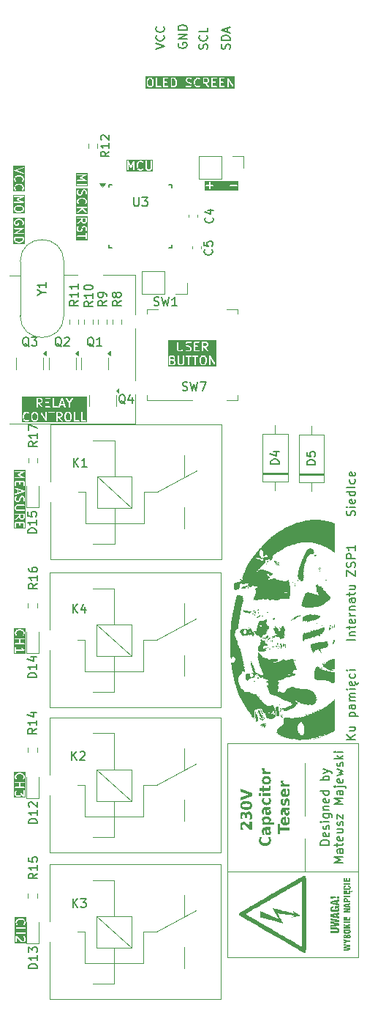
<source format=gbr>
%TF.GenerationSoftware,KiCad,Pcbnew,8.0.8-8.0.8-0~ubuntu24.04.1*%
%TF.CreationDate,2025-03-23T19:57:33+01:00*%
%TF.ProjectId,teaser,74656173-6572-42e6-9b69-6361645f7063,rev?*%
%TF.SameCoordinates,Original*%
%TF.FileFunction,Legend,Top*%
%TF.FilePolarity,Positive*%
%FSLAX46Y46*%
G04 Gerber Fmt 4.6, Leading zero omitted, Abs format (unit mm)*
G04 Created by KiCad (PCBNEW 8.0.8-8.0.8-0~ubuntu24.04.1) date 2025-03-23 19:57:33*
%MOMM*%
%LPD*%
G01*
G04 APERTURE LIST*
%ADD10C,0.100000*%
%ADD11C,0.150000*%
%ADD12C,0.200000*%
%ADD13C,0.120000*%
%ADD14C,0.000000*%
G04 APERTURE END LIST*
D10*
X161700000Y-142200000D02*
X146600000Y-142200000D01*
X155500000Y-129700000D02*
X155500000Y-135800000D01*
X121300000Y-90500000D02*
X135900000Y-90500000D01*
X121300000Y-73400000D02*
X122600000Y-73400000D01*
X132200000Y-73300000D02*
X135900000Y-73300000D01*
X146600000Y-127400000D02*
X161700000Y-127400000D01*
X161700000Y-152100000D01*
X146600000Y-152100000D01*
X146600000Y-127400000D01*
X135900000Y-79500000D02*
X135900000Y-85500000D01*
X127900000Y-73300000D02*
X127700000Y-73300000D01*
X122300000Y-73400000D02*
X121300000Y-73400000D01*
X127900000Y-73300000D02*
X129200000Y-73300000D01*
X135900000Y-87100000D02*
X135900000Y-90500000D01*
X155500000Y-138400000D02*
X155500000Y-142200000D01*
X135900000Y-73300000D02*
X135900000Y-77900000D01*
D11*
X161369819Y-126963220D02*
X160369819Y-126963220D01*
X161369819Y-126391792D02*
X160798390Y-126820363D01*
X160369819Y-126391792D02*
X160941247Y-126963220D01*
X160703152Y-125534649D02*
X161369819Y-125534649D01*
X160703152Y-125963220D02*
X161226961Y-125963220D01*
X161226961Y-125963220D02*
X161322200Y-125915601D01*
X161322200Y-125915601D02*
X161369819Y-125820363D01*
X161369819Y-125820363D02*
X161369819Y-125677506D01*
X161369819Y-125677506D02*
X161322200Y-125582268D01*
X161322200Y-125582268D02*
X161274580Y-125534649D01*
X160703152Y-124296553D02*
X161703152Y-124296553D01*
X160750771Y-124296553D02*
X160703152Y-124201315D01*
X160703152Y-124201315D02*
X160703152Y-124010839D01*
X160703152Y-124010839D02*
X160750771Y-123915601D01*
X160750771Y-123915601D02*
X160798390Y-123867982D01*
X160798390Y-123867982D02*
X160893628Y-123820363D01*
X160893628Y-123820363D02*
X161179342Y-123820363D01*
X161179342Y-123820363D02*
X161274580Y-123867982D01*
X161274580Y-123867982D02*
X161322200Y-123915601D01*
X161322200Y-123915601D02*
X161369819Y-124010839D01*
X161369819Y-124010839D02*
X161369819Y-124201315D01*
X161369819Y-124201315D02*
X161322200Y-124296553D01*
X161369819Y-122963220D02*
X160846009Y-122963220D01*
X160846009Y-122963220D02*
X160750771Y-123010839D01*
X160750771Y-123010839D02*
X160703152Y-123106077D01*
X160703152Y-123106077D02*
X160703152Y-123296553D01*
X160703152Y-123296553D02*
X160750771Y-123391791D01*
X161322200Y-122963220D02*
X161369819Y-123058458D01*
X161369819Y-123058458D02*
X161369819Y-123296553D01*
X161369819Y-123296553D02*
X161322200Y-123391791D01*
X161322200Y-123391791D02*
X161226961Y-123439410D01*
X161226961Y-123439410D02*
X161131723Y-123439410D01*
X161131723Y-123439410D02*
X161036485Y-123391791D01*
X161036485Y-123391791D02*
X160988866Y-123296553D01*
X160988866Y-123296553D02*
X160988866Y-123058458D01*
X160988866Y-123058458D02*
X160941247Y-122963220D01*
X161369819Y-122487029D02*
X160703152Y-122487029D01*
X160798390Y-122487029D02*
X160750771Y-122439410D01*
X160750771Y-122439410D02*
X160703152Y-122344172D01*
X160703152Y-122344172D02*
X160703152Y-122201315D01*
X160703152Y-122201315D02*
X160750771Y-122106077D01*
X160750771Y-122106077D02*
X160846009Y-122058458D01*
X160846009Y-122058458D02*
X161369819Y-122058458D01*
X160846009Y-122058458D02*
X160750771Y-122010839D01*
X160750771Y-122010839D02*
X160703152Y-121915601D01*
X160703152Y-121915601D02*
X160703152Y-121772744D01*
X160703152Y-121772744D02*
X160750771Y-121677505D01*
X160750771Y-121677505D02*
X160846009Y-121629886D01*
X160846009Y-121629886D02*
X161369819Y-121629886D01*
X161369819Y-121153696D02*
X160703152Y-121153696D01*
X160369819Y-121153696D02*
X160417438Y-121201315D01*
X160417438Y-121201315D02*
X160465057Y-121153696D01*
X160465057Y-121153696D02*
X160417438Y-121106077D01*
X160417438Y-121106077D02*
X160369819Y-121153696D01*
X160369819Y-121153696D02*
X160465057Y-121153696D01*
X161322200Y-120296554D02*
X161369819Y-120391792D01*
X161369819Y-120391792D02*
X161369819Y-120582268D01*
X161369819Y-120582268D02*
X161322200Y-120677506D01*
X161322200Y-120677506D02*
X161226961Y-120725125D01*
X161226961Y-120725125D02*
X160846009Y-120725125D01*
X160846009Y-120725125D02*
X160750771Y-120677506D01*
X160750771Y-120677506D02*
X160703152Y-120582268D01*
X160703152Y-120582268D02*
X160703152Y-120391792D01*
X160703152Y-120391792D02*
X160750771Y-120296554D01*
X160750771Y-120296554D02*
X160846009Y-120248935D01*
X160846009Y-120248935D02*
X160941247Y-120248935D01*
X160941247Y-120248935D02*
X161036485Y-120725125D01*
X161369819Y-120487030D02*
X161465057Y-120582268D01*
X161465057Y-120582268D02*
X161560295Y-120629887D01*
X161560295Y-120629887D02*
X161655533Y-120582268D01*
X161655533Y-120582268D02*
X161703152Y-120487030D01*
X161703152Y-120487030D02*
X161703152Y-120391792D01*
X161322200Y-119391792D02*
X161369819Y-119487030D01*
X161369819Y-119487030D02*
X161369819Y-119677506D01*
X161369819Y-119677506D02*
X161322200Y-119772744D01*
X161322200Y-119772744D02*
X161274580Y-119820363D01*
X161274580Y-119820363D02*
X161179342Y-119867982D01*
X161179342Y-119867982D02*
X160893628Y-119867982D01*
X160893628Y-119867982D02*
X160798390Y-119820363D01*
X160798390Y-119820363D02*
X160750771Y-119772744D01*
X160750771Y-119772744D02*
X160703152Y-119677506D01*
X160703152Y-119677506D02*
X160703152Y-119487030D01*
X160703152Y-119487030D02*
X160750771Y-119391792D01*
X161369819Y-118963220D02*
X160703152Y-118963220D01*
X160369819Y-118963220D02*
X160417438Y-119010839D01*
X160417438Y-119010839D02*
X160465057Y-118963220D01*
X160465057Y-118963220D02*
X160417438Y-118915601D01*
X160417438Y-118915601D02*
X160369819Y-118963220D01*
X160369819Y-118963220D02*
X160465057Y-118963220D01*
X161369819Y-115439410D02*
X160369819Y-115439410D01*
X160703152Y-114963220D02*
X161369819Y-114963220D01*
X160798390Y-114963220D02*
X160750771Y-114915601D01*
X160750771Y-114915601D02*
X160703152Y-114820363D01*
X160703152Y-114820363D02*
X160703152Y-114677506D01*
X160703152Y-114677506D02*
X160750771Y-114582268D01*
X160750771Y-114582268D02*
X160846009Y-114534649D01*
X160846009Y-114534649D02*
X161369819Y-114534649D01*
X160703152Y-114201315D02*
X160703152Y-113820363D01*
X160369819Y-114058458D02*
X161226961Y-114058458D01*
X161226961Y-114058458D02*
X161322200Y-114010839D01*
X161322200Y-114010839D02*
X161369819Y-113915601D01*
X161369819Y-113915601D02*
X161369819Y-113820363D01*
X161322200Y-113106077D02*
X161369819Y-113201315D01*
X161369819Y-113201315D02*
X161369819Y-113391791D01*
X161369819Y-113391791D02*
X161322200Y-113487029D01*
X161322200Y-113487029D02*
X161226961Y-113534648D01*
X161226961Y-113534648D02*
X160846009Y-113534648D01*
X160846009Y-113534648D02*
X160750771Y-113487029D01*
X160750771Y-113487029D02*
X160703152Y-113391791D01*
X160703152Y-113391791D02*
X160703152Y-113201315D01*
X160703152Y-113201315D02*
X160750771Y-113106077D01*
X160750771Y-113106077D02*
X160846009Y-113058458D01*
X160846009Y-113058458D02*
X160941247Y-113058458D01*
X160941247Y-113058458D02*
X161036485Y-113534648D01*
X161369819Y-112629886D02*
X160703152Y-112629886D01*
X160893628Y-112629886D02*
X160798390Y-112582267D01*
X160798390Y-112582267D02*
X160750771Y-112534648D01*
X160750771Y-112534648D02*
X160703152Y-112439410D01*
X160703152Y-112439410D02*
X160703152Y-112344172D01*
X160703152Y-112010838D02*
X161369819Y-112010838D01*
X160798390Y-112010838D02*
X160750771Y-111963219D01*
X160750771Y-111963219D02*
X160703152Y-111867981D01*
X160703152Y-111867981D02*
X160703152Y-111725124D01*
X160703152Y-111725124D02*
X160750771Y-111629886D01*
X160750771Y-111629886D02*
X160846009Y-111582267D01*
X160846009Y-111582267D02*
X161369819Y-111582267D01*
X161369819Y-110677505D02*
X160846009Y-110677505D01*
X160846009Y-110677505D02*
X160750771Y-110725124D01*
X160750771Y-110725124D02*
X160703152Y-110820362D01*
X160703152Y-110820362D02*
X160703152Y-111010838D01*
X160703152Y-111010838D02*
X160750771Y-111106076D01*
X161322200Y-110677505D02*
X161369819Y-110772743D01*
X161369819Y-110772743D02*
X161369819Y-111010838D01*
X161369819Y-111010838D02*
X161322200Y-111106076D01*
X161322200Y-111106076D02*
X161226961Y-111153695D01*
X161226961Y-111153695D02*
X161131723Y-111153695D01*
X161131723Y-111153695D02*
X161036485Y-111106076D01*
X161036485Y-111106076D02*
X160988866Y-111010838D01*
X160988866Y-111010838D02*
X160988866Y-110772743D01*
X160988866Y-110772743D02*
X160941247Y-110677505D01*
X160703152Y-110344171D02*
X160703152Y-109963219D01*
X160369819Y-110201314D02*
X161226961Y-110201314D01*
X161226961Y-110201314D02*
X161322200Y-110153695D01*
X161322200Y-110153695D02*
X161369819Y-110058457D01*
X161369819Y-110058457D02*
X161369819Y-109963219D01*
X160703152Y-109201314D02*
X161369819Y-109201314D01*
X160703152Y-109629885D02*
X161226961Y-109629885D01*
X161226961Y-109629885D02*
X161322200Y-109582266D01*
X161322200Y-109582266D02*
X161369819Y-109487028D01*
X161369819Y-109487028D02*
X161369819Y-109344171D01*
X161369819Y-109344171D02*
X161322200Y-109248933D01*
X161322200Y-109248933D02*
X161274580Y-109201314D01*
X160369819Y-108058456D02*
X160369819Y-107391790D01*
X160369819Y-107391790D02*
X161369819Y-108058456D01*
X161369819Y-108058456D02*
X161369819Y-107391790D01*
X161322200Y-107058456D02*
X161369819Y-106915599D01*
X161369819Y-106915599D02*
X161369819Y-106677504D01*
X161369819Y-106677504D02*
X161322200Y-106582266D01*
X161322200Y-106582266D02*
X161274580Y-106534647D01*
X161274580Y-106534647D02*
X161179342Y-106487028D01*
X161179342Y-106487028D02*
X161084104Y-106487028D01*
X161084104Y-106487028D02*
X160988866Y-106534647D01*
X160988866Y-106534647D02*
X160941247Y-106582266D01*
X160941247Y-106582266D02*
X160893628Y-106677504D01*
X160893628Y-106677504D02*
X160846009Y-106867980D01*
X160846009Y-106867980D02*
X160798390Y-106963218D01*
X160798390Y-106963218D02*
X160750771Y-107010837D01*
X160750771Y-107010837D02*
X160655533Y-107058456D01*
X160655533Y-107058456D02*
X160560295Y-107058456D01*
X160560295Y-107058456D02*
X160465057Y-107010837D01*
X160465057Y-107010837D02*
X160417438Y-106963218D01*
X160417438Y-106963218D02*
X160369819Y-106867980D01*
X160369819Y-106867980D02*
X160369819Y-106629885D01*
X160369819Y-106629885D02*
X160417438Y-106487028D01*
X161369819Y-106058456D02*
X160369819Y-106058456D01*
X160369819Y-106058456D02*
X160369819Y-105677504D01*
X160369819Y-105677504D02*
X160417438Y-105582266D01*
X160417438Y-105582266D02*
X160465057Y-105534647D01*
X160465057Y-105534647D02*
X160560295Y-105487028D01*
X160560295Y-105487028D02*
X160703152Y-105487028D01*
X160703152Y-105487028D02*
X160798390Y-105534647D01*
X160798390Y-105534647D02*
X160846009Y-105582266D01*
X160846009Y-105582266D02*
X160893628Y-105677504D01*
X160893628Y-105677504D02*
X160893628Y-106058456D01*
X161369819Y-104534647D02*
X161369819Y-105106075D01*
X161369819Y-104820361D02*
X160369819Y-104820361D01*
X160369819Y-104820361D02*
X160512676Y-104915599D01*
X160512676Y-104915599D02*
X160607914Y-105010837D01*
X160607914Y-105010837D02*
X160655533Y-105106075D01*
X161322200Y-101106074D02*
X161369819Y-100963217D01*
X161369819Y-100963217D02*
X161369819Y-100725122D01*
X161369819Y-100725122D02*
X161322200Y-100629884D01*
X161322200Y-100629884D02*
X161274580Y-100582265D01*
X161274580Y-100582265D02*
X161179342Y-100534646D01*
X161179342Y-100534646D02*
X161084104Y-100534646D01*
X161084104Y-100534646D02*
X160988866Y-100582265D01*
X160988866Y-100582265D02*
X160941247Y-100629884D01*
X160941247Y-100629884D02*
X160893628Y-100725122D01*
X160893628Y-100725122D02*
X160846009Y-100915598D01*
X160846009Y-100915598D02*
X160798390Y-101010836D01*
X160798390Y-101010836D02*
X160750771Y-101058455D01*
X160750771Y-101058455D02*
X160655533Y-101106074D01*
X160655533Y-101106074D02*
X160560295Y-101106074D01*
X160560295Y-101106074D02*
X160465057Y-101058455D01*
X160465057Y-101058455D02*
X160417438Y-101010836D01*
X160417438Y-101010836D02*
X160369819Y-100915598D01*
X160369819Y-100915598D02*
X160369819Y-100677503D01*
X160369819Y-100677503D02*
X160417438Y-100534646D01*
X161369819Y-100106074D02*
X160703152Y-100106074D01*
X160369819Y-100106074D02*
X160417438Y-100153693D01*
X160417438Y-100153693D02*
X160465057Y-100106074D01*
X160465057Y-100106074D02*
X160417438Y-100058455D01*
X160417438Y-100058455D02*
X160369819Y-100106074D01*
X160369819Y-100106074D02*
X160465057Y-100106074D01*
X161322200Y-99248932D02*
X161369819Y-99344170D01*
X161369819Y-99344170D02*
X161369819Y-99534646D01*
X161369819Y-99534646D02*
X161322200Y-99629884D01*
X161322200Y-99629884D02*
X161226961Y-99677503D01*
X161226961Y-99677503D02*
X160846009Y-99677503D01*
X160846009Y-99677503D02*
X160750771Y-99629884D01*
X160750771Y-99629884D02*
X160703152Y-99534646D01*
X160703152Y-99534646D02*
X160703152Y-99344170D01*
X160703152Y-99344170D02*
X160750771Y-99248932D01*
X160750771Y-99248932D02*
X160846009Y-99201313D01*
X160846009Y-99201313D02*
X160941247Y-99201313D01*
X160941247Y-99201313D02*
X161036485Y-99677503D01*
X161369819Y-98344170D02*
X160369819Y-98344170D01*
X161322200Y-98344170D02*
X161369819Y-98439408D01*
X161369819Y-98439408D02*
X161369819Y-98629884D01*
X161369819Y-98629884D02*
X161322200Y-98725122D01*
X161322200Y-98725122D02*
X161274580Y-98772741D01*
X161274580Y-98772741D02*
X161179342Y-98820360D01*
X161179342Y-98820360D02*
X160893628Y-98820360D01*
X160893628Y-98820360D02*
X160798390Y-98772741D01*
X160798390Y-98772741D02*
X160750771Y-98725122D01*
X160750771Y-98725122D02*
X160703152Y-98629884D01*
X160703152Y-98629884D02*
X160703152Y-98439408D01*
X160703152Y-98439408D02*
X160750771Y-98344170D01*
X161369819Y-97725122D02*
X161322200Y-97820360D01*
X161322200Y-97820360D02*
X161226961Y-97867979D01*
X161226961Y-97867979D02*
X160369819Y-97867979D01*
X161322200Y-96915598D02*
X161369819Y-97010836D01*
X161369819Y-97010836D02*
X161369819Y-97201312D01*
X161369819Y-97201312D02*
X161322200Y-97296550D01*
X161322200Y-97296550D02*
X161274580Y-97344169D01*
X161274580Y-97344169D02*
X161179342Y-97391788D01*
X161179342Y-97391788D02*
X160893628Y-97391788D01*
X160893628Y-97391788D02*
X160798390Y-97344169D01*
X160798390Y-97344169D02*
X160750771Y-97296550D01*
X160750771Y-97296550D02*
X160703152Y-97201312D01*
X160703152Y-97201312D02*
X160703152Y-97010836D01*
X160703152Y-97010836D02*
X160750771Y-96915598D01*
X161322200Y-96106074D02*
X161369819Y-96201312D01*
X161369819Y-96201312D02*
X161369819Y-96391788D01*
X161369819Y-96391788D02*
X161322200Y-96487026D01*
X161322200Y-96487026D02*
X161226961Y-96534645D01*
X161226961Y-96534645D02*
X160846009Y-96534645D01*
X160846009Y-96534645D02*
X160750771Y-96487026D01*
X160750771Y-96487026D02*
X160703152Y-96391788D01*
X160703152Y-96391788D02*
X160703152Y-96201312D01*
X160703152Y-96201312D02*
X160750771Y-96106074D01*
X160750771Y-96106074D02*
X160846009Y-96058455D01*
X160846009Y-96058455D02*
X160941247Y-96058455D01*
X160941247Y-96058455D02*
X161036485Y-96534645D01*
X144222200Y-47210839D02*
X144269819Y-47067982D01*
X144269819Y-47067982D02*
X144269819Y-46829887D01*
X144269819Y-46829887D02*
X144222200Y-46734649D01*
X144222200Y-46734649D02*
X144174580Y-46687030D01*
X144174580Y-46687030D02*
X144079342Y-46639411D01*
X144079342Y-46639411D02*
X143984104Y-46639411D01*
X143984104Y-46639411D02*
X143888866Y-46687030D01*
X143888866Y-46687030D02*
X143841247Y-46734649D01*
X143841247Y-46734649D02*
X143793628Y-46829887D01*
X143793628Y-46829887D02*
X143746009Y-47020363D01*
X143746009Y-47020363D02*
X143698390Y-47115601D01*
X143698390Y-47115601D02*
X143650771Y-47163220D01*
X143650771Y-47163220D02*
X143555533Y-47210839D01*
X143555533Y-47210839D02*
X143460295Y-47210839D01*
X143460295Y-47210839D02*
X143365057Y-47163220D01*
X143365057Y-47163220D02*
X143317438Y-47115601D01*
X143317438Y-47115601D02*
X143269819Y-47020363D01*
X143269819Y-47020363D02*
X143269819Y-46782268D01*
X143269819Y-46782268D02*
X143317438Y-46639411D01*
X144174580Y-45639411D02*
X144222200Y-45687030D01*
X144222200Y-45687030D02*
X144269819Y-45829887D01*
X144269819Y-45829887D02*
X144269819Y-45925125D01*
X144269819Y-45925125D02*
X144222200Y-46067982D01*
X144222200Y-46067982D02*
X144126961Y-46163220D01*
X144126961Y-46163220D02*
X144031723Y-46210839D01*
X144031723Y-46210839D02*
X143841247Y-46258458D01*
X143841247Y-46258458D02*
X143698390Y-46258458D01*
X143698390Y-46258458D02*
X143507914Y-46210839D01*
X143507914Y-46210839D02*
X143412676Y-46163220D01*
X143412676Y-46163220D02*
X143317438Y-46067982D01*
X143317438Y-46067982D02*
X143269819Y-45925125D01*
X143269819Y-45925125D02*
X143269819Y-45829887D01*
X143269819Y-45829887D02*
X143317438Y-45687030D01*
X143317438Y-45687030D02*
X143365057Y-45639411D01*
X144269819Y-44734649D02*
X144269819Y-45210839D01*
X144269819Y-45210839D02*
X143269819Y-45210839D01*
X146822200Y-47210839D02*
X146869819Y-47067982D01*
X146869819Y-47067982D02*
X146869819Y-46829887D01*
X146869819Y-46829887D02*
X146822200Y-46734649D01*
X146822200Y-46734649D02*
X146774580Y-46687030D01*
X146774580Y-46687030D02*
X146679342Y-46639411D01*
X146679342Y-46639411D02*
X146584104Y-46639411D01*
X146584104Y-46639411D02*
X146488866Y-46687030D01*
X146488866Y-46687030D02*
X146441247Y-46734649D01*
X146441247Y-46734649D02*
X146393628Y-46829887D01*
X146393628Y-46829887D02*
X146346009Y-47020363D01*
X146346009Y-47020363D02*
X146298390Y-47115601D01*
X146298390Y-47115601D02*
X146250771Y-47163220D01*
X146250771Y-47163220D02*
X146155533Y-47210839D01*
X146155533Y-47210839D02*
X146060295Y-47210839D01*
X146060295Y-47210839D02*
X145965057Y-47163220D01*
X145965057Y-47163220D02*
X145917438Y-47115601D01*
X145917438Y-47115601D02*
X145869819Y-47020363D01*
X145869819Y-47020363D02*
X145869819Y-46782268D01*
X145869819Y-46782268D02*
X145917438Y-46639411D01*
X146869819Y-46210839D02*
X145869819Y-46210839D01*
X145869819Y-46210839D02*
X145869819Y-45972744D01*
X145869819Y-45972744D02*
X145917438Y-45829887D01*
X145917438Y-45829887D02*
X146012676Y-45734649D01*
X146012676Y-45734649D02*
X146107914Y-45687030D01*
X146107914Y-45687030D02*
X146298390Y-45639411D01*
X146298390Y-45639411D02*
X146441247Y-45639411D01*
X146441247Y-45639411D02*
X146631723Y-45687030D01*
X146631723Y-45687030D02*
X146726961Y-45734649D01*
X146726961Y-45734649D02*
X146822200Y-45829887D01*
X146822200Y-45829887D02*
X146869819Y-45972744D01*
X146869819Y-45972744D02*
X146869819Y-46210839D01*
X146584104Y-45258458D02*
X146584104Y-44782268D01*
X146869819Y-45353696D02*
X145869819Y-45020363D01*
X145869819Y-45020363D02*
X146869819Y-44687030D01*
G36*
X122855180Y-69210323D02*
G01*
X122817009Y-69324836D01*
X122742896Y-69398949D01*
X122665909Y-69437442D01*
X122492375Y-69480826D01*
X122367986Y-69480826D01*
X122194452Y-69437442D01*
X122117465Y-69398949D01*
X122043351Y-69324835D01*
X122005180Y-69210321D01*
X122005180Y-69059398D01*
X122855180Y-69059398D01*
X122855180Y-69210323D01*
G37*
G36*
X123116291Y-69741937D02*
G01*
X121744069Y-69741937D01*
X121744069Y-68984398D01*
X121855180Y-68984398D01*
X121855180Y-69222493D01*
X121855909Y-69229898D01*
X121855769Y-69231874D01*
X121856359Y-69234471D01*
X121856621Y-69237125D01*
X121857379Y-69238955D01*
X121859029Y-69246211D01*
X121906649Y-69389068D01*
X121912643Y-69402493D01*
X121914409Y-69404529D01*
X121915440Y-69407018D01*
X121924767Y-69418383D01*
X122020005Y-69513621D01*
X122025755Y-69518341D01*
X122027054Y-69519838D01*
X122029308Y-69521257D01*
X122031370Y-69522949D01*
X122033202Y-69523707D01*
X122039497Y-69527670D01*
X122134735Y-69575289D01*
X122135804Y-69575698D01*
X122136240Y-69576021D01*
X122142376Y-69578213D01*
X122148466Y-69580544D01*
X122149006Y-69580582D01*
X122150086Y-69580968D01*
X122340562Y-69628587D01*
X122343098Y-69628962D01*
X122344120Y-69629385D01*
X122349632Y-69629927D01*
X122355106Y-69630737D01*
X122356198Y-69630574D01*
X122358752Y-69630826D01*
X122501609Y-69630826D01*
X122504162Y-69630574D01*
X122505255Y-69630737D01*
X122510728Y-69629927D01*
X122516241Y-69629385D01*
X122517262Y-69628962D01*
X122519799Y-69628587D01*
X122710275Y-69580968D01*
X122711354Y-69580582D01*
X122711894Y-69580544D01*
X122717975Y-69578216D01*
X122724121Y-69576021D01*
X122724556Y-69575698D01*
X122725626Y-69575289D01*
X122820864Y-69527670D01*
X122827163Y-69523705D01*
X122828991Y-69522948D01*
X122831047Y-69521259D01*
X122833307Y-69519838D01*
X122834606Y-69518339D01*
X122840356Y-69513621D01*
X122935594Y-69418383D01*
X122944922Y-69407018D01*
X122945953Y-69404527D01*
X122947718Y-69402493D01*
X122953712Y-69389067D01*
X123001331Y-69246211D01*
X123002980Y-69238955D01*
X123003739Y-69237125D01*
X123004000Y-69234471D01*
X123004591Y-69231874D01*
X123004450Y-69229899D01*
X123005180Y-69222493D01*
X123005180Y-68984398D01*
X123003739Y-68969766D01*
X122992540Y-68942730D01*
X122971848Y-68922038D01*
X122944812Y-68910839D01*
X122930180Y-68909398D01*
X121930180Y-68909398D01*
X121915548Y-68910839D01*
X121888512Y-68922038D01*
X121867820Y-68942730D01*
X121856621Y-68969766D01*
X121855180Y-68984398D01*
X121744069Y-68984398D01*
X121744069Y-68502968D01*
X121855363Y-68502968D01*
X121856621Y-68512864D01*
X121856621Y-68522839D01*
X121858450Y-68527254D01*
X121859053Y-68531998D01*
X121864003Y-68540662D01*
X121867820Y-68549875D01*
X121871198Y-68553253D01*
X121873572Y-68557407D01*
X121881461Y-68563516D01*
X121888512Y-68570567D01*
X121892928Y-68572396D01*
X121896709Y-68575324D01*
X121906332Y-68577948D01*
X121915548Y-68581766D01*
X121923030Y-68582502D01*
X121924941Y-68583024D01*
X121926416Y-68582836D01*
X121930180Y-68583207D01*
X122930180Y-68583207D01*
X122944812Y-68581766D01*
X122971848Y-68570567D01*
X122992540Y-68549875D01*
X123003739Y-68522839D01*
X123003739Y-68493575D01*
X122992540Y-68466539D01*
X122971848Y-68445847D01*
X122944812Y-68434648D01*
X122930180Y-68433207D01*
X122212597Y-68433207D01*
X122967391Y-68001897D01*
X122970475Y-67999707D01*
X122971848Y-67999139D01*
X122973245Y-67997741D01*
X122979380Y-67993387D01*
X122985488Y-67985498D01*
X122992540Y-67978447D01*
X122994370Y-67974028D01*
X122997297Y-67970249D01*
X122999921Y-67960627D01*
X123003739Y-67951411D01*
X123003739Y-67946630D01*
X123004997Y-67942018D01*
X123003739Y-67932121D01*
X123003739Y-67922147D01*
X123001909Y-67917731D01*
X123001307Y-67912988D01*
X122996356Y-67904323D01*
X122992540Y-67895111D01*
X122989161Y-67891732D01*
X122986788Y-67887579D01*
X122978898Y-67881469D01*
X122971848Y-67874419D01*
X122967431Y-67872589D01*
X122963651Y-67869662D01*
X122954027Y-67867037D01*
X122944812Y-67863220D01*
X122937329Y-67862483D01*
X122935419Y-67861962D01*
X122933943Y-67862149D01*
X122930180Y-67861779D01*
X121930180Y-67861779D01*
X121915548Y-67863220D01*
X121888512Y-67874419D01*
X121867820Y-67895111D01*
X121856621Y-67922147D01*
X121856621Y-67951411D01*
X121867820Y-67978447D01*
X121888512Y-67999139D01*
X121915548Y-68010338D01*
X121930180Y-68011779D01*
X122647763Y-68011779D01*
X121892970Y-68443089D01*
X121889886Y-68445277D01*
X121888512Y-68445847D01*
X121887112Y-68447246D01*
X121880980Y-68451599D01*
X121874870Y-68459488D01*
X121867820Y-68466539D01*
X121865990Y-68470955D01*
X121863063Y-68474736D01*
X121860438Y-68484359D01*
X121856621Y-68493575D01*
X121856621Y-68498355D01*
X121855363Y-68502968D01*
X121744069Y-68502968D01*
X121744069Y-67222493D01*
X121855180Y-67222493D01*
X121855180Y-67317731D01*
X121855909Y-67325136D01*
X121855769Y-67327112D01*
X121856359Y-67329709D01*
X121856621Y-67332363D01*
X121857379Y-67334193D01*
X121859029Y-67341449D01*
X121906649Y-67484306D01*
X121912643Y-67497731D01*
X121914409Y-67499767D01*
X121915440Y-67502256D01*
X121924767Y-67513621D01*
X121972386Y-67561240D01*
X121983751Y-67570567D01*
X122010787Y-67581766D01*
X122025419Y-67583207D01*
X122358752Y-67583207D01*
X122373384Y-67581766D01*
X122400420Y-67570567D01*
X122421112Y-67549875D01*
X122432311Y-67522839D01*
X122432311Y-67522838D01*
X122433752Y-67508207D01*
X122433752Y-67317731D01*
X122432311Y-67303099D01*
X122421112Y-67276063D01*
X122400420Y-67255371D01*
X122373384Y-67244172D01*
X122344120Y-67244172D01*
X122317084Y-67255371D01*
X122296392Y-67276063D01*
X122285193Y-67303099D01*
X122283752Y-67317731D01*
X122283752Y-67433207D01*
X122056485Y-67433207D01*
X122043351Y-67420073D01*
X122005180Y-67305559D01*
X122005180Y-67234664D01*
X122043351Y-67120150D01*
X122117465Y-67046037D01*
X122194452Y-67007543D01*
X122367986Y-66964160D01*
X122492375Y-66964160D01*
X122665909Y-67007543D01*
X122742896Y-67046037D01*
X122817009Y-67120150D01*
X122855180Y-67234663D01*
X122855180Y-67347645D01*
X122815479Y-67427047D01*
X122810224Y-67440779D01*
X122808150Y-67469969D01*
X122817404Y-67497730D01*
X122836577Y-67519838D01*
X122862752Y-67532925D01*
X122891942Y-67534999D01*
X122919703Y-67525745D01*
X122941811Y-67506572D01*
X122949643Y-67494129D01*
X122997262Y-67398891D01*
X123002517Y-67385160D01*
X123002708Y-67382470D01*
X123003739Y-67379982D01*
X123005180Y-67365350D01*
X123005180Y-67222493D01*
X123004450Y-67215086D01*
X123004591Y-67213112D01*
X123004000Y-67210514D01*
X123003739Y-67207861D01*
X123002980Y-67206030D01*
X123001331Y-67198775D01*
X122953712Y-67055919D01*
X122947718Y-67042493D01*
X122945953Y-67040458D01*
X122944922Y-67037968D01*
X122935594Y-67026603D01*
X122840356Y-66931365D01*
X122834606Y-66926646D01*
X122833307Y-66925148D01*
X122831047Y-66923726D01*
X122828991Y-66922038D01*
X122827163Y-66921280D01*
X122820864Y-66917316D01*
X122725626Y-66869697D01*
X122724556Y-66869287D01*
X122724121Y-66868965D01*
X122717975Y-66866769D01*
X122711894Y-66864442D01*
X122711354Y-66864403D01*
X122710275Y-66864018D01*
X122519799Y-66816399D01*
X122517262Y-66816023D01*
X122516241Y-66815601D01*
X122510728Y-66815058D01*
X122505255Y-66814249D01*
X122504162Y-66814411D01*
X122501609Y-66814160D01*
X122358752Y-66814160D01*
X122356198Y-66814411D01*
X122355106Y-66814249D01*
X122349632Y-66815058D01*
X122344120Y-66815601D01*
X122343098Y-66816023D01*
X122340562Y-66816399D01*
X122150086Y-66864018D01*
X122149006Y-66864403D01*
X122148466Y-66864442D01*
X122142376Y-66866772D01*
X122136240Y-66868965D01*
X122135804Y-66869287D01*
X122134735Y-66869697D01*
X122039497Y-66917316D01*
X122033202Y-66921278D01*
X122031370Y-66922037D01*
X122029308Y-66923728D01*
X122027054Y-66925148D01*
X122025755Y-66926644D01*
X122020005Y-66931365D01*
X121924767Y-67026603D01*
X121915440Y-67037968D01*
X121914409Y-67040456D01*
X121912643Y-67042493D01*
X121906649Y-67055918D01*
X121859029Y-67198775D01*
X121857379Y-67206030D01*
X121856621Y-67207861D01*
X121856359Y-67210514D01*
X121855769Y-67213112D01*
X121855909Y-67215087D01*
X121855180Y-67222493D01*
X121744069Y-67222493D01*
X121744069Y-66703049D01*
X123116291Y-66703049D01*
X123116291Y-69741937D01*
G37*
G36*
X124407953Y-89279077D02*
G01*
X124479895Y-89351019D01*
X124520237Y-89512386D01*
X124520237Y-89827251D01*
X124479895Y-89988617D01*
X124407952Y-90060561D01*
X124339437Y-90094819D01*
X124184371Y-90094819D01*
X124115855Y-90060561D01*
X124043912Y-89988617D01*
X124003571Y-89827251D01*
X124003571Y-89512386D01*
X124043912Y-89351019D01*
X124115855Y-89279077D01*
X124184371Y-89244819D01*
X124339437Y-89244819D01*
X124407953Y-89279077D01*
G37*
G36*
X128265096Y-89279077D02*
G01*
X128337038Y-89351019D01*
X128377380Y-89512386D01*
X128377380Y-89827251D01*
X128337038Y-89988617D01*
X128265095Y-90060561D01*
X128196580Y-90094819D01*
X128041514Y-90094819D01*
X127972998Y-90060561D01*
X127901055Y-89988617D01*
X127860714Y-89827251D01*
X127860714Y-89512386D01*
X127901055Y-89351019D01*
X127972998Y-89279077D01*
X128041514Y-89244819D01*
X128196580Y-89244819D01*
X128265096Y-89279077D01*
G37*
G36*
X127265096Y-89279077D02*
G01*
X127295503Y-89309484D01*
X127329761Y-89378000D01*
X127329761Y-89485447D01*
X127295503Y-89553963D01*
X127265096Y-89584370D01*
X127196580Y-89618628D01*
X126908333Y-89618628D01*
X126908333Y-89244819D01*
X127196580Y-89244819D01*
X127265096Y-89279077D01*
G37*
G36*
X124955572Y-87669133D02*
G01*
X124985979Y-87699540D01*
X125020237Y-87768056D01*
X125020237Y-87875503D01*
X124985979Y-87944019D01*
X124955572Y-87974426D01*
X124887056Y-88008684D01*
X124598809Y-88008684D01*
X124598809Y-87634875D01*
X124887056Y-87634875D01*
X124955572Y-87669133D01*
G37*
G36*
X127562609Y-88199160D02*
G01*
X127294533Y-88199160D01*
X127428571Y-87797045D01*
X127562609Y-88199160D01*
G37*
G36*
X130351336Y-90355930D02*
G01*
X122742460Y-90355930D01*
X122742460Y-89598390D01*
X122853571Y-89598390D01*
X122853571Y-89741247D01*
X122853822Y-89743800D01*
X122853660Y-89744893D01*
X122854469Y-89750366D01*
X122855012Y-89755879D01*
X122855434Y-89756900D01*
X122855810Y-89759437D01*
X122903429Y-89949913D01*
X122903814Y-89950992D01*
X122903853Y-89951532D01*
X122906180Y-89957613D01*
X122908376Y-89963759D01*
X122908698Y-89964194D01*
X122909108Y-89965264D01*
X122956727Y-90060502D01*
X122960690Y-90066798D01*
X122961448Y-90068628D01*
X122963137Y-90070686D01*
X122964559Y-90072945D01*
X122966057Y-90074244D01*
X122970776Y-90079994D01*
X123066014Y-90175233D01*
X123077379Y-90184561D01*
X123079869Y-90185592D01*
X123081904Y-90187357D01*
X123095330Y-90193351D01*
X123238186Y-90240970D01*
X123245441Y-90242619D01*
X123247272Y-90243378D01*
X123249925Y-90243639D01*
X123252523Y-90244230D01*
X123254497Y-90244089D01*
X123261904Y-90244819D01*
X123357142Y-90244819D01*
X123364547Y-90244089D01*
X123366522Y-90244230D01*
X123369119Y-90243639D01*
X123371774Y-90243378D01*
X123373605Y-90242619D01*
X123380859Y-90240970D01*
X123523716Y-90193351D01*
X123537141Y-90187357D01*
X123539176Y-90185591D01*
X123541667Y-90184560D01*
X123553033Y-90175232D01*
X123600651Y-90127613D01*
X123609979Y-90116247D01*
X123621177Y-90089211D01*
X123621177Y-90059948D01*
X123609978Y-90032912D01*
X123589285Y-90012219D01*
X123562249Y-90001021D01*
X123532986Y-90001021D01*
X123505950Y-90012220D01*
X123494584Y-90021548D01*
X123459485Y-90056647D01*
X123344972Y-90094819D01*
X123274074Y-90094819D01*
X123159561Y-90056648D01*
X123085448Y-89982534D01*
X123046954Y-89905547D01*
X123003571Y-89732013D01*
X123003571Y-89607624D01*
X123029689Y-89503152D01*
X123853571Y-89503152D01*
X123853571Y-89836485D01*
X123853822Y-89839038D01*
X123853660Y-89840131D01*
X123854469Y-89845604D01*
X123855012Y-89851117D01*
X123855434Y-89852138D01*
X123855810Y-89854675D01*
X123903429Y-90045151D01*
X123908376Y-90058997D01*
X123911695Y-90063476D01*
X123913829Y-90068628D01*
X123923157Y-90079994D01*
X124018395Y-90175233D01*
X124024145Y-90179953D01*
X124025444Y-90181450D01*
X124027698Y-90182869D01*
X124029760Y-90184561D01*
X124031592Y-90185319D01*
X124037887Y-90189282D01*
X124133125Y-90236901D01*
X124146856Y-90242156D01*
X124149545Y-90242347D01*
X124152034Y-90243378D01*
X124166666Y-90244819D01*
X124357142Y-90244819D01*
X124371774Y-90243378D01*
X124374263Y-90242346D01*
X124376951Y-90242156D01*
X124390683Y-90236901D01*
X124485921Y-90189282D01*
X124492220Y-90185317D01*
X124494048Y-90184560D01*
X124496104Y-90182871D01*
X124498364Y-90181450D01*
X124499663Y-90179951D01*
X124505413Y-90175233D01*
X124600652Y-90079993D01*
X124609979Y-90068628D01*
X124612112Y-90063476D01*
X124615432Y-90058997D01*
X124620379Y-90045151D01*
X124667998Y-89854675D01*
X124668373Y-89852138D01*
X124668796Y-89851117D01*
X124669338Y-89845604D01*
X124670148Y-89840131D01*
X124669985Y-89839038D01*
X124670237Y-89836485D01*
X124670237Y-89503152D01*
X124669985Y-89500598D01*
X124670148Y-89499506D01*
X124669338Y-89494032D01*
X124668796Y-89488520D01*
X124668373Y-89487498D01*
X124667998Y-89484962D01*
X124620379Y-89294486D01*
X124615432Y-89280640D01*
X124612113Y-89276161D01*
X124609979Y-89271008D01*
X124600651Y-89259643D01*
X124510827Y-89169819D01*
X124948809Y-89169819D01*
X124948809Y-90169819D01*
X124950250Y-90184451D01*
X124961449Y-90211487D01*
X124982141Y-90232179D01*
X125009177Y-90243378D01*
X125038441Y-90243378D01*
X125065477Y-90232179D01*
X125086169Y-90211487D01*
X125097368Y-90184451D01*
X125098809Y-90169819D01*
X125098809Y-89452235D01*
X125530119Y-90207030D01*
X125532308Y-90210114D01*
X125532877Y-90211487D01*
X125534274Y-90212884D01*
X125538629Y-90219019D01*
X125546517Y-90225127D01*
X125553569Y-90232179D01*
X125557987Y-90234009D01*
X125561767Y-90236936D01*
X125571388Y-90239560D01*
X125580605Y-90243378D01*
X125585386Y-90243378D01*
X125589998Y-90244636D01*
X125599895Y-90243378D01*
X125609869Y-90243378D01*
X125614284Y-90241548D01*
X125619028Y-90240946D01*
X125627692Y-90235995D01*
X125636905Y-90232179D01*
X125640283Y-90228800D01*
X125644437Y-90226427D01*
X125650546Y-90218537D01*
X125657597Y-90211487D01*
X125659426Y-90207070D01*
X125662354Y-90203290D01*
X125664978Y-90193666D01*
X125668796Y-90184451D01*
X125669532Y-90176968D01*
X125670054Y-90175058D01*
X125669866Y-90173582D01*
X125670237Y-90169819D01*
X125670237Y-89169819D01*
X125668796Y-89155187D01*
X125855012Y-89155187D01*
X125855012Y-89184451D01*
X125866211Y-89211487D01*
X125886903Y-89232179D01*
X125913939Y-89243378D01*
X125928571Y-89244819D01*
X126139285Y-89244819D01*
X126139285Y-90169819D01*
X126140726Y-90184451D01*
X126151925Y-90211487D01*
X126172617Y-90232179D01*
X126199653Y-90243378D01*
X126228917Y-90243378D01*
X126255953Y-90232179D01*
X126276645Y-90211487D01*
X126287844Y-90184451D01*
X126289285Y-90169819D01*
X126289285Y-89244819D01*
X126499999Y-89244819D01*
X126514631Y-89243378D01*
X126541667Y-89232179D01*
X126562359Y-89211487D01*
X126573558Y-89184451D01*
X126573558Y-89169819D01*
X126758333Y-89169819D01*
X126758333Y-90169819D01*
X126759774Y-90184451D01*
X126770973Y-90211487D01*
X126791665Y-90232179D01*
X126818701Y-90243378D01*
X126847965Y-90243378D01*
X126875001Y-90232179D01*
X126895693Y-90211487D01*
X126906892Y-90184451D01*
X126908333Y-90169819D01*
X126908333Y-89768628D01*
X127032379Y-89768628D01*
X127343319Y-90212829D01*
X127352890Y-90223989D01*
X127377569Y-90239716D01*
X127406386Y-90244802D01*
X127434957Y-90238472D01*
X127458931Y-90221690D01*
X127474658Y-90197012D01*
X127479743Y-90168194D01*
X127473414Y-90139623D01*
X127466204Y-90126810D01*
X127215400Y-89768518D01*
X127228917Y-89767187D01*
X127231406Y-89766155D01*
X127234094Y-89765965D01*
X127247826Y-89760710D01*
X127343064Y-89713091D01*
X127349363Y-89709126D01*
X127351191Y-89708369D01*
X127353247Y-89706680D01*
X127355507Y-89705259D01*
X127356806Y-89703760D01*
X127362556Y-89699042D01*
X127410175Y-89651423D01*
X127414893Y-89645673D01*
X127416392Y-89644374D01*
X127417813Y-89642114D01*
X127419502Y-89640058D01*
X127420259Y-89638230D01*
X127424224Y-89631931D01*
X127471843Y-89536693D01*
X127477098Y-89522962D01*
X127477289Y-89520272D01*
X127478320Y-89517784D01*
X127479761Y-89503152D01*
X127710714Y-89503152D01*
X127710714Y-89836485D01*
X127710965Y-89839038D01*
X127710803Y-89840131D01*
X127711612Y-89845604D01*
X127712155Y-89851117D01*
X127712577Y-89852138D01*
X127712953Y-89854675D01*
X127760572Y-90045151D01*
X127765519Y-90058997D01*
X127768838Y-90063476D01*
X127770972Y-90068628D01*
X127780300Y-90079994D01*
X127875538Y-90175233D01*
X127881288Y-90179953D01*
X127882587Y-90181450D01*
X127884841Y-90182869D01*
X127886903Y-90184561D01*
X127888735Y-90185319D01*
X127895030Y-90189282D01*
X127990268Y-90236901D01*
X128003999Y-90242156D01*
X128006688Y-90242347D01*
X128009177Y-90243378D01*
X128023809Y-90244819D01*
X128214285Y-90244819D01*
X128228917Y-90243378D01*
X128231406Y-90242346D01*
X128234094Y-90242156D01*
X128247826Y-90236901D01*
X128343064Y-90189282D01*
X128349363Y-90185317D01*
X128351191Y-90184560D01*
X128353247Y-90182871D01*
X128355507Y-90181450D01*
X128356806Y-90179951D01*
X128362556Y-90175233D01*
X128457795Y-90079993D01*
X128467122Y-90068628D01*
X128469255Y-90063476D01*
X128472575Y-90058997D01*
X128477522Y-90045151D01*
X128525141Y-89854675D01*
X128525516Y-89852138D01*
X128525939Y-89851117D01*
X128526481Y-89845604D01*
X128527291Y-89840131D01*
X128527128Y-89839038D01*
X128527380Y-89836485D01*
X128527380Y-89503152D01*
X128527128Y-89500598D01*
X128527291Y-89499506D01*
X128526481Y-89494032D01*
X128525939Y-89488520D01*
X128525516Y-89487498D01*
X128525141Y-89484962D01*
X128477522Y-89294486D01*
X128472575Y-89280640D01*
X128469256Y-89276161D01*
X128467122Y-89271008D01*
X128457794Y-89259643D01*
X128367970Y-89169819D01*
X128805952Y-89169819D01*
X128805952Y-90169819D01*
X128807393Y-90184451D01*
X128818592Y-90211487D01*
X128839284Y-90232179D01*
X128866320Y-90243378D01*
X128880952Y-90244819D01*
X129357142Y-90244819D01*
X129371774Y-90243378D01*
X129398810Y-90232179D01*
X129419502Y-90211487D01*
X129430701Y-90184451D01*
X129430701Y-90155187D01*
X129419502Y-90128151D01*
X129398810Y-90107459D01*
X129371774Y-90096260D01*
X129357142Y-90094819D01*
X128955952Y-90094819D01*
X128955952Y-89169819D01*
X129615476Y-89169819D01*
X129615476Y-90169819D01*
X129616917Y-90184451D01*
X129628116Y-90211487D01*
X129648808Y-90232179D01*
X129675844Y-90243378D01*
X129690476Y-90244819D01*
X130166666Y-90244819D01*
X130181298Y-90243378D01*
X130208334Y-90232179D01*
X130229026Y-90211487D01*
X130240225Y-90184451D01*
X130240225Y-90155187D01*
X130229026Y-90128151D01*
X130208334Y-90107459D01*
X130181298Y-90096260D01*
X130166666Y-90094819D01*
X129765476Y-90094819D01*
X129765476Y-89169819D01*
X129764035Y-89155187D01*
X129752836Y-89128151D01*
X129732144Y-89107459D01*
X129705108Y-89096260D01*
X129675844Y-89096260D01*
X129648808Y-89107459D01*
X129628116Y-89128151D01*
X129616917Y-89155187D01*
X129615476Y-89169819D01*
X128955952Y-89169819D01*
X128954511Y-89155187D01*
X128943312Y-89128151D01*
X128922620Y-89107459D01*
X128895584Y-89096260D01*
X128866320Y-89096260D01*
X128839284Y-89107459D01*
X128818592Y-89128151D01*
X128807393Y-89155187D01*
X128805952Y-89169819D01*
X128367970Y-89169819D01*
X128362556Y-89164405D01*
X128356806Y-89159686D01*
X128355507Y-89158188D01*
X128353247Y-89156766D01*
X128351191Y-89155078D01*
X128349363Y-89154320D01*
X128343064Y-89150356D01*
X128247826Y-89102737D01*
X128234094Y-89097482D01*
X128231406Y-89097291D01*
X128228917Y-89096260D01*
X128214285Y-89094819D01*
X128023809Y-89094819D01*
X128009177Y-89096260D01*
X128006688Y-89097290D01*
X128003999Y-89097482D01*
X127990268Y-89102737D01*
X127895030Y-89150356D01*
X127888735Y-89154318D01*
X127886903Y-89155077D01*
X127884841Y-89156768D01*
X127882587Y-89158188D01*
X127881288Y-89159684D01*
X127875538Y-89164405D01*
X127780300Y-89259643D01*
X127770973Y-89271008D01*
X127768839Y-89276158D01*
X127765519Y-89280640D01*
X127760572Y-89294486D01*
X127712953Y-89484962D01*
X127712577Y-89487498D01*
X127712155Y-89488520D01*
X127711612Y-89494032D01*
X127710803Y-89499506D01*
X127710965Y-89500598D01*
X127710714Y-89503152D01*
X127479761Y-89503152D01*
X127479761Y-89360295D01*
X127478320Y-89345663D01*
X127477289Y-89343174D01*
X127477098Y-89340485D01*
X127471843Y-89326754D01*
X127424224Y-89231516D01*
X127420259Y-89225216D01*
X127419502Y-89223389D01*
X127417813Y-89221332D01*
X127416392Y-89219073D01*
X127414893Y-89217773D01*
X127410175Y-89212024D01*
X127362556Y-89164405D01*
X127356806Y-89159686D01*
X127355507Y-89158188D01*
X127353247Y-89156766D01*
X127351191Y-89155078D01*
X127349363Y-89154320D01*
X127343064Y-89150356D01*
X127247826Y-89102737D01*
X127234094Y-89097482D01*
X127231406Y-89097291D01*
X127228917Y-89096260D01*
X127214285Y-89094819D01*
X126833333Y-89094819D01*
X126818701Y-89096260D01*
X126791665Y-89107459D01*
X126770973Y-89128151D01*
X126759774Y-89155187D01*
X126758333Y-89169819D01*
X126573558Y-89169819D01*
X126573558Y-89155187D01*
X126562359Y-89128151D01*
X126541667Y-89107459D01*
X126514631Y-89096260D01*
X126499999Y-89094819D01*
X125928571Y-89094819D01*
X125913939Y-89096260D01*
X125886903Y-89107459D01*
X125866211Y-89128151D01*
X125855012Y-89155187D01*
X125668796Y-89155187D01*
X125657597Y-89128151D01*
X125636905Y-89107459D01*
X125609869Y-89096260D01*
X125580605Y-89096260D01*
X125553569Y-89107459D01*
X125532877Y-89128151D01*
X125521678Y-89155187D01*
X125520237Y-89169819D01*
X125520237Y-89887402D01*
X125088927Y-89132609D01*
X125086738Y-89129525D01*
X125086169Y-89128151D01*
X125084769Y-89126751D01*
X125080417Y-89120619D01*
X125072527Y-89114509D01*
X125065477Y-89107459D01*
X125061060Y-89105629D01*
X125057280Y-89102702D01*
X125047656Y-89100077D01*
X125038441Y-89096260D01*
X125033660Y-89096260D01*
X125029048Y-89095002D01*
X125019151Y-89096260D01*
X125009177Y-89096260D01*
X125004761Y-89098089D01*
X125000018Y-89098692D01*
X124991353Y-89103642D01*
X124982141Y-89107459D01*
X124978762Y-89110837D01*
X124974609Y-89113211D01*
X124968499Y-89121100D01*
X124961449Y-89128151D01*
X124959619Y-89132567D01*
X124956692Y-89136348D01*
X124954067Y-89145971D01*
X124950250Y-89155187D01*
X124949513Y-89162669D01*
X124948992Y-89164580D01*
X124949179Y-89166055D01*
X124948809Y-89169819D01*
X124510827Y-89169819D01*
X124505413Y-89164405D01*
X124499663Y-89159686D01*
X124498364Y-89158188D01*
X124496104Y-89156766D01*
X124494048Y-89155078D01*
X124492220Y-89154320D01*
X124485921Y-89150356D01*
X124390683Y-89102737D01*
X124376951Y-89097482D01*
X124374263Y-89097291D01*
X124371774Y-89096260D01*
X124357142Y-89094819D01*
X124166666Y-89094819D01*
X124152034Y-89096260D01*
X124149545Y-89097290D01*
X124146856Y-89097482D01*
X124133125Y-89102737D01*
X124037887Y-89150356D01*
X124031592Y-89154318D01*
X124029760Y-89155077D01*
X124027698Y-89156768D01*
X124025444Y-89158188D01*
X124024145Y-89159684D01*
X124018395Y-89164405D01*
X123923157Y-89259643D01*
X123913830Y-89271008D01*
X123911696Y-89276158D01*
X123908376Y-89280640D01*
X123903429Y-89294486D01*
X123855810Y-89484962D01*
X123855434Y-89487498D01*
X123855012Y-89488520D01*
X123854469Y-89494032D01*
X123853660Y-89499506D01*
X123853822Y-89500598D01*
X123853571Y-89503152D01*
X123029689Y-89503152D01*
X123046954Y-89434090D01*
X123085448Y-89357103D01*
X123159561Y-89282990D01*
X123274074Y-89244819D01*
X123344972Y-89244819D01*
X123459485Y-89282990D01*
X123494585Y-89318090D01*
X123505950Y-89327417D01*
X123532986Y-89338616D01*
X123562249Y-89338616D01*
X123589285Y-89327417D01*
X123609978Y-89306724D01*
X123621177Y-89279688D01*
X123621177Y-89250425D01*
X123609978Y-89223389D01*
X123600651Y-89212024D01*
X123553032Y-89164405D01*
X123541667Y-89155078D01*
X123539176Y-89154046D01*
X123537141Y-89152281D01*
X123523716Y-89146287D01*
X123380859Y-89098668D01*
X123373605Y-89097018D01*
X123371774Y-89096260D01*
X123369119Y-89095998D01*
X123366522Y-89095408D01*
X123364547Y-89095548D01*
X123357142Y-89094819D01*
X123261904Y-89094819D01*
X123254497Y-89095548D01*
X123252523Y-89095408D01*
X123249925Y-89095998D01*
X123247272Y-89096260D01*
X123245441Y-89097018D01*
X123238186Y-89098668D01*
X123095330Y-89146287D01*
X123081904Y-89152281D01*
X123079869Y-89154045D01*
X123077379Y-89155077D01*
X123066014Y-89164405D01*
X122970776Y-89259643D01*
X122966057Y-89265392D01*
X122964559Y-89266692D01*
X122963137Y-89268951D01*
X122961449Y-89271008D01*
X122960691Y-89272835D01*
X122956727Y-89279135D01*
X122909108Y-89374373D01*
X122908698Y-89375442D01*
X122908376Y-89375878D01*
X122906180Y-89382023D01*
X122903853Y-89388105D01*
X122903814Y-89388644D01*
X122903429Y-89389724D01*
X122855810Y-89580200D01*
X122855434Y-89582736D01*
X122855012Y-89583758D01*
X122854469Y-89589270D01*
X122853660Y-89594744D01*
X122853822Y-89595836D01*
X122853571Y-89598390D01*
X122742460Y-89598390D01*
X122742460Y-87559875D01*
X124448809Y-87559875D01*
X124448809Y-88559875D01*
X124450250Y-88574507D01*
X124461449Y-88601543D01*
X124482141Y-88622235D01*
X124509177Y-88633434D01*
X124538441Y-88633434D01*
X124565477Y-88622235D01*
X124586169Y-88601543D01*
X124597368Y-88574507D01*
X124598809Y-88559875D01*
X124598809Y-88158684D01*
X124722855Y-88158684D01*
X125033795Y-88602885D01*
X125043366Y-88614045D01*
X125068045Y-88629772D01*
X125096862Y-88634858D01*
X125125433Y-88628528D01*
X125149407Y-88611746D01*
X125165134Y-88587068D01*
X125170219Y-88558250D01*
X125163890Y-88529679D01*
X125156680Y-88516866D01*
X124905876Y-88158574D01*
X124919393Y-88157243D01*
X124921882Y-88156211D01*
X124924570Y-88156021D01*
X124938302Y-88150766D01*
X125033540Y-88103147D01*
X125039839Y-88099182D01*
X125041667Y-88098425D01*
X125043723Y-88096736D01*
X125045983Y-88095315D01*
X125047282Y-88093816D01*
X125053032Y-88089098D01*
X125100651Y-88041479D01*
X125105369Y-88035729D01*
X125106868Y-88034430D01*
X125108289Y-88032170D01*
X125109978Y-88030114D01*
X125110735Y-88028286D01*
X125114700Y-88021987D01*
X125162319Y-87926749D01*
X125167574Y-87913018D01*
X125167765Y-87910328D01*
X125168796Y-87907840D01*
X125170237Y-87893208D01*
X125170237Y-87750351D01*
X125168796Y-87735719D01*
X125167765Y-87733230D01*
X125167574Y-87730541D01*
X125162319Y-87716810D01*
X125114700Y-87621572D01*
X125110735Y-87615272D01*
X125109978Y-87613445D01*
X125108289Y-87611388D01*
X125106868Y-87609129D01*
X125105369Y-87607829D01*
X125100651Y-87602080D01*
X125058446Y-87559875D01*
X125448809Y-87559875D01*
X125448809Y-88559875D01*
X125450250Y-88574507D01*
X125461449Y-88601543D01*
X125482141Y-88622235D01*
X125509177Y-88633434D01*
X125523809Y-88634875D01*
X125999999Y-88634875D01*
X126014631Y-88633434D01*
X126041667Y-88622235D01*
X126062359Y-88601543D01*
X126073558Y-88574507D01*
X126073558Y-88545243D01*
X126062359Y-88518207D01*
X126041667Y-88497515D01*
X126014631Y-88486316D01*
X125999999Y-88484875D01*
X125598809Y-88484875D01*
X125598809Y-88111065D01*
X125857142Y-88111065D01*
X125871774Y-88109624D01*
X125898810Y-88098425D01*
X125919502Y-88077733D01*
X125930701Y-88050697D01*
X125930701Y-88021433D01*
X125919502Y-87994397D01*
X125898810Y-87973705D01*
X125871774Y-87962506D01*
X125857142Y-87961065D01*
X125598809Y-87961065D01*
X125598809Y-87634875D01*
X125999999Y-87634875D01*
X126014631Y-87633434D01*
X126041667Y-87622235D01*
X126062359Y-87601543D01*
X126073558Y-87574507D01*
X126073558Y-87559875D01*
X126353571Y-87559875D01*
X126353571Y-88559875D01*
X126355012Y-88574507D01*
X126366211Y-88601543D01*
X126386903Y-88622235D01*
X126413939Y-88633434D01*
X126428571Y-88634875D01*
X126904761Y-88634875D01*
X126919393Y-88633434D01*
X126946429Y-88622235D01*
X126967121Y-88601543D01*
X126978320Y-88574507D01*
X126978320Y-88550495D01*
X127020827Y-88550495D01*
X127022902Y-88579685D01*
X127035988Y-88605858D01*
X127058095Y-88625032D01*
X127085858Y-88634286D01*
X127115048Y-88632211D01*
X127141221Y-88619125D01*
X127160395Y-88597018D01*
X127166389Y-88583592D01*
X127244533Y-88349160D01*
X127612609Y-88349160D01*
X127690753Y-88583592D01*
X127696747Y-88597017D01*
X127715921Y-88619124D01*
X127742094Y-88632211D01*
X127771284Y-88634286D01*
X127799046Y-88625032D01*
X127821154Y-88605858D01*
X127834240Y-88579684D01*
X127836315Y-88550494D01*
X127833055Y-88536158D01*
X127507070Y-87558201D01*
X127877400Y-87558201D01*
X127882467Y-87587023D01*
X127889106Y-87600141D01*
X128210714Y-88105525D01*
X128210714Y-88559875D01*
X128212155Y-88574507D01*
X128223354Y-88601543D01*
X128244046Y-88622235D01*
X128271082Y-88633434D01*
X128300346Y-88633434D01*
X128327382Y-88622235D01*
X128348074Y-88601543D01*
X128359273Y-88574507D01*
X128360714Y-88559875D01*
X128360714Y-88105524D01*
X128682322Y-87600140D01*
X128688962Y-87587022D01*
X128694028Y-87558201D01*
X128687680Y-87529635D01*
X128670884Y-87505671D01*
X128646195Y-87489960D01*
X128617373Y-87484894D01*
X128588807Y-87491242D01*
X128564844Y-87508038D01*
X128555772Y-87519609D01*
X128285713Y-87943986D01*
X128015656Y-87519609D01*
X128006584Y-87508039D01*
X127982621Y-87491242D01*
X127954055Y-87484894D01*
X127925233Y-87489961D01*
X127900545Y-87505672D01*
X127883748Y-87529635D01*
X127877400Y-87558201D01*
X127507070Y-87558201D01*
X127499722Y-87536158D01*
X127493728Y-87522732D01*
X127490216Y-87518683D01*
X127487821Y-87513892D01*
X127480717Y-87507730D01*
X127474554Y-87500625D01*
X127469760Y-87498228D01*
X127465713Y-87494718D01*
X127456791Y-87491744D01*
X127448381Y-87487539D01*
X127443036Y-87487159D01*
X127437951Y-87485464D01*
X127428571Y-87486130D01*
X127419191Y-87485464D01*
X127414105Y-87487159D01*
X127408761Y-87487539D01*
X127400353Y-87491743D01*
X127391428Y-87494718D01*
X127387377Y-87498231D01*
X127382588Y-87500626D01*
X127376429Y-87507726D01*
X127369321Y-87513892D01*
X127366924Y-87518685D01*
X127363414Y-87522733D01*
X127357420Y-87536158D01*
X127024087Y-88536158D01*
X127020827Y-88550495D01*
X126978320Y-88550495D01*
X126978320Y-88545243D01*
X126967121Y-88518207D01*
X126946429Y-88497515D01*
X126919393Y-88486316D01*
X126904761Y-88484875D01*
X126503571Y-88484875D01*
X126503571Y-87559875D01*
X126502130Y-87545243D01*
X126490931Y-87518207D01*
X126470239Y-87497515D01*
X126443203Y-87486316D01*
X126413939Y-87486316D01*
X126386903Y-87497515D01*
X126366211Y-87518207D01*
X126355012Y-87545243D01*
X126353571Y-87559875D01*
X126073558Y-87559875D01*
X126073558Y-87545243D01*
X126062359Y-87518207D01*
X126041667Y-87497515D01*
X126014631Y-87486316D01*
X125999999Y-87484875D01*
X125523809Y-87484875D01*
X125509177Y-87486316D01*
X125482141Y-87497515D01*
X125461449Y-87518207D01*
X125450250Y-87545243D01*
X125448809Y-87559875D01*
X125058446Y-87559875D01*
X125053032Y-87554461D01*
X125047282Y-87549742D01*
X125045983Y-87548244D01*
X125043723Y-87546822D01*
X125041667Y-87545134D01*
X125039839Y-87544376D01*
X125033540Y-87540412D01*
X124938302Y-87492793D01*
X124924570Y-87487538D01*
X124921882Y-87487347D01*
X124919393Y-87486316D01*
X124904761Y-87484875D01*
X124523809Y-87484875D01*
X124509177Y-87486316D01*
X124482141Y-87497515D01*
X124461449Y-87518207D01*
X124450250Y-87545243D01*
X124448809Y-87559875D01*
X122742460Y-87559875D01*
X122742460Y-87373764D01*
X130351336Y-87373764D01*
X130351336Y-90355930D01*
G37*
G36*
X122748979Y-65447358D02*
G01*
X122820922Y-65519301D01*
X122855180Y-65587817D01*
X122855180Y-65742883D01*
X122820922Y-65811399D01*
X122748979Y-65883341D01*
X122587613Y-65923683D01*
X122272748Y-65923683D01*
X122111381Y-65883341D01*
X122039438Y-65811398D01*
X122005180Y-65742881D01*
X122005180Y-65587818D01*
X122039438Y-65519301D01*
X122111381Y-65447358D01*
X122272748Y-65407017D01*
X122587613Y-65407017D01*
X122748979Y-65447358D01*
G37*
G36*
X123116291Y-66184794D02*
G01*
X121744069Y-66184794D01*
X121744069Y-65570112D01*
X121855180Y-65570112D01*
X121855180Y-65760588D01*
X121856621Y-65775220D01*
X121857651Y-65777708D01*
X121857843Y-65780398D01*
X121863098Y-65794130D01*
X121910718Y-65889368D01*
X121914683Y-65895666D01*
X121915440Y-65897494D01*
X121917128Y-65899551D01*
X121918551Y-65901811D01*
X121920049Y-65903110D01*
X121924767Y-65908859D01*
X122020005Y-66004097D01*
X122031370Y-66013425D01*
X122036523Y-66015559D01*
X122041002Y-66018878D01*
X122054848Y-66023825D01*
X122245324Y-66071444D01*
X122247860Y-66071819D01*
X122248882Y-66072242D01*
X122254394Y-66072784D01*
X122259868Y-66073594D01*
X122260960Y-66073431D01*
X122263514Y-66073683D01*
X122596847Y-66073683D01*
X122599400Y-66073431D01*
X122600493Y-66073594D01*
X122605966Y-66072784D01*
X122611479Y-66072242D01*
X122612500Y-66071819D01*
X122615037Y-66071444D01*
X122805513Y-66023825D01*
X122819359Y-66018878D01*
X122823840Y-66015557D01*
X122828991Y-66013424D01*
X122840356Y-66004097D01*
X122935594Y-65908859D01*
X122940314Y-65903108D01*
X122941811Y-65901810D01*
X122943230Y-65899555D01*
X122944922Y-65897494D01*
X122945680Y-65895661D01*
X122949643Y-65889367D01*
X122997262Y-65794129D01*
X123002517Y-65780398D01*
X123002708Y-65777708D01*
X123003739Y-65775220D01*
X123005180Y-65760588D01*
X123005180Y-65570112D01*
X123003739Y-65555480D01*
X123002708Y-65552991D01*
X123002517Y-65550302D01*
X122997262Y-65536571D01*
X122949643Y-65441333D01*
X122945680Y-65435038D01*
X122944922Y-65433206D01*
X122943230Y-65431144D01*
X122941811Y-65428890D01*
X122940314Y-65427591D01*
X122935594Y-65421841D01*
X122840356Y-65326603D01*
X122828991Y-65317276D01*
X122823840Y-65315142D01*
X122819359Y-65311822D01*
X122805513Y-65306875D01*
X122615037Y-65259256D01*
X122612500Y-65258880D01*
X122611479Y-65258458D01*
X122605966Y-65257915D01*
X122600493Y-65257106D01*
X122599400Y-65257268D01*
X122596847Y-65257017D01*
X122263514Y-65257017D01*
X122260960Y-65257268D01*
X122259868Y-65257106D01*
X122254394Y-65257915D01*
X122248882Y-65258458D01*
X122247860Y-65258880D01*
X122245324Y-65259256D01*
X122054848Y-65306875D01*
X122041002Y-65311822D01*
X122036523Y-65315140D01*
X122031370Y-65317275D01*
X122020005Y-65326603D01*
X121924767Y-65421841D01*
X121920049Y-65427589D01*
X121918551Y-65428889D01*
X121917128Y-65431148D01*
X121915440Y-65433206D01*
X121914683Y-65435033D01*
X121910718Y-65441332D01*
X121863098Y-65536570D01*
X121857843Y-65550302D01*
X121857651Y-65552991D01*
X121856621Y-65555480D01*
X121855180Y-65570112D01*
X121744069Y-65570112D01*
X121744069Y-64222147D01*
X121856621Y-64222147D01*
X121856621Y-64251411D01*
X121867820Y-64278447D01*
X121888512Y-64299139D01*
X121915548Y-64310338D01*
X121930180Y-64311779D01*
X122592113Y-64311779D01*
X122184179Y-64502148D01*
X122178821Y-64505321D01*
X122177006Y-64505982D01*
X122175721Y-64507158D01*
X122171529Y-64509642D01*
X122163830Y-64518047D01*
X122155425Y-64525746D01*
X122154016Y-64528765D01*
X122151765Y-64531223D01*
X122147870Y-64541932D01*
X122143049Y-64552264D01*
X122142902Y-64555595D01*
X122141765Y-64558724D01*
X122142265Y-64570112D01*
X122141765Y-64581500D01*
X122142902Y-64584628D01*
X122143049Y-64587960D01*
X122147870Y-64598291D01*
X122151765Y-64609001D01*
X122154016Y-64611458D01*
X122155425Y-64614478D01*
X122163830Y-64622176D01*
X122171529Y-64630582D01*
X122175721Y-64633065D01*
X122177006Y-64634242D01*
X122178821Y-64634902D01*
X122184179Y-64638076D01*
X122592113Y-64828445D01*
X121930180Y-64828445D01*
X121915548Y-64829886D01*
X121888512Y-64841085D01*
X121867820Y-64861777D01*
X121856621Y-64888813D01*
X121856621Y-64918077D01*
X121867820Y-64945113D01*
X121888512Y-64965805D01*
X121915548Y-64977004D01*
X121930180Y-64978445D01*
X122930180Y-64978445D01*
X122939801Y-64977497D01*
X122941568Y-64977575D01*
X122942516Y-64977230D01*
X122944812Y-64977004D01*
X122956838Y-64972022D01*
X122969069Y-64967575D01*
X122970302Y-64966445D01*
X122971848Y-64965805D01*
X122981047Y-64956605D01*
X122990651Y-64947811D01*
X122991358Y-64946294D01*
X122992540Y-64945113D01*
X122997516Y-64933100D01*
X123003026Y-64921293D01*
X123003099Y-64919620D01*
X123003739Y-64918077D01*
X123003739Y-64905071D01*
X123004311Y-64892057D01*
X123003739Y-64890484D01*
X123003739Y-64888813D01*
X122998760Y-64876794D01*
X122994310Y-64864556D01*
X122993179Y-64863322D01*
X122992540Y-64861777D01*
X122983341Y-64852578D01*
X122974547Y-64842975D01*
X122972562Y-64841799D01*
X122971848Y-64841085D01*
X122970214Y-64840408D01*
X122961897Y-64835481D01*
X122393248Y-64570112D01*
X122961897Y-64304743D01*
X122970214Y-64299815D01*
X122971848Y-64299139D01*
X122972562Y-64298424D01*
X122974547Y-64297249D01*
X122983341Y-64287645D01*
X122992540Y-64278447D01*
X122993179Y-64276901D01*
X122994310Y-64275668D01*
X122998760Y-64263429D01*
X123003739Y-64251411D01*
X123003739Y-64249739D01*
X123004311Y-64248167D01*
X123003739Y-64235152D01*
X123003739Y-64222147D01*
X123003099Y-64220603D01*
X123003026Y-64218931D01*
X122997516Y-64207123D01*
X122992540Y-64195111D01*
X122991358Y-64193929D01*
X122990651Y-64192413D01*
X122981047Y-64183618D01*
X122971848Y-64174419D01*
X122970302Y-64173778D01*
X122969069Y-64172649D01*
X122956838Y-64168201D01*
X122944812Y-64163220D01*
X122942516Y-64162993D01*
X122941568Y-64162649D01*
X122939801Y-64162726D01*
X122930180Y-64161779D01*
X121930180Y-64161779D01*
X121915548Y-64163220D01*
X121888512Y-64174419D01*
X121867820Y-64195111D01*
X121856621Y-64222147D01*
X121744069Y-64222147D01*
X121744069Y-64050668D01*
X123116291Y-64050668D01*
X123116291Y-66184794D01*
G37*
G36*
X140340438Y-83259180D02*
G01*
X140366932Y-83285674D01*
X140401190Y-83354190D01*
X140401190Y-83461637D01*
X140366931Y-83530153D01*
X140336524Y-83560561D01*
X140268009Y-83594819D01*
X139979762Y-83594819D01*
X139979762Y-83221009D01*
X140225925Y-83221009D01*
X140340438Y-83259180D01*
G37*
G36*
X140288906Y-82779077D02*
G01*
X140319313Y-82809484D01*
X140353571Y-82878000D01*
X140353571Y-82937828D01*
X140319313Y-83006344D01*
X140288906Y-83036751D01*
X140220390Y-83071009D01*
X139979762Y-83071009D01*
X139979762Y-82744819D01*
X140220390Y-82744819D01*
X140288906Y-82779077D01*
G37*
G36*
X143907954Y-82779077D02*
G01*
X143979896Y-82851019D01*
X144020238Y-83012386D01*
X144020238Y-83327251D01*
X143979896Y-83488617D01*
X143907953Y-83560561D01*
X143839438Y-83594819D01*
X143684372Y-83594819D01*
X143615856Y-83560561D01*
X143543913Y-83488617D01*
X143503572Y-83327251D01*
X143503572Y-83012386D01*
X143543913Y-82851019D01*
X143615856Y-82779077D01*
X143684372Y-82744819D01*
X143839438Y-82744819D01*
X143907954Y-82779077D01*
G37*
G36*
X144122239Y-81169133D02*
G01*
X144152646Y-81199540D01*
X144186904Y-81268056D01*
X144186904Y-81375503D01*
X144152646Y-81444019D01*
X144122239Y-81474426D01*
X144053723Y-81508684D01*
X143765476Y-81508684D01*
X143765476Y-81134875D01*
X144053723Y-81134875D01*
X144122239Y-81169133D01*
G37*
G36*
X145281349Y-83855930D02*
G01*
X139718651Y-83855930D01*
X139718651Y-82669819D01*
X139829762Y-82669819D01*
X139829762Y-83669819D01*
X139831203Y-83684451D01*
X139842402Y-83711487D01*
X139863094Y-83732179D01*
X139890130Y-83743378D01*
X139904762Y-83744819D01*
X140285714Y-83744819D01*
X140300346Y-83743378D01*
X140302835Y-83742346D01*
X140305523Y-83742156D01*
X140319255Y-83736901D01*
X140414493Y-83689282D01*
X140420792Y-83685317D01*
X140422620Y-83684560D01*
X140424676Y-83682872D01*
X140426936Y-83681450D01*
X140428236Y-83679950D01*
X140433986Y-83675232D01*
X140481604Y-83627613D01*
X140486322Y-83621863D01*
X140487821Y-83620564D01*
X140489242Y-83618305D01*
X140490932Y-83616247D01*
X140491689Y-83614417D01*
X140495653Y-83608121D01*
X140543272Y-83512883D01*
X140548527Y-83499152D01*
X140548718Y-83496462D01*
X140549749Y-83493974D01*
X140551190Y-83479342D01*
X140551190Y-83336485D01*
X140549749Y-83321853D01*
X140548718Y-83319364D01*
X140548527Y-83316675D01*
X140543272Y-83302944D01*
X140495653Y-83207706D01*
X140491688Y-83201406D01*
X140490931Y-83199579D01*
X140489242Y-83197522D01*
X140487821Y-83195263D01*
X140486322Y-83193963D01*
X140481604Y-83188214D01*
X140433985Y-83140595D01*
X140422620Y-83131268D01*
X140420129Y-83130236D01*
X140418094Y-83128471D01*
X140412026Y-83125762D01*
X140433985Y-83103804D01*
X140438703Y-83098054D01*
X140440202Y-83096755D01*
X140441623Y-83094495D01*
X140443312Y-83092439D01*
X140444069Y-83090611D01*
X140448034Y-83084312D01*
X140495653Y-82989074D01*
X140500908Y-82975343D01*
X140501099Y-82972653D01*
X140502130Y-82970165D01*
X140503571Y-82955533D01*
X140503571Y-82860295D01*
X140502130Y-82845663D01*
X140501099Y-82843174D01*
X140500908Y-82840485D01*
X140495653Y-82826754D01*
X140448034Y-82731516D01*
X140444069Y-82725216D01*
X140443312Y-82723389D01*
X140441623Y-82721332D01*
X140440202Y-82719073D01*
X140438703Y-82717773D01*
X140433985Y-82712024D01*
X140391780Y-82669819D01*
X140829762Y-82669819D01*
X140829762Y-83479342D01*
X140831203Y-83493974D01*
X140832234Y-83496463D01*
X140832425Y-83499151D01*
X140837680Y-83512883D01*
X140885299Y-83608121D01*
X140889262Y-83614417D01*
X140890020Y-83616247D01*
X140891709Y-83618305D01*
X140893131Y-83620564D01*
X140894629Y-83621863D01*
X140899347Y-83627612D01*
X140946966Y-83675232D01*
X140952715Y-83679950D01*
X140954016Y-83681450D01*
X140956275Y-83682872D01*
X140958332Y-83684560D01*
X140960159Y-83685317D01*
X140966459Y-83689282D01*
X141061697Y-83736901D01*
X141075428Y-83742156D01*
X141078117Y-83742347D01*
X141080606Y-83743378D01*
X141095238Y-83744819D01*
X141285714Y-83744819D01*
X141300346Y-83743378D01*
X141302835Y-83742346D01*
X141305523Y-83742156D01*
X141319255Y-83736901D01*
X141414493Y-83689282D01*
X141420792Y-83685317D01*
X141422620Y-83684560D01*
X141424676Y-83682872D01*
X141426936Y-83681450D01*
X141428236Y-83679950D01*
X141433986Y-83675232D01*
X141481604Y-83627613D01*
X141486322Y-83621863D01*
X141487821Y-83620564D01*
X141489242Y-83618305D01*
X141490932Y-83616247D01*
X141491689Y-83614417D01*
X141495653Y-83608121D01*
X141543272Y-83512883D01*
X141548527Y-83499152D01*
X141548718Y-83496462D01*
X141549749Y-83493974D01*
X141551190Y-83479342D01*
X141551190Y-82669819D01*
X141549749Y-82655187D01*
X141735965Y-82655187D01*
X141735965Y-82684451D01*
X141747164Y-82711487D01*
X141767856Y-82732179D01*
X141794892Y-82743378D01*
X141809524Y-82744819D01*
X142020238Y-82744819D01*
X142020238Y-83669819D01*
X142021679Y-83684451D01*
X142032878Y-83711487D01*
X142053570Y-83732179D01*
X142080606Y-83743378D01*
X142109870Y-83743378D01*
X142136906Y-83732179D01*
X142157598Y-83711487D01*
X142168797Y-83684451D01*
X142170238Y-83669819D01*
X142170238Y-82744819D01*
X142380952Y-82744819D01*
X142395584Y-82743378D01*
X142422620Y-82732179D01*
X142443312Y-82711487D01*
X142454511Y-82684451D01*
X142454511Y-82655187D01*
X142497870Y-82655187D01*
X142497870Y-82684451D01*
X142509069Y-82711487D01*
X142529761Y-82732179D01*
X142556797Y-82743378D01*
X142571429Y-82744819D01*
X142782143Y-82744819D01*
X142782143Y-83669819D01*
X142783584Y-83684451D01*
X142794783Y-83711487D01*
X142815475Y-83732179D01*
X142842511Y-83743378D01*
X142871775Y-83743378D01*
X142898811Y-83732179D01*
X142919503Y-83711487D01*
X142930702Y-83684451D01*
X142932143Y-83669819D01*
X142932143Y-83003152D01*
X143353572Y-83003152D01*
X143353572Y-83336485D01*
X143353823Y-83339038D01*
X143353661Y-83340131D01*
X143354470Y-83345604D01*
X143355013Y-83351117D01*
X143355435Y-83352138D01*
X143355811Y-83354675D01*
X143403430Y-83545151D01*
X143408377Y-83558997D01*
X143411696Y-83563476D01*
X143413830Y-83568628D01*
X143423158Y-83579994D01*
X143518396Y-83675233D01*
X143524146Y-83679953D01*
X143525445Y-83681450D01*
X143527699Y-83682869D01*
X143529761Y-83684561D01*
X143531593Y-83685319D01*
X143537888Y-83689282D01*
X143633126Y-83736901D01*
X143646857Y-83742156D01*
X143649546Y-83742347D01*
X143652035Y-83743378D01*
X143666667Y-83744819D01*
X143857143Y-83744819D01*
X143871775Y-83743378D01*
X143874264Y-83742346D01*
X143876952Y-83742156D01*
X143890684Y-83736901D01*
X143985922Y-83689282D01*
X143992221Y-83685317D01*
X143994049Y-83684560D01*
X143996105Y-83682871D01*
X143998365Y-83681450D01*
X143999664Y-83679951D01*
X144005414Y-83675233D01*
X144100653Y-83579993D01*
X144109980Y-83568628D01*
X144112113Y-83563476D01*
X144115433Y-83558997D01*
X144120380Y-83545151D01*
X144167999Y-83354675D01*
X144168374Y-83352138D01*
X144168797Y-83351117D01*
X144169339Y-83345604D01*
X144170149Y-83340131D01*
X144169986Y-83339038D01*
X144170238Y-83336485D01*
X144170238Y-83003152D01*
X144169986Y-83000598D01*
X144170149Y-82999506D01*
X144169339Y-82994032D01*
X144168797Y-82988520D01*
X144168374Y-82987498D01*
X144167999Y-82984962D01*
X144120380Y-82794486D01*
X144115433Y-82780640D01*
X144112114Y-82776161D01*
X144109980Y-82771008D01*
X144100652Y-82759643D01*
X144010828Y-82669819D01*
X144448810Y-82669819D01*
X144448810Y-83669819D01*
X144450251Y-83684451D01*
X144461450Y-83711487D01*
X144482142Y-83732179D01*
X144509178Y-83743378D01*
X144538442Y-83743378D01*
X144565478Y-83732179D01*
X144586170Y-83711487D01*
X144597369Y-83684451D01*
X144598810Y-83669819D01*
X144598810Y-82952235D01*
X145030120Y-83707030D01*
X145032309Y-83710114D01*
X145032878Y-83711487D01*
X145034275Y-83712884D01*
X145038630Y-83719019D01*
X145046518Y-83725127D01*
X145053570Y-83732179D01*
X145057988Y-83734009D01*
X145061768Y-83736936D01*
X145071389Y-83739560D01*
X145080606Y-83743378D01*
X145085387Y-83743378D01*
X145089999Y-83744636D01*
X145099896Y-83743378D01*
X145109870Y-83743378D01*
X145114285Y-83741548D01*
X145119029Y-83740946D01*
X145127693Y-83735995D01*
X145136906Y-83732179D01*
X145140284Y-83728800D01*
X145144438Y-83726427D01*
X145150547Y-83718537D01*
X145157598Y-83711487D01*
X145159427Y-83707070D01*
X145162355Y-83703290D01*
X145164979Y-83693666D01*
X145168797Y-83684451D01*
X145169533Y-83676968D01*
X145170055Y-83675058D01*
X145169867Y-83673582D01*
X145170238Y-83669819D01*
X145170238Y-82669819D01*
X145168797Y-82655187D01*
X145157598Y-82628151D01*
X145136906Y-82607459D01*
X145109870Y-82596260D01*
X145080606Y-82596260D01*
X145053570Y-82607459D01*
X145032878Y-82628151D01*
X145021679Y-82655187D01*
X145020238Y-82669819D01*
X145020238Y-83387402D01*
X144588928Y-82632609D01*
X144586739Y-82629525D01*
X144586170Y-82628151D01*
X144584770Y-82626751D01*
X144580418Y-82620619D01*
X144572528Y-82614509D01*
X144565478Y-82607459D01*
X144561061Y-82605629D01*
X144557281Y-82602702D01*
X144547657Y-82600077D01*
X144538442Y-82596260D01*
X144533661Y-82596260D01*
X144529049Y-82595002D01*
X144519152Y-82596260D01*
X144509178Y-82596260D01*
X144504762Y-82598089D01*
X144500019Y-82598692D01*
X144491354Y-82603642D01*
X144482142Y-82607459D01*
X144478763Y-82610837D01*
X144474610Y-82613211D01*
X144468500Y-82621100D01*
X144461450Y-82628151D01*
X144459620Y-82632567D01*
X144456693Y-82636348D01*
X144454068Y-82645971D01*
X144450251Y-82655187D01*
X144449514Y-82662669D01*
X144448993Y-82664580D01*
X144449180Y-82666055D01*
X144448810Y-82669819D01*
X144010828Y-82669819D01*
X144005414Y-82664405D01*
X143999664Y-82659686D01*
X143998365Y-82658188D01*
X143996105Y-82656766D01*
X143994049Y-82655078D01*
X143992221Y-82654320D01*
X143985922Y-82650356D01*
X143890684Y-82602737D01*
X143876952Y-82597482D01*
X143874264Y-82597291D01*
X143871775Y-82596260D01*
X143857143Y-82594819D01*
X143666667Y-82594819D01*
X143652035Y-82596260D01*
X143649546Y-82597290D01*
X143646857Y-82597482D01*
X143633126Y-82602737D01*
X143537888Y-82650356D01*
X143531593Y-82654318D01*
X143529761Y-82655077D01*
X143527699Y-82656768D01*
X143525445Y-82658188D01*
X143524146Y-82659684D01*
X143518396Y-82664405D01*
X143423158Y-82759643D01*
X143413831Y-82771008D01*
X143411697Y-82776158D01*
X143408377Y-82780640D01*
X143403430Y-82794486D01*
X143355811Y-82984962D01*
X143355435Y-82987498D01*
X143355013Y-82988520D01*
X143354470Y-82994032D01*
X143353661Y-82999506D01*
X143353823Y-83000598D01*
X143353572Y-83003152D01*
X142932143Y-83003152D01*
X142932143Y-82744819D01*
X143142857Y-82744819D01*
X143157489Y-82743378D01*
X143184525Y-82732179D01*
X143205217Y-82711487D01*
X143216416Y-82684451D01*
X143216416Y-82655187D01*
X143205217Y-82628151D01*
X143184525Y-82607459D01*
X143157489Y-82596260D01*
X143142857Y-82594819D01*
X142571429Y-82594819D01*
X142556797Y-82596260D01*
X142529761Y-82607459D01*
X142509069Y-82628151D01*
X142497870Y-82655187D01*
X142454511Y-82655187D01*
X142443312Y-82628151D01*
X142422620Y-82607459D01*
X142395584Y-82596260D01*
X142380952Y-82594819D01*
X141809524Y-82594819D01*
X141794892Y-82596260D01*
X141767856Y-82607459D01*
X141747164Y-82628151D01*
X141735965Y-82655187D01*
X141549749Y-82655187D01*
X141538550Y-82628151D01*
X141517858Y-82607459D01*
X141490822Y-82596260D01*
X141461558Y-82596260D01*
X141434522Y-82607459D01*
X141413830Y-82628151D01*
X141402631Y-82655187D01*
X141401190Y-82669819D01*
X141401190Y-83461637D01*
X141366931Y-83530153D01*
X141336524Y-83560561D01*
X141268009Y-83594819D01*
X141112943Y-83594819D01*
X141044427Y-83560561D01*
X141014020Y-83530153D01*
X140979762Y-83461637D01*
X140979762Y-82669819D01*
X140978321Y-82655187D01*
X140967122Y-82628151D01*
X140946430Y-82607459D01*
X140919394Y-82596260D01*
X140890130Y-82596260D01*
X140863094Y-82607459D01*
X140842402Y-82628151D01*
X140831203Y-82655187D01*
X140829762Y-82669819D01*
X140391780Y-82669819D01*
X140386366Y-82664405D01*
X140380616Y-82659686D01*
X140379317Y-82658188D01*
X140377057Y-82656766D01*
X140375001Y-82655078D01*
X140373173Y-82654320D01*
X140366874Y-82650356D01*
X140271636Y-82602737D01*
X140257904Y-82597482D01*
X140255216Y-82597291D01*
X140252727Y-82596260D01*
X140238095Y-82594819D01*
X139904762Y-82594819D01*
X139890130Y-82596260D01*
X139863094Y-82607459D01*
X139842402Y-82628151D01*
X139831203Y-82655187D01*
X139829762Y-82669819D01*
X139718651Y-82669819D01*
X139718651Y-81059875D01*
X140710714Y-81059875D01*
X140710714Y-81869398D01*
X140712155Y-81884030D01*
X140713186Y-81886519D01*
X140713377Y-81889207D01*
X140718632Y-81902939D01*
X140766251Y-81998177D01*
X140770214Y-82004473D01*
X140770972Y-82006303D01*
X140772661Y-82008361D01*
X140774083Y-82010620D01*
X140775581Y-82011919D01*
X140780299Y-82017668D01*
X140827918Y-82065288D01*
X140833667Y-82070006D01*
X140834968Y-82071506D01*
X140837227Y-82072928D01*
X140839284Y-82074616D01*
X140841111Y-82075373D01*
X140847411Y-82079338D01*
X140942649Y-82126957D01*
X140956380Y-82132212D01*
X140959069Y-82132403D01*
X140961558Y-82133434D01*
X140976190Y-82134875D01*
X141166666Y-82134875D01*
X141181298Y-82133434D01*
X141183787Y-82132402D01*
X141186475Y-82132212D01*
X141200207Y-82126957D01*
X141295445Y-82079338D01*
X141301744Y-82075373D01*
X141303572Y-82074616D01*
X141305628Y-82072928D01*
X141307888Y-82071506D01*
X141309188Y-82070006D01*
X141314938Y-82065288D01*
X141362556Y-82017669D01*
X141367274Y-82011919D01*
X141368773Y-82010620D01*
X141370194Y-82008361D01*
X141371884Y-82006303D01*
X141372641Y-82004473D01*
X141376605Y-81998177D01*
X141424224Y-81902939D01*
X141429479Y-81889208D01*
X141429670Y-81886518D01*
X141430701Y-81884030D01*
X141432142Y-81869398D01*
X141432142Y-81250351D01*
X141710714Y-81250351D01*
X141710714Y-81345589D01*
X141712155Y-81360221D01*
X141713186Y-81362710D01*
X141713377Y-81365398D01*
X141718632Y-81379130D01*
X141766251Y-81474368D01*
X141770215Y-81480667D01*
X141770973Y-81482495D01*
X141772661Y-81484551D01*
X141774083Y-81486811D01*
X141775581Y-81488110D01*
X141780300Y-81493860D01*
X141827919Y-81541479D01*
X141833668Y-81546197D01*
X141834968Y-81547696D01*
X141837227Y-81549117D01*
X141839284Y-81550806D01*
X141841111Y-81551563D01*
X141847411Y-81555528D01*
X141942649Y-81603147D01*
X141943718Y-81603556D01*
X141944154Y-81603879D01*
X141950290Y-81606071D01*
X141956380Y-81608402D01*
X141956920Y-81608440D01*
X141958000Y-81608826D01*
X142140490Y-81654448D01*
X142217477Y-81692942D01*
X142247884Y-81723349D01*
X142282142Y-81791865D01*
X142282142Y-81851693D01*
X142247883Y-81920209D01*
X142217476Y-81950617D01*
X142148961Y-81984875D01*
X141940741Y-81984875D01*
X141809431Y-81941105D01*
X141795094Y-81937845D01*
X141765904Y-81939920D01*
X141739731Y-81953006D01*
X141720557Y-81975113D01*
X141711303Y-82002876D01*
X141713378Y-82032066D01*
X141726464Y-82058239D01*
X141748571Y-82077413D01*
X141761997Y-82083407D01*
X141904853Y-82131026D01*
X141912108Y-82132675D01*
X141913939Y-82133434D01*
X141916592Y-82133695D01*
X141919190Y-82134286D01*
X141921164Y-82134145D01*
X141928571Y-82134875D01*
X142166666Y-82134875D01*
X142181298Y-82133434D01*
X142183787Y-82132402D01*
X142186475Y-82132212D01*
X142200207Y-82126957D01*
X142295445Y-82079338D01*
X142301744Y-82075373D01*
X142303572Y-82074616D01*
X142305628Y-82072928D01*
X142307888Y-82071506D01*
X142309188Y-82070006D01*
X142314938Y-82065288D01*
X142362556Y-82017669D01*
X142367274Y-82011919D01*
X142368773Y-82010620D01*
X142370194Y-82008361D01*
X142371884Y-82006303D01*
X142372641Y-82004473D01*
X142376605Y-81998177D01*
X142424224Y-81902939D01*
X142429479Y-81889208D01*
X142429670Y-81886518D01*
X142430701Y-81884030D01*
X142432142Y-81869398D01*
X142432142Y-81774160D01*
X142430701Y-81759528D01*
X142429670Y-81757039D01*
X142429479Y-81754350D01*
X142424224Y-81740619D01*
X142376605Y-81645381D01*
X142372640Y-81639081D01*
X142371883Y-81637254D01*
X142370194Y-81635197D01*
X142368773Y-81632938D01*
X142367274Y-81631638D01*
X142362556Y-81625889D01*
X142314937Y-81578270D01*
X142309187Y-81573551D01*
X142307888Y-81572053D01*
X142305628Y-81570631D01*
X142303572Y-81568943D01*
X142301744Y-81568185D01*
X142295445Y-81564221D01*
X142200207Y-81516602D01*
X142199137Y-81516192D01*
X142198702Y-81515870D01*
X142192556Y-81513674D01*
X142186475Y-81511347D01*
X142185935Y-81511308D01*
X142184856Y-81510923D01*
X142002366Y-81465300D01*
X141925379Y-81426807D01*
X141894972Y-81396400D01*
X141860714Y-81327884D01*
X141860714Y-81268056D01*
X141894972Y-81199540D01*
X141925379Y-81169133D01*
X141993895Y-81134875D01*
X142202115Y-81134875D01*
X142333424Y-81178645D01*
X142347761Y-81181905D01*
X142376951Y-81179830D01*
X142403125Y-81166744D01*
X142422299Y-81144636D01*
X142431553Y-81116874D01*
X142429478Y-81087684D01*
X142416391Y-81061511D01*
X142414505Y-81059875D01*
X142710714Y-81059875D01*
X142710714Y-82059875D01*
X142712155Y-82074507D01*
X142723354Y-82101543D01*
X142744046Y-82122235D01*
X142771082Y-82133434D01*
X142785714Y-82134875D01*
X143261904Y-82134875D01*
X143276536Y-82133434D01*
X143303572Y-82122235D01*
X143324264Y-82101543D01*
X143335463Y-82074507D01*
X143335463Y-82045243D01*
X143324264Y-82018207D01*
X143303572Y-81997515D01*
X143276536Y-81986316D01*
X143261904Y-81984875D01*
X142860714Y-81984875D01*
X142860714Y-81611065D01*
X143119047Y-81611065D01*
X143133679Y-81609624D01*
X143160715Y-81598425D01*
X143181407Y-81577733D01*
X143192606Y-81550697D01*
X143192606Y-81521433D01*
X143181407Y-81494397D01*
X143160715Y-81473705D01*
X143133679Y-81462506D01*
X143119047Y-81461065D01*
X142860714Y-81461065D01*
X142860714Y-81134875D01*
X143261904Y-81134875D01*
X143276536Y-81133434D01*
X143303572Y-81122235D01*
X143324264Y-81101543D01*
X143335463Y-81074507D01*
X143335463Y-81059875D01*
X143615476Y-81059875D01*
X143615476Y-82059875D01*
X143616917Y-82074507D01*
X143628116Y-82101543D01*
X143648808Y-82122235D01*
X143675844Y-82133434D01*
X143705108Y-82133434D01*
X143732144Y-82122235D01*
X143752836Y-82101543D01*
X143764035Y-82074507D01*
X143765476Y-82059875D01*
X143765476Y-81658684D01*
X143889522Y-81658684D01*
X144200462Y-82102885D01*
X144210033Y-82114045D01*
X144234712Y-82129772D01*
X144263529Y-82134858D01*
X144292100Y-82128528D01*
X144316074Y-82111746D01*
X144331801Y-82087068D01*
X144336886Y-82058250D01*
X144330557Y-82029679D01*
X144323347Y-82016866D01*
X144072543Y-81658574D01*
X144086060Y-81657243D01*
X144088549Y-81656211D01*
X144091237Y-81656021D01*
X144104969Y-81650766D01*
X144200207Y-81603147D01*
X144206506Y-81599182D01*
X144208334Y-81598425D01*
X144210390Y-81596736D01*
X144212650Y-81595315D01*
X144213949Y-81593816D01*
X144219699Y-81589098D01*
X144267318Y-81541479D01*
X144272036Y-81535729D01*
X144273535Y-81534430D01*
X144274956Y-81532170D01*
X144276645Y-81530114D01*
X144277402Y-81528286D01*
X144281367Y-81521987D01*
X144328986Y-81426749D01*
X144334241Y-81413018D01*
X144334432Y-81410328D01*
X144335463Y-81407840D01*
X144336904Y-81393208D01*
X144336904Y-81250351D01*
X144335463Y-81235719D01*
X144334432Y-81233230D01*
X144334241Y-81230541D01*
X144328986Y-81216810D01*
X144281367Y-81121572D01*
X144277402Y-81115272D01*
X144276645Y-81113445D01*
X144274956Y-81111388D01*
X144273535Y-81109129D01*
X144272036Y-81107829D01*
X144267318Y-81102080D01*
X144219699Y-81054461D01*
X144213949Y-81049742D01*
X144212650Y-81048244D01*
X144210390Y-81046822D01*
X144208334Y-81045134D01*
X144206506Y-81044376D01*
X144200207Y-81040412D01*
X144104969Y-80992793D01*
X144091237Y-80987538D01*
X144088549Y-80987347D01*
X144086060Y-80986316D01*
X144071428Y-80984875D01*
X143690476Y-80984875D01*
X143675844Y-80986316D01*
X143648808Y-80997515D01*
X143628116Y-81018207D01*
X143616917Y-81045243D01*
X143615476Y-81059875D01*
X143335463Y-81059875D01*
X143335463Y-81045243D01*
X143324264Y-81018207D01*
X143303572Y-80997515D01*
X143276536Y-80986316D01*
X143261904Y-80984875D01*
X142785714Y-80984875D01*
X142771082Y-80986316D01*
X142744046Y-80997515D01*
X142723354Y-81018207D01*
X142712155Y-81045243D01*
X142710714Y-81059875D01*
X142414505Y-81059875D01*
X142394284Y-81042337D01*
X142380859Y-81036343D01*
X142238002Y-80988724D01*
X142230748Y-80987074D01*
X142228917Y-80986316D01*
X142226262Y-80986054D01*
X142223665Y-80985464D01*
X142221690Y-80985604D01*
X142214285Y-80984875D01*
X141976190Y-80984875D01*
X141961558Y-80986316D01*
X141959069Y-80987346D01*
X141956380Y-80987538D01*
X141942649Y-80992793D01*
X141847411Y-81040412D01*
X141841111Y-81044376D01*
X141839284Y-81045134D01*
X141837227Y-81046822D01*
X141834968Y-81048244D01*
X141833668Y-81049742D01*
X141827919Y-81054461D01*
X141780300Y-81102080D01*
X141775581Y-81107829D01*
X141774083Y-81109129D01*
X141772661Y-81111388D01*
X141770973Y-81113445D01*
X141770215Y-81115272D01*
X141766251Y-81121572D01*
X141718632Y-81216810D01*
X141713377Y-81230542D01*
X141713186Y-81233229D01*
X141712155Y-81235719D01*
X141710714Y-81250351D01*
X141432142Y-81250351D01*
X141432142Y-81059875D01*
X141430701Y-81045243D01*
X141419502Y-81018207D01*
X141398810Y-80997515D01*
X141371774Y-80986316D01*
X141342510Y-80986316D01*
X141315474Y-80997515D01*
X141294782Y-81018207D01*
X141283583Y-81045243D01*
X141282142Y-81059875D01*
X141282142Y-81851693D01*
X141247883Y-81920209D01*
X141217476Y-81950617D01*
X141148961Y-81984875D01*
X140993895Y-81984875D01*
X140925379Y-81950617D01*
X140894972Y-81920209D01*
X140860714Y-81851693D01*
X140860714Y-81059875D01*
X140859273Y-81045243D01*
X140848074Y-81018207D01*
X140827382Y-80997515D01*
X140800346Y-80986316D01*
X140771082Y-80986316D01*
X140744046Y-80997515D01*
X140723354Y-81018207D01*
X140712155Y-81045243D01*
X140710714Y-81059875D01*
X139718651Y-81059875D01*
X139718651Y-80873764D01*
X145281349Y-80873764D01*
X145281349Y-83855930D01*
G37*
G36*
X147845259Y-63554489D02*
G01*
X143952109Y-63554489D01*
X143952109Y-62974234D01*
X144063220Y-62974234D01*
X144063220Y-63003498D01*
X144074419Y-63030534D01*
X144095111Y-63051226D01*
X144122147Y-63062425D01*
X144136779Y-63063866D01*
X144442731Y-63063866D01*
X144442731Y-63369819D01*
X144444172Y-63384451D01*
X144455371Y-63411487D01*
X144476063Y-63432179D01*
X144503099Y-63443378D01*
X144532363Y-63443378D01*
X144559399Y-63432179D01*
X144580091Y-63411487D01*
X144591290Y-63384451D01*
X144592731Y-63369819D01*
X144592731Y-63063866D01*
X144898684Y-63063866D01*
X144913316Y-63062425D01*
X144940352Y-63051226D01*
X144961044Y-63030534D01*
X144972243Y-63003498D01*
X144972243Y-62974234D01*
X146825125Y-62974234D01*
X146825125Y-63003498D01*
X146836324Y-63030534D01*
X146857016Y-63051226D01*
X146884052Y-63062425D01*
X146898684Y-63063866D01*
X147660589Y-63063866D01*
X147675221Y-63062425D01*
X147702257Y-63051226D01*
X147722949Y-63030534D01*
X147734148Y-63003498D01*
X147734148Y-62974234D01*
X147722949Y-62947198D01*
X147702257Y-62926506D01*
X147675221Y-62915307D01*
X147660589Y-62913866D01*
X146898684Y-62913866D01*
X146884052Y-62915307D01*
X146857016Y-62926506D01*
X146836324Y-62947198D01*
X146825125Y-62974234D01*
X144972243Y-62974234D01*
X144961044Y-62947198D01*
X144940352Y-62926506D01*
X144913316Y-62915307D01*
X144898684Y-62913866D01*
X144592731Y-62913866D01*
X144592731Y-62607914D01*
X144591290Y-62593282D01*
X144580091Y-62566246D01*
X144559399Y-62545554D01*
X144532363Y-62534355D01*
X144503099Y-62534355D01*
X144476063Y-62545554D01*
X144455371Y-62566246D01*
X144444172Y-62593282D01*
X144442731Y-62607914D01*
X144442731Y-62913866D01*
X144136779Y-62913866D01*
X144122147Y-62915307D01*
X144095111Y-62926506D01*
X144074419Y-62947198D01*
X144063220Y-62974234D01*
X143952109Y-62974234D01*
X143952109Y-62423244D01*
X147845259Y-62423244D01*
X147845259Y-63554489D01*
G37*
G36*
X137768542Y-50679077D02*
G01*
X137840484Y-50751019D01*
X137880826Y-50912386D01*
X137880826Y-51227251D01*
X137840484Y-51388617D01*
X137768541Y-51460561D01*
X137700026Y-51494819D01*
X137544960Y-51494819D01*
X137476444Y-51460561D01*
X137404501Y-51388617D01*
X137364160Y-51227251D01*
X137364160Y-50912386D01*
X137404501Y-50751019D01*
X137476444Y-50679077D01*
X137544960Y-50644819D01*
X137700026Y-50644819D01*
X137768542Y-50679077D01*
G37*
G36*
X140439122Y-50682990D02*
G01*
X140513235Y-50757103D01*
X140551728Y-50834090D01*
X140595112Y-51007624D01*
X140595112Y-51132013D01*
X140551728Y-51305547D01*
X140513234Y-51382534D01*
X140439122Y-51456647D01*
X140324609Y-51494819D01*
X140173684Y-51494819D01*
X140173684Y-50644819D01*
X140324609Y-50644819D01*
X140439122Y-50682990D01*
G37*
G36*
X144244733Y-50679077D02*
G01*
X144275140Y-50709484D01*
X144309398Y-50778000D01*
X144309398Y-50885447D01*
X144275140Y-50953963D01*
X144244733Y-50984370D01*
X144176217Y-51018628D01*
X143887970Y-51018628D01*
X143887970Y-50644819D01*
X144176217Y-50644819D01*
X144244733Y-50679077D01*
G37*
G36*
X147380033Y-51755930D02*
G01*
X137103049Y-51755930D01*
X137103049Y-50903152D01*
X137214160Y-50903152D01*
X137214160Y-51236485D01*
X137214411Y-51239038D01*
X137214249Y-51240131D01*
X137215058Y-51245604D01*
X137215601Y-51251117D01*
X137216023Y-51252138D01*
X137216399Y-51254675D01*
X137264018Y-51445151D01*
X137268965Y-51458997D01*
X137272284Y-51463476D01*
X137274418Y-51468628D01*
X137283746Y-51479994D01*
X137378984Y-51575233D01*
X137384734Y-51579953D01*
X137386033Y-51581450D01*
X137388287Y-51582869D01*
X137390349Y-51584561D01*
X137392181Y-51585319D01*
X137398476Y-51589282D01*
X137493714Y-51636901D01*
X137507445Y-51642156D01*
X137510134Y-51642347D01*
X137512623Y-51643378D01*
X137527255Y-51644819D01*
X137717731Y-51644819D01*
X137732363Y-51643378D01*
X137734852Y-51642346D01*
X137737540Y-51642156D01*
X137751272Y-51636901D01*
X137846510Y-51589282D01*
X137852809Y-51585317D01*
X137854637Y-51584560D01*
X137856693Y-51582871D01*
X137858953Y-51581450D01*
X137860252Y-51579951D01*
X137866002Y-51575233D01*
X137961241Y-51479993D01*
X137970568Y-51468628D01*
X137972701Y-51463476D01*
X137976021Y-51458997D01*
X137980968Y-51445151D01*
X138028587Y-51254675D01*
X138028962Y-51252138D01*
X138029385Y-51251117D01*
X138029927Y-51245604D01*
X138030737Y-51240131D01*
X138030574Y-51239038D01*
X138030826Y-51236485D01*
X138030826Y-50903152D01*
X138030574Y-50900598D01*
X138030737Y-50899506D01*
X138029927Y-50894032D01*
X138029385Y-50888520D01*
X138028962Y-50887498D01*
X138028587Y-50884962D01*
X137980968Y-50694486D01*
X137976021Y-50680640D01*
X137972702Y-50676161D01*
X137970568Y-50671008D01*
X137961240Y-50659643D01*
X137871416Y-50569819D01*
X138309398Y-50569819D01*
X138309398Y-51569819D01*
X138310839Y-51584451D01*
X138322038Y-51611487D01*
X138342730Y-51632179D01*
X138369766Y-51643378D01*
X138384398Y-51644819D01*
X138860588Y-51644819D01*
X138875220Y-51643378D01*
X138902256Y-51632179D01*
X138922948Y-51611487D01*
X138934147Y-51584451D01*
X138934147Y-51555187D01*
X138922948Y-51528151D01*
X138902256Y-51507459D01*
X138875220Y-51496260D01*
X138860588Y-51494819D01*
X138459398Y-51494819D01*
X138459398Y-50569819D01*
X139118922Y-50569819D01*
X139118922Y-51569819D01*
X139120363Y-51584451D01*
X139131562Y-51611487D01*
X139152254Y-51632179D01*
X139179290Y-51643378D01*
X139193922Y-51644819D01*
X139670112Y-51644819D01*
X139684744Y-51643378D01*
X139711780Y-51632179D01*
X139732472Y-51611487D01*
X139743671Y-51584451D01*
X139743671Y-51555187D01*
X139732472Y-51528151D01*
X139711780Y-51507459D01*
X139684744Y-51496260D01*
X139670112Y-51494819D01*
X139268922Y-51494819D01*
X139268922Y-51121009D01*
X139527255Y-51121009D01*
X139541887Y-51119568D01*
X139568923Y-51108369D01*
X139589615Y-51087677D01*
X139600814Y-51060641D01*
X139600814Y-51031377D01*
X139589615Y-51004341D01*
X139568923Y-50983649D01*
X139541887Y-50972450D01*
X139527255Y-50971009D01*
X139268922Y-50971009D01*
X139268922Y-50644819D01*
X139670112Y-50644819D01*
X139684744Y-50643378D01*
X139711780Y-50632179D01*
X139732472Y-50611487D01*
X139743671Y-50584451D01*
X139743671Y-50569819D01*
X140023684Y-50569819D01*
X140023684Y-51569819D01*
X140025125Y-51584451D01*
X140036324Y-51611487D01*
X140057016Y-51632179D01*
X140084052Y-51643378D01*
X140098684Y-51644819D01*
X140336779Y-51644819D01*
X140344184Y-51644089D01*
X140346159Y-51644230D01*
X140348756Y-51643639D01*
X140351411Y-51643378D01*
X140353242Y-51642619D01*
X140360496Y-51640970D01*
X140503353Y-51593351D01*
X140516778Y-51587357D01*
X140518813Y-51585591D01*
X140521304Y-51584560D01*
X140532669Y-51575233D01*
X140627908Y-51479993D01*
X140632625Y-51474244D01*
X140634124Y-51472945D01*
X140635545Y-51470686D01*
X140637235Y-51468628D01*
X140637992Y-51466798D01*
X140641956Y-51460502D01*
X140689575Y-51365264D01*
X140689984Y-51364194D01*
X140690307Y-51363759D01*
X140692499Y-51357622D01*
X140694830Y-51351533D01*
X140694868Y-51350992D01*
X140695254Y-51349913D01*
X140742873Y-51159437D01*
X140743248Y-51156900D01*
X140743671Y-51155879D01*
X140744213Y-51150366D01*
X140745023Y-51144893D01*
X140744860Y-51143800D01*
X140745112Y-51141247D01*
X140745112Y-50998390D01*
X140744860Y-50995836D01*
X140745023Y-50994744D01*
X140744213Y-50989270D01*
X140743671Y-50983758D01*
X140743248Y-50982736D01*
X140742873Y-50980200D01*
X140695254Y-50789724D01*
X140694868Y-50788644D01*
X140694830Y-50788104D01*
X140692499Y-50782014D01*
X140690307Y-50775878D01*
X140689984Y-50775442D01*
X140689575Y-50774373D01*
X140682536Y-50760295D01*
X141737970Y-50760295D01*
X141737970Y-50855533D01*
X141739411Y-50870165D01*
X141740442Y-50872654D01*
X141740633Y-50875342D01*
X141745888Y-50889074D01*
X141793507Y-50984312D01*
X141797471Y-50990611D01*
X141798229Y-50992439D01*
X141799917Y-50994495D01*
X141801339Y-50996755D01*
X141802837Y-50998054D01*
X141807556Y-51003804D01*
X141855175Y-51051423D01*
X141860924Y-51056141D01*
X141862224Y-51057640D01*
X141864483Y-51059061D01*
X141866540Y-51060750D01*
X141868367Y-51061507D01*
X141874667Y-51065472D01*
X141969905Y-51113091D01*
X141970974Y-51113500D01*
X141971410Y-51113823D01*
X141977546Y-51116015D01*
X141983636Y-51118346D01*
X141984176Y-51118384D01*
X141985256Y-51118770D01*
X142167746Y-51164392D01*
X142244733Y-51202886D01*
X142275140Y-51233293D01*
X142309398Y-51301809D01*
X142309398Y-51361637D01*
X142275139Y-51430153D01*
X142244732Y-51460561D01*
X142176217Y-51494819D01*
X141967997Y-51494819D01*
X141836687Y-51451049D01*
X141822350Y-51447789D01*
X141793160Y-51449864D01*
X141766987Y-51462950D01*
X141747813Y-51485057D01*
X141738559Y-51512820D01*
X141740634Y-51542010D01*
X141753720Y-51568183D01*
X141775827Y-51587357D01*
X141789253Y-51593351D01*
X141932109Y-51640970D01*
X141939364Y-51642619D01*
X141941195Y-51643378D01*
X141943848Y-51643639D01*
X141946446Y-51644230D01*
X141948420Y-51644089D01*
X141955827Y-51644819D01*
X142193922Y-51644819D01*
X142208554Y-51643378D01*
X142211043Y-51642346D01*
X142213731Y-51642156D01*
X142227463Y-51636901D01*
X142322701Y-51589282D01*
X142329000Y-51585317D01*
X142330828Y-51584560D01*
X142332884Y-51582872D01*
X142335144Y-51581450D01*
X142336444Y-51579950D01*
X142342194Y-51575232D01*
X142389812Y-51527613D01*
X142394530Y-51521863D01*
X142396029Y-51520564D01*
X142397450Y-51518305D01*
X142399140Y-51516247D01*
X142399897Y-51514417D01*
X142403861Y-51508121D01*
X142451480Y-51412883D01*
X142456735Y-51399152D01*
X142456926Y-51396462D01*
X142457957Y-51393974D01*
X142459398Y-51379342D01*
X142459398Y-51284104D01*
X142457957Y-51269472D01*
X142456926Y-51266983D01*
X142456735Y-51264294D01*
X142451480Y-51250563D01*
X142403861Y-51155325D01*
X142399896Y-51149025D01*
X142399139Y-51147198D01*
X142397450Y-51145141D01*
X142396029Y-51142882D01*
X142394530Y-51141582D01*
X142389812Y-51135833D01*
X142342193Y-51088214D01*
X142336443Y-51083495D01*
X142335144Y-51081997D01*
X142332884Y-51080575D01*
X142330828Y-51078887D01*
X142329000Y-51078129D01*
X142322701Y-51074165D01*
X142227463Y-51026546D01*
X142226393Y-51026136D01*
X142225958Y-51025814D01*
X142219812Y-51023618D01*
X142213731Y-51021291D01*
X142213191Y-51021252D01*
X142212112Y-51020867D01*
X142122205Y-50998390D01*
X142690351Y-50998390D01*
X142690351Y-51141247D01*
X142690602Y-51143800D01*
X142690440Y-51144893D01*
X142691249Y-51150366D01*
X142691792Y-51155879D01*
X142692214Y-51156900D01*
X142692590Y-51159437D01*
X142740209Y-51349913D01*
X142740594Y-51350992D01*
X142740633Y-51351532D01*
X142742960Y-51357613D01*
X142745156Y-51363759D01*
X142745478Y-51364194D01*
X142745888Y-51365264D01*
X142793507Y-51460502D01*
X142797470Y-51466798D01*
X142798228Y-51468628D01*
X142799917Y-51470686D01*
X142801339Y-51472945D01*
X142802837Y-51474244D01*
X142807556Y-51479994D01*
X142902794Y-51575233D01*
X142914159Y-51584561D01*
X142916649Y-51585592D01*
X142918684Y-51587357D01*
X142932110Y-51593351D01*
X143074966Y-51640970D01*
X143082221Y-51642619D01*
X143084052Y-51643378D01*
X143086705Y-51643639D01*
X143089303Y-51644230D01*
X143091277Y-51644089D01*
X143098684Y-51644819D01*
X143193922Y-51644819D01*
X143201327Y-51644089D01*
X143203302Y-51644230D01*
X143205899Y-51643639D01*
X143208554Y-51643378D01*
X143210385Y-51642619D01*
X143217639Y-51640970D01*
X143360496Y-51593351D01*
X143373921Y-51587357D01*
X143375956Y-51585591D01*
X143378447Y-51584560D01*
X143389813Y-51575232D01*
X143437431Y-51527613D01*
X143446759Y-51516247D01*
X143457957Y-51489211D01*
X143457957Y-51459948D01*
X143446758Y-51432912D01*
X143426065Y-51412219D01*
X143399029Y-51401021D01*
X143369766Y-51401021D01*
X143342730Y-51412220D01*
X143331364Y-51421548D01*
X143296265Y-51456647D01*
X143181752Y-51494819D01*
X143110854Y-51494819D01*
X142996341Y-51456648D01*
X142922228Y-51382534D01*
X142883734Y-51305547D01*
X142840351Y-51132013D01*
X142840351Y-51007624D01*
X142883734Y-50834090D01*
X142922228Y-50757103D01*
X142996341Y-50682990D01*
X143110854Y-50644819D01*
X143181752Y-50644819D01*
X143296265Y-50682990D01*
X143331365Y-50718090D01*
X143342730Y-50727417D01*
X143369766Y-50738616D01*
X143399029Y-50738616D01*
X143426065Y-50727417D01*
X143446758Y-50706724D01*
X143457957Y-50679688D01*
X143457957Y-50650425D01*
X143446758Y-50623389D01*
X143437431Y-50612024D01*
X143395226Y-50569819D01*
X143737970Y-50569819D01*
X143737970Y-51569819D01*
X143739411Y-51584451D01*
X143750610Y-51611487D01*
X143771302Y-51632179D01*
X143798338Y-51643378D01*
X143827602Y-51643378D01*
X143854638Y-51632179D01*
X143875330Y-51611487D01*
X143886529Y-51584451D01*
X143887970Y-51569819D01*
X143887970Y-51168628D01*
X144012016Y-51168628D01*
X144322956Y-51612829D01*
X144332527Y-51623989D01*
X144357206Y-51639716D01*
X144386023Y-51644802D01*
X144414594Y-51638472D01*
X144438568Y-51621690D01*
X144454295Y-51597012D01*
X144459380Y-51568194D01*
X144453051Y-51539623D01*
X144445841Y-51526810D01*
X144195037Y-51168518D01*
X144208554Y-51167187D01*
X144211043Y-51166155D01*
X144213731Y-51165965D01*
X144227463Y-51160710D01*
X144322701Y-51113091D01*
X144329000Y-51109126D01*
X144330828Y-51108369D01*
X144332884Y-51106680D01*
X144335144Y-51105259D01*
X144336443Y-51103760D01*
X144342193Y-51099042D01*
X144389812Y-51051423D01*
X144394530Y-51045673D01*
X144396029Y-51044374D01*
X144397450Y-51042114D01*
X144399139Y-51040058D01*
X144399896Y-51038230D01*
X144403861Y-51031931D01*
X144451480Y-50936693D01*
X144456735Y-50922962D01*
X144456926Y-50920272D01*
X144457957Y-50917784D01*
X144459398Y-50903152D01*
X144459398Y-50760295D01*
X144457957Y-50745663D01*
X144456926Y-50743174D01*
X144456735Y-50740485D01*
X144451480Y-50726754D01*
X144403861Y-50631516D01*
X144399896Y-50625216D01*
X144399139Y-50623389D01*
X144397450Y-50621332D01*
X144396029Y-50619073D01*
X144394530Y-50617773D01*
X144389812Y-50612024D01*
X144347607Y-50569819D01*
X144737970Y-50569819D01*
X144737970Y-51569819D01*
X144739411Y-51584451D01*
X144750610Y-51611487D01*
X144771302Y-51632179D01*
X144798338Y-51643378D01*
X144812970Y-51644819D01*
X145289160Y-51644819D01*
X145303792Y-51643378D01*
X145330828Y-51632179D01*
X145351520Y-51611487D01*
X145362719Y-51584451D01*
X145362719Y-51555187D01*
X145351520Y-51528151D01*
X145330828Y-51507459D01*
X145303792Y-51496260D01*
X145289160Y-51494819D01*
X144887970Y-51494819D01*
X144887970Y-51121009D01*
X145146303Y-51121009D01*
X145160935Y-51119568D01*
X145187971Y-51108369D01*
X145208663Y-51087677D01*
X145219862Y-51060641D01*
X145219862Y-51031377D01*
X145208663Y-51004341D01*
X145187971Y-50983649D01*
X145160935Y-50972450D01*
X145146303Y-50971009D01*
X144887970Y-50971009D01*
X144887970Y-50644819D01*
X145289160Y-50644819D01*
X145303792Y-50643378D01*
X145330828Y-50632179D01*
X145351520Y-50611487D01*
X145362719Y-50584451D01*
X145362719Y-50569819D01*
X145642732Y-50569819D01*
X145642732Y-51569819D01*
X145644173Y-51584451D01*
X145655372Y-51611487D01*
X145676064Y-51632179D01*
X145703100Y-51643378D01*
X145717732Y-51644819D01*
X146193922Y-51644819D01*
X146208554Y-51643378D01*
X146235590Y-51632179D01*
X146256282Y-51611487D01*
X146267481Y-51584451D01*
X146267481Y-51555187D01*
X146256282Y-51528151D01*
X146235590Y-51507459D01*
X146208554Y-51496260D01*
X146193922Y-51494819D01*
X145792732Y-51494819D01*
X145792732Y-51121009D01*
X146051065Y-51121009D01*
X146065697Y-51119568D01*
X146092733Y-51108369D01*
X146113425Y-51087677D01*
X146124624Y-51060641D01*
X146124624Y-51031377D01*
X146113425Y-51004341D01*
X146092733Y-50983649D01*
X146065697Y-50972450D01*
X146051065Y-50971009D01*
X145792732Y-50971009D01*
X145792732Y-50644819D01*
X146193922Y-50644819D01*
X146208554Y-50643378D01*
X146235590Y-50632179D01*
X146256282Y-50611487D01*
X146267481Y-50584451D01*
X146267481Y-50569819D01*
X146547494Y-50569819D01*
X146547494Y-51569819D01*
X146548935Y-51584451D01*
X146560134Y-51611487D01*
X146580826Y-51632179D01*
X146607862Y-51643378D01*
X146637126Y-51643378D01*
X146664162Y-51632179D01*
X146684854Y-51611487D01*
X146696053Y-51584451D01*
X146697494Y-51569819D01*
X146697494Y-50852235D01*
X147128804Y-51607030D01*
X147130993Y-51610114D01*
X147131562Y-51611487D01*
X147132959Y-51612884D01*
X147137314Y-51619019D01*
X147145202Y-51625127D01*
X147152254Y-51632179D01*
X147156672Y-51634009D01*
X147160452Y-51636936D01*
X147170073Y-51639560D01*
X147179290Y-51643378D01*
X147184071Y-51643378D01*
X147188683Y-51644636D01*
X147198580Y-51643378D01*
X147208554Y-51643378D01*
X147212969Y-51641548D01*
X147217713Y-51640946D01*
X147226377Y-51635995D01*
X147235590Y-51632179D01*
X147238968Y-51628800D01*
X147243122Y-51626427D01*
X147249231Y-51618537D01*
X147256282Y-51611487D01*
X147258111Y-51607070D01*
X147261039Y-51603290D01*
X147263663Y-51593666D01*
X147267481Y-51584451D01*
X147268217Y-51576968D01*
X147268739Y-51575058D01*
X147268551Y-51573582D01*
X147268922Y-51569819D01*
X147268922Y-50569819D01*
X147267481Y-50555187D01*
X147256282Y-50528151D01*
X147235590Y-50507459D01*
X147208554Y-50496260D01*
X147179290Y-50496260D01*
X147152254Y-50507459D01*
X147131562Y-50528151D01*
X147120363Y-50555187D01*
X147118922Y-50569819D01*
X147118922Y-51287402D01*
X146687612Y-50532609D01*
X146685423Y-50529525D01*
X146684854Y-50528151D01*
X146683454Y-50526751D01*
X146679102Y-50520619D01*
X146671212Y-50514509D01*
X146664162Y-50507459D01*
X146659745Y-50505629D01*
X146655965Y-50502702D01*
X146646341Y-50500077D01*
X146637126Y-50496260D01*
X146632345Y-50496260D01*
X146627733Y-50495002D01*
X146617836Y-50496260D01*
X146607862Y-50496260D01*
X146603446Y-50498089D01*
X146598703Y-50498692D01*
X146590038Y-50503642D01*
X146580826Y-50507459D01*
X146577447Y-50510837D01*
X146573294Y-50513211D01*
X146567184Y-50521100D01*
X146560134Y-50528151D01*
X146558304Y-50532567D01*
X146555377Y-50536348D01*
X146552752Y-50545971D01*
X146548935Y-50555187D01*
X146548198Y-50562669D01*
X146547677Y-50564580D01*
X146547864Y-50566055D01*
X146547494Y-50569819D01*
X146267481Y-50569819D01*
X146267481Y-50555187D01*
X146256282Y-50528151D01*
X146235590Y-50507459D01*
X146208554Y-50496260D01*
X146193922Y-50494819D01*
X145717732Y-50494819D01*
X145703100Y-50496260D01*
X145676064Y-50507459D01*
X145655372Y-50528151D01*
X145644173Y-50555187D01*
X145642732Y-50569819D01*
X145362719Y-50569819D01*
X145362719Y-50555187D01*
X145351520Y-50528151D01*
X145330828Y-50507459D01*
X145303792Y-50496260D01*
X145289160Y-50494819D01*
X144812970Y-50494819D01*
X144798338Y-50496260D01*
X144771302Y-50507459D01*
X144750610Y-50528151D01*
X144739411Y-50555187D01*
X144737970Y-50569819D01*
X144347607Y-50569819D01*
X144342193Y-50564405D01*
X144336443Y-50559686D01*
X144335144Y-50558188D01*
X144332884Y-50556766D01*
X144330828Y-50555078D01*
X144329000Y-50554320D01*
X144322701Y-50550356D01*
X144227463Y-50502737D01*
X144213731Y-50497482D01*
X144211043Y-50497291D01*
X144208554Y-50496260D01*
X144193922Y-50494819D01*
X143812970Y-50494819D01*
X143798338Y-50496260D01*
X143771302Y-50507459D01*
X143750610Y-50528151D01*
X143739411Y-50555187D01*
X143737970Y-50569819D01*
X143395226Y-50569819D01*
X143389812Y-50564405D01*
X143378447Y-50555078D01*
X143375956Y-50554046D01*
X143373921Y-50552281D01*
X143360496Y-50546287D01*
X143217639Y-50498668D01*
X143210385Y-50497018D01*
X143208554Y-50496260D01*
X143205899Y-50495998D01*
X143203302Y-50495408D01*
X143201327Y-50495548D01*
X143193922Y-50494819D01*
X143098684Y-50494819D01*
X143091277Y-50495548D01*
X143089303Y-50495408D01*
X143086705Y-50495998D01*
X143084052Y-50496260D01*
X143082221Y-50497018D01*
X143074966Y-50498668D01*
X142932110Y-50546287D01*
X142918684Y-50552281D01*
X142916649Y-50554045D01*
X142914159Y-50555077D01*
X142902794Y-50564405D01*
X142807556Y-50659643D01*
X142802837Y-50665392D01*
X142801339Y-50666692D01*
X142799917Y-50668951D01*
X142798229Y-50671008D01*
X142797471Y-50672835D01*
X142793507Y-50679135D01*
X142745888Y-50774373D01*
X142745478Y-50775442D01*
X142745156Y-50775878D01*
X142742960Y-50782023D01*
X142740633Y-50788105D01*
X142740594Y-50788644D01*
X142740209Y-50789724D01*
X142692590Y-50980200D01*
X142692214Y-50982736D01*
X142691792Y-50983758D01*
X142691249Y-50989270D01*
X142690440Y-50994744D01*
X142690602Y-50995836D01*
X142690351Y-50998390D01*
X142122205Y-50998390D01*
X142029622Y-50975244D01*
X141952635Y-50936751D01*
X141922228Y-50906344D01*
X141887970Y-50837828D01*
X141887970Y-50778000D01*
X141922228Y-50709484D01*
X141952635Y-50679077D01*
X142021151Y-50644819D01*
X142229371Y-50644819D01*
X142360680Y-50688589D01*
X142375017Y-50691849D01*
X142404207Y-50689774D01*
X142430381Y-50676688D01*
X142449555Y-50654580D01*
X142458809Y-50626818D01*
X142456734Y-50597628D01*
X142443647Y-50571455D01*
X142421540Y-50552281D01*
X142408115Y-50546287D01*
X142265258Y-50498668D01*
X142258004Y-50497018D01*
X142256173Y-50496260D01*
X142253518Y-50495998D01*
X142250921Y-50495408D01*
X142248946Y-50495548D01*
X142241541Y-50494819D01*
X142003446Y-50494819D01*
X141988814Y-50496260D01*
X141986325Y-50497290D01*
X141983636Y-50497482D01*
X141969905Y-50502737D01*
X141874667Y-50550356D01*
X141868367Y-50554320D01*
X141866540Y-50555078D01*
X141864483Y-50556766D01*
X141862224Y-50558188D01*
X141860924Y-50559686D01*
X141855175Y-50564405D01*
X141807556Y-50612024D01*
X141802837Y-50617773D01*
X141801339Y-50619073D01*
X141799917Y-50621332D01*
X141798229Y-50623389D01*
X141797471Y-50625216D01*
X141793507Y-50631516D01*
X141745888Y-50726754D01*
X141740633Y-50740486D01*
X141740442Y-50743173D01*
X141739411Y-50745663D01*
X141737970Y-50760295D01*
X140682536Y-50760295D01*
X140641956Y-50679135D01*
X140637993Y-50672840D01*
X140637235Y-50671008D01*
X140635543Y-50668946D01*
X140634124Y-50666692D01*
X140632627Y-50665393D01*
X140627907Y-50659643D01*
X140532669Y-50564405D01*
X140521304Y-50555078D01*
X140518813Y-50554046D01*
X140516778Y-50552281D01*
X140503353Y-50546287D01*
X140360496Y-50498668D01*
X140353242Y-50497018D01*
X140351411Y-50496260D01*
X140348756Y-50495998D01*
X140346159Y-50495408D01*
X140344184Y-50495548D01*
X140336779Y-50494819D01*
X140098684Y-50494819D01*
X140084052Y-50496260D01*
X140057016Y-50507459D01*
X140036324Y-50528151D01*
X140025125Y-50555187D01*
X140023684Y-50569819D01*
X139743671Y-50569819D01*
X139743671Y-50555187D01*
X139732472Y-50528151D01*
X139711780Y-50507459D01*
X139684744Y-50496260D01*
X139670112Y-50494819D01*
X139193922Y-50494819D01*
X139179290Y-50496260D01*
X139152254Y-50507459D01*
X139131562Y-50528151D01*
X139120363Y-50555187D01*
X139118922Y-50569819D01*
X138459398Y-50569819D01*
X138457957Y-50555187D01*
X138446758Y-50528151D01*
X138426066Y-50507459D01*
X138399030Y-50496260D01*
X138369766Y-50496260D01*
X138342730Y-50507459D01*
X138322038Y-50528151D01*
X138310839Y-50555187D01*
X138309398Y-50569819D01*
X137871416Y-50569819D01*
X137866002Y-50564405D01*
X137860252Y-50559686D01*
X137858953Y-50558188D01*
X137856693Y-50556766D01*
X137854637Y-50555078D01*
X137852809Y-50554320D01*
X137846510Y-50550356D01*
X137751272Y-50502737D01*
X137737540Y-50497482D01*
X137734852Y-50497291D01*
X137732363Y-50496260D01*
X137717731Y-50494819D01*
X137527255Y-50494819D01*
X137512623Y-50496260D01*
X137510134Y-50497290D01*
X137507445Y-50497482D01*
X137493714Y-50502737D01*
X137398476Y-50550356D01*
X137392181Y-50554318D01*
X137390349Y-50555077D01*
X137388287Y-50556768D01*
X137386033Y-50558188D01*
X137384734Y-50559684D01*
X137378984Y-50564405D01*
X137283746Y-50659643D01*
X137274419Y-50671008D01*
X137272285Y-50676158D01*
X137268965Y-50680640D01*
X137264018Y-50694486D01*
X137216399Y-50884962D01*
X137216023Y-50887498D01*
X137215601Y-50888520D01*
X137215058Y-50894032D01*
X137214249Y-50899506D01*
X137214411Y-50900598D01*
X137214160Y-50903152D01*
X137103049Y-50903152D01*
X137103049Y-50383708D01*
X147380033Y-50383708D01*
X147380033Y-51755930D01*
G37*
G36*
X130155180Y-67100026D02*
G01*
X130120922Y-67168542D01*
X130090515Y-67198949D01*
X130021999Y-67233207D01*
X129914552Y-67233207D01*
X129846036Y-67198949D01*
X129815629Y-67168542D01*
X129781371Y-67100026D01*
X129781371Y-66811779D01*
X130155180Y-66811779D01*
X130155180Y-67100026D01*
G37*
G36*
X130416291Y-69302401D02*
G01*
X129044069Y-69302401D01*
X129044069Y-68817385D01*
X129156621Y-68817385D01*
X129156621Y-68846649D01*
X129167820Y-68873685D01*
X129188512Y-68894377D01*
X129215548Y-68905576D01*
X129230180Y-68907017D01*
X130155180Y-68907017D01*
X130155180Y-69117731D01*
X130156621Y-69132363D01*
X130167820Y-69159399D01*
X130188512Y-69180091D01*
X130215548Y-69191290D01*
X130244812Y-69191290D01*
X130271848Y-69180091D01*
X130292540Y-69159399D01*
X130303739Y-69132363D01*
X130305180Y-69117731D01*
X130305180Y-68546303D01*
X130303739Y-68531671D01*
X130292540Y-68504635D01*
X130271848Y-68483943D01*
X130244812Y-68472744D01*
X130215548Y-68472744D01*
X130188512Y-68483943D01*
X130167820Y-68504635D01*
X130156621Y-68531671D01*
X130155180Y-68546303D01*
X130155180Y-68757017D01*
X129230180Y-68757017D01*
X129215548Y-68758458D01*
X129188512Y-68769657D01*
X129167820Y-68790349D01*
X129156621Y-68817385D01*
X129044069Y-68817385D01*
X129044069Y-67832017D01*
X129155180Y-67832017D01*
X129155180Y-68070112D01*
X129156621Y-68084744D01*
X129157651Y-68087232D01*
X129157843Y-68089922D01*
X129163098Y-68103654D01*
X129210718Y-68198892D01*
X129214683Y-68205190D01*
X129215440Y-68207018D01*
X129217128Y-68209075D01*
X129218551Y-68211335D01*
X129220049Y-68212634D01*
X129224767Y-68218383D01*
X129272386Y-68266002D01*
X129278135Y-68270720D01*
X129279435Y-68272219D01*
X129281694Y-68273640D01*
X129283751Y-68275329D01*
X129285578Y-68276086D01*
X129291878Y-68280051D01*
X129387116Y-68327670D01*
X129400847Y-68332925D01*
X129403536Y-68333116D01*
X129406025Y-68334147D01*
X129420657Y-68335588D01*
X129515895Y-68335588D01*
X129530527Y-68334147D01*
X129533016Y-68333115D01*
X129535704Y-68332925D01*
X129549436Y-68327670D01*
X129644674Y-68280051D01*
X129650973Y-68276086D01*
X129652801Y-68275329D01*
X129654857Y-68273640D01*
X129657117Y-68272219D01*
X129658416Y-68270720D01*
X129664166Y-68266002D01*
X129711785Y-68218383D01*
X129716503Y-68212633D01*
X129718002Y-68211334D01*
X129719423Y-68209074D01*
X129721112Y-68207018D01*
X129721869Y-68205190D01*
X129725834Y-68198891D01*
X129773453Y-68103653D01*
X129773862Y-68102583D01*
X129774185Y-68102148D01*
X129776377Y-68096011D01*
X129778708Y-68089922D01*
X129778746Y-68089381D01*
X129779132Y-68088302D01*
X129824754Y-67905812D01*
X129863248Y-67828825D01*
X129893655Y-67798418D01*
X129962171Y-67764160D01*
X130021999Y-67764160D01*
X130090515Y-67798418D01*
X130120922Y-67828825D01*
X130155180Y-67897341D01*
X130155180Y-68105561D01*
X130111410Y-68236871D01*
X130108150Y-68251208D01*
X130110225Y-68280398D01*
X130123311Y-68306571D01*
X130145418Y-68325745D01*
X130173181Y-68334999D01*
X130202371Y-68332924D01*
X130228544Y-68319838D01*
X130247718Y-68297731D01*
X130253712Y-68284305D01*
X130301331Y-68141449D01*
X130302980Y-68134193D01*
X130303739Y-68132363D01*
X130304000Y-68129709D01*
X130304591Y-68127112D01*
X130304450Y-68125137D01*
X130305180Y-68117731D01*
X130305180Y-67879636D01*
X130303739Y-67865004D01*
X130302708Y-67862515D01*
X130302517Y-67859826D01*
X130297262Y-67846095D01*
X130249643Y-67750857D01*
X130245678Y-67744557D01*
X130244921Y-67742730D01*
X130243232Y-67740673D01*
X130241811Y-67738414D01*
X130240312Y-67737114D01*
X130235594Y-67731365D01*
X130187975Y-67683746D01*
X130182225Y-67679027D01*
X130180926Y-67677529D01*
X130178666Y-67676107D01*
X130176610Y-67674419D01*
X130174782Y-67673661D01*
X130168483Y-67669697D01*
X130073245Y-67622078D01*
X130059513Y-67616823D01*
X130056825Y-67616632D01*
X130054336Y-67615601D01*
X130039704Y-67614160D01*
X129944466Y-67614160D01*
X129929834Y-67615601D01*
X129927345Y-67616631D01*
X129924656Y-67616823D01*
X129910925Y-67622078D01*
X129815687Y-67669697D01*
X129809387Y-67673661D01*
X129807560Y-67674419D01*
X129805503Y-67676107D01*
X129803244Y-67677529D01*
X129801944Y-67679027D01*
X129796195Y-67683746D01*
X129748576Y-67731365D01*
X129743857Y-67737114D01*
X129742359Y-67738414D01*
X129740937Y-67740673D01*
X129739249Y-67742730D01*
X129738491Y-67744557D01*
X129734527Y-67750857D01*
X129686908Y-67846095D01*
X129686498Y-67847164D01*
X129686176Y-67847600D01*
X129683980Y-67853745D01*
X129681653Y-67859827D01*
X129681614Y-67860366D01*
X129681229Y-67861446D01*
X129635606Y-68043936D01*
X129597113Y-68120923D01*
X129566706Y-68151330D01*
X129498190Y-68185588D01*
X129438362Y-68185588D01*
X129369846Y-68151330D01*
X129339438Y-68120922D01*
X129305180Y-68052405D01*
X129305180Y-67844188D01*
X129348951Y-67712877D01*
X129352211Y-67698541D01*
X129350137Y-67669351D01*
X129337050Y-67643177D01*
X129314943Y-67624003D01*
X129287181Y-67614749D01*
X129257991Y-67616823D01*
X129231817Y-67629910D01*
X129212643Y-67652017D01*
X129206649Y-67665442D01*
X129159029Y-67808299D01*
X129157379Y-67815554D01*
X129156621Y-67817385D01*
X129156359Y-67820038D01*
X129155769Y-67822636D01*
X129155909Y-67824611D01*
X129155180Y-67832017D01*
X129044069Y-67832017D01*
X129044069Y-67309832D01*
X129155198Y-67309832D01*
X129161527Y-67338403D01*
X129178309Y-67362377D01*
X129202988Y-67378104D01*
X129231805Y-67383189D01*
X129260376Y-67376860D01*
X129273190Y-67369649D01*
X129631480Y-67118845D01*
X129632812Y-67132363D01*
X129633843Y-67134852D01*
X129634034Y-67137540D01*
X129639289Y-67151272D01*
X129686908Y-67246510D01*
X129690872Y-67252809D01*
X129691630Y-67254637D01*
X129693318Y-67256693D01*
X129694740Y-67258953D01*
X129696238Y-67260252D01*
X129700957Y-67266002D01*
X129748576Y-67313621D01*
X129754325Y-67318339D01*
X129755625Y-67319838D01*
X129757884Y-67321259D01*
X129759941Y-67322948D01*
X129761768Y-67323705D01*
X129768068Y-67327670D01*
X129863306Y-67375289D01*
X129877037Y-67380544D01*
X129879726Y-67380735D01*
X129882215Y-67381766D01*
X129896847Y-67383207D01*
X130039704Y-67383207D01*
X130054336Y-67381766D01*
X130056825Y-67380734D01*
X130059513Y-67380544D01*
X130073245Y-67375289D01*
X130168483Y-67327670D01*
X130174782Y-67323705D01*
X130176610Y-67322948D01*
X130178666Y-67321259D01*
X130180926Y-67319838D01*
X130182225Y-67318339D01*
X130187975Y-67313621D01*
X130235594Y-67266002D01*
X130240312Y-67260252D01*
X130241811Y-67258953D01*
X130243232Y-67256693D01*
X130244921Y-67254637D01*
X130245678Y-67252809D01*
X130249643Y-67246510D01*
X130297262Y-67151272D01*
X130302517Y-67137541D01*
X130302708Y-67134851D01*
X130303739Y-67132363D01*
X130305180Y-67117731D01*
X130305180Y-66736779D01*
X130303739Y-66722147D01*
X130292540Y-66695111D01*
X130271848Y-66674419D01*
X130244812Y-66663220D01*
X130230180Y-66661779D01*
X129230180Y-66661779D01*
X129215548Y-66663220D01*
X129188512Y-66674419D01*
X129167820Y-66695111D01*
X129156621Y-66722147D01*
X129156621Y-66751411D01*
X129167820Y-66778447D01*
X129188512Y-66799139D01*
X129215548Y-66810338D01*
X129230180Y-66811779D01*
X129631371Y-66811779D01*
X129631371Y-66935824D01*
X129187170Y-67246765D01*
X129176010Y-67256336D01*
X129160283Y-67281015D01*
X129155198Y-67309832D01*
X129044069Y-67309832D01*
X129044069Y-66550668D01*
X130416291Y-66550668D01*
X130416291Y-69302401D01*
G37*
G36*
X123216291Y-117092877D02*
G01*
X121844069Y-117092877D01*
X121844069Y-116336779D01*
X121955180Y-116336779D01*
X121955180Y-116908207D01*
X121956621Y-116922839D01*
X121967820Y-116949875D01*
X121988512Y-116970567D01*
X122015548Y-116981766D01*
X122044812Y-116981766D01*
X122071848Y-116970567D01*
X122092540Y-116949875D01*
X122103739Y-116922839D01*
X122105180Y-116908207D01*
X122105180Y-116697493D01*
X123030180Y-116697493D01*
X123030232Y-116697487D01*
X123030259Y-116697493D01*
X123030335Y-116697477D01*
X123044812Y-116696052D01*
X123051672Y-116693210D01*
X123058954Y-116691754D01*
X123065060Y-116687664D01*
X123071848Y-116684853D01*
X123077096Y-116679604D01*
X123083269Y-116675471D01*
X123087346Y-116669354D01*
X123092540Y-116664161D01*
X123095381Y-116657301D01*
X123099501Y-116651122D01*
X123100926Y-116643913D01*
X123103739Y-116637125D01*
X123103739Y-116629698D01*
X123105180Y-116622414D01*
X123103739Y-116615209D01*
X123103739Y-116607861D01*
X123100897Y-116601000D01*
X123099441Y-116593720D01*
X123095352Y-116587614D01*
X123092540Y-116580825D01*
X123087289Y-116575574D01*
X123083158Y-116569405D01*
X123071899Y-116560184D01*
X123071848Y-116560133D01*
X123071825Y-116560123D01*
X123071783Y-116560089D01*
X122935103Y-116468969D01*
X122853724Y-116387590D01*
X122811548Y-116303238D01*
X122803716Y-116290795D01*
X122781608Y-116271622D01*
X122753847Y-116262368D01*
X122724657Y-116264442D01*
X122698482Y-116277529D01*
X122679309Y-116299637D01*
X122670055Y-116327398D01*
X122672129Y-116356588D01*
X122677384Y-116370320D01*
X122725003Y-116465558D01*
X122728967Y-116471857D01*
X122729725Y-116473685D01*
X122731413Y-116475741D01*
X122732835Y-116478001D01*
X122734333Y-116479300D01*
X122739052Y-116485050D01*
X122801495Y-116547493D01*
X122105180Y-116547493D01*
X122105180Y-116336779D01*
X122103739Y-116322147D01*
X122092540Y-116295111D01*
X122071848Y-116274419D01*
X122044812Y-116263220D01*
X122015548Y-116263220D01*
X121988512Y-116274419D01*
X121967820Y-116295111D01*
X121956621Y-116322147D01*
X121955180Y-116336779D01*
X121844069Y-116336779D01*
X121844069Y-115322147D01*
X121956621Y-115322147D01*
X121956621Y-115351411D01*
X121967820Y-115378447D01*
X121988512Y-115399139D01*
X122015548Y-115410338D01*
X122030180Y-115411779D01*
X122478990Y-115411779D01*
X122478990Y-115833207D01*
X122030180Y-115833207D01*
X122015548Y-115834648D01*
X121988512Y-115845847D01*
X121967820Y-115866539D01*
X121956621Y-115893575D01*
X121956621Y-115922839D01*
X121967820Y-115949875D01*
X121988512Y-115970567D01*
X122015548Y-115981766D01*
X122030180Y-115983207D01*
X123030180Y-115983207D01*
X123044812Y-115981766D01*
X123071848Y-115970567D01*
X123092540Y-115949875D01*
X123103739Y-115922839D01*
X123103739Y-115893575D01*
X123092540Y-115866539D01*
X123071848Y-115845847D01*
X123044812Y-115834648D01*
X123030180Y-115833207D01*
X122628990Y-115833207D01*
X122628990Y-115411779D01*
X123030180Y-115411779D01*
X123044812Y-115410338D01*
X123071848Y-115399139D01*
X123092540Y-115378447D01*
X123103739Y-115351411D01*
X123103739Y-115322147D01*
X123092540Y-115295111D01*
X123071848Y-115274419D01*
X123044812Y-115263220D01*
X123030180Y-115261779D01*
X122030180Y-115261779D01*
X122015548Y-115263220D01*
X121988512Y-115274419D01*
X121967820Y-115295111D01*
X121956621Y-115322147D01*
X121844069Y-115322147D01*
X121844069Y-114622493D01*
X121955180Y-114622493D01*
X121955180Y-114717731D01*
X121955909Y-114725136D01*
X121955769Y-114727112D01*
X121956359Y-114729709D01*
X121956621Y-114732363D01*
X121957379Y-114734193D01*
X121959029Y-114741449D01*
X122006649Y-114884306D01*
X122012643Y-114897731D01*
X122014409Y-114899767D01*
X122015440Y-114902256D01*
X122024767Y-114913621D01*
X122072386Y-114961240D01*
X122083751Y-114970567D01*
X122110787Y-114981766D01*
X122140050Y-114981766D01*
X122167086Y-114970567D01*
X122187779Y-114949874D01*
X122198978Y-114922838D01*
X122198978Y-114893575D01*
X122187779Y-114866539D01*
X122178452Y-114855174D01*
X122143351Y-114820073D01*
X122105180Y-114705559D01*
X122105180Y-114634664D01*
X122143351Y-114520150D01*
X122217465Y-114446037D01*
X122294452Y-114407543D01*
X122467986Y-114364160D01*
X122592375Y-114364160D01*
X122765909Y-114407543D01*
X122842896Y-114446037D01*
X122917009Y-114520150D01*
X122955180Y-114634663D01*
X122955180Y-114705561D01*
X122917009Y-114820074D01*
X122881909Y-114855174D01*
X122872582Y-114866539D01*
X122861383Y-114893576D01*
X122861383Y-114922838D01*
X122872582Y-114949875D01*
X122893274Y-114970567D01*
X122920311Y-114981766D01*
X122949573Y-114981766D01*
X122976610Y-114970567D01*
X122987975Y-114961240D01*
X123035594Y-114913621D01*
X123044921Y-114902256D01*
X123045951Y-114899767D01*
X123047718Y-114897731D01*
X123053712Y-114884305D01*
X123101331Y-114741449D01*
X123102980Y-114734193D01*
X123103739Y-114732363D01*
X123104000Y-114729709D01*
X123104591Y-114727112D01*
X123104450Y-114725137D01*
X123105180Y-114717731D01*
X123105180Y-114622493D01*
X123104450Y-114615086D01*
X123104591Y-114613112D01*
X123104000Y-114610514D01*
X123103739Y-114607861D01*
X123102980Y-114606030D01*
X123101331Y-114598775D01*
X123053712Y-114455919D01*
X123047718Y-114442493D01*
X123045953Y-114440458D01*
X123044922Y-114437968D01*
X123035594Y-114426603D01*
X122940356Y-114331365D01*
X122934606Y-114326646D01*
X122933307Y-114325148D01*
X122931047Y-114323726D01*
X122928991Y-114322038D01*
X122927163Y-114321280D01*
X122920864Y-114317316D01*
X122825626Y-114269697D01*
X122824556Y-114269287D01*
X122824121Y-114268965D01*
X122817975Y-114266769D01*
X122811894Y-114264442D01*
X122811354Y-114264403D01*
X122810275Y-114264018D01*
X122619799Y-114216399D01*
X122617262Y-114216023D01*
X122616241Y-114215601D01*
X122610728Y-114215058D01*
X122605255Y-114214249D01*
X122604162Y-114214411D01*
X122601609Y-114214160D01*
X122458752Y-114214160D01*
X122456198Y-114214411D01*
X122455106Y-114214249D01*
X122449632Y-114215058D01*
X122444120Y-114215601D01*
X122443098Y-114216023D01*
X122440562Y-114216399D01*
X122250086Y-114264018D01*
X122249006Y-114264403D01*
X122248466Y-114264442D01*
X122242376Y-114266772D01*
X122236240Y-114268965D01*
X122235804Y-114269287D01*
X122234735Y-114269697D01*
X122139497Y-114317316D01*
X122133202Y-114321278D01*
X122131370Y-114322037D01*
X122129308Y-114323728D01*
X122127054Y-114325148D01*
X122125755Y-114326644D01*
X122120005Y-114331365D01*
X122024767Y-114426603D01*
X122015440Y-114437968D01*
X122014409Y-114440456D01*
X122012643Y-114442493D01*
X122006649Y-114455918D01*
X121959029Y-114598775D01*
X121957379Y-114606030D01*
X121956621Y-114607861D01*
X121956359Y-114610514D01*
X121955769Y-114613112D01*
X121955909Y-114615087D01*
X121955180Y-114622493D01*
X121844069Y-114622493D01*
X121844069Y-114103049D01*
X123216291Y-114103049D01*
X123216291Y-117092877D01*
G37*
D12*
G36*
X149146826Y-137009615D02*
G01*
X149146826Y-136467982D01*
X149411000Y-136467982D01*
X149411000Y-137362204D01*
X149146826Y-137362204D01*
X148718180Y-136913188D01*
X148670151Y-136869356D01*
X148619483Y-136833837D01*
X148601652Y-136824088D01*
X148540010Y-136801448D01*
X148483536Y-136795072D01*
X148417557Y-136803274D01*
X148357871Y-136830671D01*
X148330811Y-136853397D01*
X148295597Y-136902320D01*
X148276635Y-136962042D01*
X148273023Y-137007856D01*
X148278945Y-137070427D01*
X148294922Y-137132306D01*
X148308903Y-137170229D01*
X148334570Y-137226569D01*
X148363557Y-137279330D01*
X148398119Y-137334040D01*
X148415270Y-137358980D01*
X148130776Y-137358980D01*
X148109958Y-137298848D01*
X148092153Y-137239134D01*
X148077363Y-137179837D01*
X148070448Y-137147075D01*
X148060318Y-137088543D01*
X148052951Y-137024269D01*
X148049676Y-136960796D01*
X148049492Y-136941911D01*
X148052043Y-136875262D01*
X148059694Y-136813437D01*
X148075608Y-136745613D01*
X148098867Y-136684733D01*
X148129471Y-136630799D01*
X148153955Y-136598701D01*
X148203608Y-136550964D01*
X148261161Y-136514952D01*
X148326615Y-136490665D01*
X148389007Y-136479179D01*
X148445434Y-136476188D01*
X148511511Y-136481255D01*
X148574797Y-136496453D01*
X148635293Y-136521784D01*
X148647057Y-136528066D01*
X148704589Y-136566311D01*
X148756282Y-136608593D01*
X148805428Y-136653563D01*
X148849793Y-136697193D01*
X148897259Y-136746419D01*
X149146826Y-137009615D01*
G37*
G36*
X148677538Y-135540641D02*
G01*
X148698415Y-135482114D01*
X148729682Y-135425249D01*
X148769186Y-135377889D01*
X148800099Y-135351597D01*
X148859156Y-135317439D01*
X148920313Y-135297514D01*
X148989056Y-135287836D01*
X149022043Y-135286823D01*
X149093804Y-135291749D01*
X149158823Y-135306525D01*
X149217099Y-135331151D01*
X149268633Y-135365628D01*
X149313425Y-135409956D01*
X149326858Y-135426921D01*
X149362359Y-135483981D01*
X149386332Y-135538442D01*
X149405205Y-135599186D01*
X149418977Y-135666212D01*
X149427648Y-135739520D01*
X149430912Y-135802691D01*
X149431321Y-135835784D01*
X149429832Y-135895163D01*
X149425367Y-135954600D01*
X149417925Y-136014094D01*
X149416080Y-136026000D01*
X149405066Y-136085179D01*
X149391075Y-136144015D01*
X149374108Y-136202507D01*
X149370357Y-136214165D01*
X149106184Y-136214165D01*
X149135319Y-136158620D01*
X149159616Y-136103362D01*
X149180757Y-136042909D01*
X149182388Y-136037431D01*
X149196850Y-135977327D01*
X149205309Y-135917916D01*
X149207789Y-135864507D01*
X149204694Y-135805174D01*
X149193810Y-135747227D01*
X149169866Y-135689059D01*
X149158257Y-135671359D01*
X149110680Y-135627713D01*
X149048953Y-135606318D01*
X149015692Y-135603948D01*
X148950532Y-135613634D01*
X148894655Y-135645987D01*
X148870905Y-135672825D01*
X148842885Y-135727935D01*
X148827506Y-135791499D01*
X148822123Y-135851583D01*
X148821690Y-135876230D01*
X148821690Y-136003139D01*
X148598159Y-136003139D01*
X148598159Y-135869489D01*
X148594944Y-135807070D01*
X148583831Y-135749082D01*
X148557517Y-135691583D01*
X148510067Y-135649508D01*
X148448910Y-135633480D01*
X148433686Y-135632964D01*
X148369324Y-135645458D01*
X148320311Y-135682939D01*
X148314935Y-135689824D01*
X148287799Y-135743811D01*
X148275643Y-135801657D01*
X148273023Y-135850731D01*
X148276429Y-135913224D01*
X148285620Y-135971510D01*
X148293662Y-136005777D01*
X148311864Y-136064345D01*
X148335514Y-136122665D01*
X148354307Y-136161408D01*
X148110455Y-136161408D01*
X148092893Y-136102779D01*
X148078307Y-136044492D01*
X148066698Y-135986549D01*
X148064733Y-135975002D01*
X148056056Y-135911910D01*
X148050981Y-135849581D01*
X148049492Y-135793579D01*
X148051539Y-135721605D01*
X148057678Y-135655528D01*
X148067911Y-135595347D01*
X148085592Y-135530913D01*
X148109168Y-135474969D01*
X148133316Y-135434835D01*
X148174061Y-135388354D01*
X148230599Y-135349213D01*
X148297773Y-135324982D01*
X148365276Y-135316012D01*
X148386059Y-135315546D01*
X148453835Y-135321099D01*
X148519005Y-135340034D01*
X148574346Y-135372406D01*
X148619631Y-135417939D01*
X148651879Y-135470512D01*
X148673637Y-135526932D01*
X148677538Y-135540641D01*
G37*
G36*
X148821150Y-134066400D02*
G01*
X148896842Y-134072582D01*
X148967802Y-134082886D01*
X149034029Y-134097312D01*
X149095523Y-134115859D01*
X149165734Y-134144839D01*
X149228551Y-134180259D01*
X149251607Y-134196230D01*
X149303380Y-134240144D01*
X149346378Y-134289453D01*
X149380600Y-134344157D01*
X149406048Y-134404257D01*
X149422721Y-134469751D01*
X149430618Y-134540641D01*
X149431321Y-134570508D01*
X149428512Y-134629516D01*
X149417105Y-134698394D01*
X149396922Y-134761848D01*
X149367964Y-134819878D01*
X149330231Y-134872484D01*
X149283723Y-134919666D01*
X149251607Y-134945372D01*
X149191748Y-134983368D01*
X149124495Y-135014924D01*
X149049846Y-135040040D01*
X148984803Y-135055496D01*
X148915026Y-135066830D01*
X148840516Y-135074043D01*
X148761274Y-135077134D01*
X148740724Y-135077263D01*
X148660149Y-135075202D01*
X148584328Y-135069020D01*
X148513259Y-135058716D01*
X148446942Y-135044290D01*
X148385379Y-135025743D01*
X148315109Y-134996763D01*
X148252264Y-134961343D01*
X148229206Y-134945372D01*
X148177433Y-134901444D01*
X148134435Y-134852092D01*
X148100212Y-134797316D01*
X148074764Y-134737117D01*
X148058092Y-134671493D01*
X148050194Y-134600446D01*
X148049492Y-134570508D01*
X148273023Y-134570508D01*
X148283225Y-134628714D01*
X148318012Y-134679517D01*
X148371059Y-134713681D01*
X148377486Y-134716468D01*
X148439163Y-134735573D01*
X148508629Y-134747813D01*
X148579683Y-134754978D01*
X148647012Y-134758603D01*
X148721721Y-134760096D01*
X148737549Y-134760138D01*
X148814596Y-134759072D01*
X148884201Y-134755874D01*
X148957905Y-134749221D01*
X149020892Y-134739497D01*
X149088205Y-134721756D01*
X149102057Y-134716468D01*
X149157814Y-134683449D01*
X149195296Y-134633905D01*
X149207789Y-134570508D01*
X149195296Y-134507612D01*
X149157814Y-134458361D01*
X149102057Y-134425428D01*
X149039506Y-134406322D01*
X148969147Y-134394082D01*
X148897229Y-134386917D01*
X148829112Y-134383292D01*
X148753553Y-134381800D01*
X148737549Y-134381757D01*
X148661364Y-134382816D01*
X148592558Y-134385993D01*
X148519733Y-134392602D01*
X148448201Y-134404166D01*
X148384162Y-134422466D01*
X148377486Y-134425135D01*
X148322398Y-134457844D01*
X148285367Y-134507180D01*
X148273023Y-134570508D01*
X148049492Y-134570508D01*
X148052300Y-134511638D01*
X148063708Y-134442906D01*
X148083891Y-134379569D01*
X148112848Y-134321628D01*
X148150581Y-134269082D01*
X148197089Y-134221931D01*
X148229206Y-134196230D01*
X148289080Y-134158234D01*
X148356380Y-134126678D01*
X148431106Y-134101562D01*
X148496234Y-134086106D01*
X148566115Y-134074772D01*
X148640748Y-134067559D01*
X148720135Y-134064468D01*
X148740724Y-134064339D01*
X148821150Y-134066400D01*
G37*
G36*
X148069813Y-133981101D02*
G01*
X148069813Y-133661925D01*
X149059827Y-133335714D01*
X148069813Y-133010089D01*
X148069813Y-132690913D01*
X149411000Y-133146963D01*
X149411000Y-133525344D01*
X148069813Y-133981101D01*
G37*
G36*
X151518161Y-138197222D02*
G01*
X151545999Y-138252554D01*
X151569186Y-138309375D01*
X151587723Y-138367684D01*
X151590872Y-138379525D01*
X151603765Y-138439522D01*
X151611882Y-138501180D01*
X151615225Y-138564498D01*
X151615321Y-138577361D01*
X151612413Y-138652228D01*
X151603691Y-138723101D01*
X151589155Y-138789981D01*
X151568804Y-138852867D01*
X151542639Y-138911760D01*
X151510659Y-138966660D01*
X151472865Y-139017566D01*
X151429256Y-139064479D01*
X151380671Y-139106588D01*
X151327949Y-139143083D01*
X151271089Y-139173963D01*
X151210091Y-139199228D01*
X151144956Y-139218879D01*
X151075683Y-139232915D01*
X151002272Y-139241337D01*
X150924724Y-139244144D01*
X150847027Y-139241337D01*
X150773487Y-139232915D01*
X150704105Y-139218879D01*
X150638880Y-139199228D01*
X150577813Y-139173963D01*
X150520903Y-139143083D01*
X150468151Y-139106588D01*
X150419556Y-139064479D01*
X150375948Y-139017566D01*
X150338153Y-138966660D01*
X150306174Y-138911760D01*
X150280008Y-138852867D01*
X150259657Y-138789981D01*
X150245121Y-138723101D01*
X150236399Y-138652228D01*
X150233492Y-138577361D01*
X150235880Y-138513711D01*
X150243042Y-138451721D01*
X150254980Y-138391391D01*
X150257941Y-138379525D01*
X150275547Y-138320918D01*
X150297804Y-138263799D01*
X150324712Y-138208169D01*
X150330652Y-138197222D01*
X150599270Y-138197222D01*
X150563097Y-138252131D01*
X150533559Y-138306581D01*
X150508732Y-138365948D01*
X150506873Y-138371318D01*
X150490061Y-138431264D01*
X150480228Y-138493427D01*
X150477344Y-138551862D01*
X150481530Y-138612955D01*
X150496995Y-138677796D01*
X150523855Y-138735709D01*
X150562111Y-138786693D01*
X150596413Y-138818869D01*
X150652820Y-138856784D01*
X150717857Y-138885387D01*
X150780473Y-138902491D01*
X150849428Y-138912754D01*
X150924724Y-138916175D01*
X150999804Y-138912754D01*
X151068588Y-138902491D01*
X151131077Y-138885387D01*
X151196023Y-138856784D01*
X151252400Y-138818869D01*
X151298795Y-138772833D01*
X151333794Y-138719869D01*
X151357399Y-138659977D01*
X151369608Y-138593156D01*
X151371468Y-138551862D01*
X151368017Y-138487684D01*
X151357661Y-138425723D01*
X151342257Y-138371318D01*
X151317979Y-138312001D01*
X151289006Y-138257596D01*
X151253459Y-138202733D01*
X151249542Y-138197222D01*
X151518161Y-138197222D01*
G37*
G36*
X151595000Y-137387117D02*
G01*
X151432431Y-137387117D01*
X151487110Y-137425608D01*
X151535581Y-137471387D01*
X151571821Y-137520767D01*
X151596587Y-137575521D01*
X151611072Y-137637826D01*
X151615321Y-137701018D01*
X151610960Y-137761255D01*
X151595297Y-137823743D01*
X151568244Y-137879453D01*
X151529800Y-137928386D01*
X151524193Y-137934026D01*
X151475098Y-137973135D01*
X151419255Y-138001070D01*
X151356664Y-138017831D01*
X151287327Y-138023419D01*
X151214341Y-138018075D01*
X151150411Y-138002045D01*
X151088435Y-137970638D01*
X151038288Y-137925273D01*
X151027599Y-137911751D01*
X150995308Y-137856809D01*
X150973943Y-137800027D01*
X150958404Y-137734302D01*
X150949907Y-137672698D01*
X150945456Y-137604883D01*
X150944727Y-137561213D01*
X150944727Y-137540404D01*
X151127616Y-137540404D01*
X151132796Y-137603217D01*
X151151931Y-137660246D01*
X151164448Y-137679329D01*
X151216578Y-137717011D01*
X151272404Y-137725931D01*
X151337047Y-137714061D01*
X151374961Y-137688415D01*
X151405979Y-137633533D01*
X151412110Y-137584074D01*
X151402287Y-137525355D01*
X151369475Y-137470115D01*
X151342257Y-137443977D01*
X151284911Y-137409328D01*
X151223635Y-137391615D01*
X151167306Y-137387117D01*
X151127616Y-137387117D01*
X151127616Y-137540404D01*
X150944727Y-137540404D01*
X150944727Y-137387117D01*
X150921866Y-137387117D01*
X150859157Y-137400966D01*
X150815816Y-137442511D01*
X150792808Y-137502562D01*
X150783770Y-137566352D01*
X150782159Y-137614556D01*
X150784561Y-137678284D01*
X150791764Y-137738894D01*
X150802480Y-137791290D01*
X150820579Y-137850792D01*
X150844392Y-137907080D01*
X150863443Y-137942818D01*
X150619591Y-137942818D01*
X150608050Y-137883565D01*
X150598432Y-137824139D01*
X150590736Y-137764542D01*
X150589427Y-137752602D01*
X150583902Y-137692730D01*
X150580423Y-137632915D01*
X150578990Y-137573158D01*
X150578949Y-137561213D01*
X150580542Y-137500956D01*
X150587011Y-137431738D01*
X150598458Y-137369305D01*
X150618763Y-137303339D01*
X150646234Y-137247141D01*
X150680872Y-137200711D01*
X150731432Y-137157428D01*
X150794208Y-137124776D01*
X150857738Y-137105250D01*
X150930243Y-137093534D01*
X150997520Y-137089738D01*
X151011723Y-137089629D01*
X151595000Y-137089629D01*
X151595000Y-137387117D01*
G37*
G36*
X151166446Y-135832599D02*
G01*
X151231695Y-135840627D01*
X151304631Y-135857326D01*
X151371719Y-135881733D01*
X151432957Y-135913847D01*
X151470533Y-135939539D01*
X151519738Y-135982788D01*
X151558763Y-136030324D01*
X151591425Y-136091200D01*
X151608392Y-136148023D01*
X151615179Y-136209132D01*
X151615321Y-136219734D01*
X151610668Y-136283395D01*
X151596711Y-136341793D01*
X151575949Y-136390313D01*
X151540020Y-136444073D01*
X151496259Y-136490093D01*
X151452752Y-136525428D01*
X151981099Y-136525428D01*
X151981099Y-136820571D01*
X150599270Y-136820571D01*
X150599270Y-136525428D01*
X150741517Y-136525428D01*
X150693636Y-136486038D01*
X150650922Y-136439734D01*
X150618639Y-136390313D01*
X150594453Y-136331567D01*
X150593991Y-136329350D01*
X150802480Y-136329350D01*
X150811447Y-136389240D01*
X150841683Y-136442724D01*
X150878367Y-136474723D01*
X150938455Y-136503592D01*
X151006820Y-136519437D01*
X151070933Y-136524983D01*
X151097135Y-136525428D01*
X151164389Y-136522259D01*
X151230039Y-136511118D01*
X151290553Y-136489331D01*
X151315903Y-136474723D01*
X151362146Y-136430512D01*
X151387047Y-136373937D01*
X151391789Y-136329350D01*
X151382897Y-136269397D01*
X151352915Y-136216160D01*
X151316538Y-136184563D01*
X151256518Y-136156195D01*
X151187955Y-136140625D01*
X151123504Y-136135175D01*
X151097135Y-136134737D01*
X151029504Y-136137852D01*
X150963667Y-136148800D01*
X150903239Y-136170209D01*
X150878049Y-136184563D01*
X150831999Y-136228279D01*
X150807203Y-136284690D01*
X150802480Y-136329350D01*
X150593991Y-136329350D01*
X150582089Y-136272212D01*
X150578949Y-136219734D01*
X150584051Y-136157910D01*
X150599355Y-136100372D01*
X150630104Y-136038663D01*
X150667514Y-135990413D01*
X150715127Y-135946449D01*
X150724054Y-135939539D01*
X150781285Y-135902286D01*
X150844387Y-135872741D01*
X150913362Y-135850904D01*
X150988207Y-135836773D01*
X151055064Y-135830886D01*
X151097135Y-135829922D01*
X151166446Y-135832599D01*
G37*
G36*
X151595000Y-135051765D02*
G01*
X151432431Y-135051765D01*
X151487110Y-135090256D01*
X151535581Y-135136034D01*
X151571821Y-135185414D01*
X151596587Y-135240169D01*
X151611072Y-135302473D01*
X151615321Y-135365666D01*
X151610960Y-135425902D01*
X151595297Y-135488390D01*
X151568244Y-135544101D01*
X151529800Y-135593033D01*
X151524193Y-135598673D01*
X151475098Y-135637783D01*
X151419255Y-135665718D01*
X151356664Y-135682479D01*
X151287327Y-135688066D01*
X151214341Y-135682723D01*
X151150411Y-135666692D01*
X151088435Y-135635286D01*
X151038288Y-135589921D01*
X151027599Y-135576398D01*
X150995308Y-135521457D01*
X150973943Y-135464675D01*
X150958404Y-135398949D01*
X150949907Y-135337346D01*
X150945456Y-135269531D01*
X150944727Y-135225861D01*
X150944727Y-135205051D01*
X151127616Y-135205051D01*
X151132796Y-135267865D01*
X151151931Y-135324894D01*
X151164448Y-135343977D01*
X151216578Y-135381658D01*
X151272404Y-135390578D01*
X151337047Y-135378708D01*
X151374961Y-135353063D01*
X151405979Y-135298180D01*
X151412110Y-135248722D01*
X151402287Y-135190003D01*
X151369475Y-135134763D01*
X151342257Y-135108624D01*
X151284911Y-135073975D01*
X151223635Y-135056262D01*
X151167306Y-135051765D01*
X151127616Y-135051765D01*
X151127616Y-135205051D01*
X150944727Y-135205051D01*
X150944727Y-135051765D01*
X150921866Y-135051765D01*
X150859157Y-135065613D01*
X150815816Y-135107159D01*
X150792808Y-135167209D01*
X150783770Y-135231000D01*
X150782159Y-135279204D01*
X150784561Y-135342931D01*
X150791764Y-135403542D01*
X150802480Y-135455938D01*
X150820579Y-135515440D01*
X150844392Y-135571727D01*
X150863443Y-135607466D01*
X150619591Y-135607466D01*
X150608050Y-135548212D01*
X150598432Y-135488787D01*
X150590736Y-135429190D01*
X150589427Y-135417250D01*
X150583902Y-135357378D01*
X150580423Y-135297563D01*
X150578990Y-135237806D01*
X150578949Y-135225861D01*
X150580542Y-135165603D01*
X150587011Y-135096386D01*
X150598458Y-135033952D01*
X150618763Y-134967986D01*
X150646234Y-134911788D01*
X150680872Y-134865358D01*
X150731432Y-134822076D01*
X150794208Y-134789424D01*
X150857738Y-134769898D01*
X150930243Y-134758182D01*
X150997520Y-134754385D01*
X151011723Y-134754277D01*
X151595000Y-134754277D01*
X151595000Y-135051765D01*
G37*
G36*
X150619591Y-133739301D02*
G01*
X150883764Y-133739301D01*
X150851563Y-133791987D01*
X150826367Y-133848684D01*
X150822484Y-133860055D01*
X150808126Y-133917899D01*
X150802558Y-133977675D01*
X150802480Y-133985791D01*
X150808634Y-134050887D01*
X150827094Y-134107358D01*
X150862039Y-134159988D01*
X150880272Y-134178059D01*
X150934739Y-134214381D01*
X150994099Y-134235568D01*
X151063255Y-134245859D01*
X151097135Y-134246936D01*
X151162980Y-134242631D01*
X151227852Y-134227497D01*
X151288502Y-134197901D01*
X151314316Y-134178059D01*
X151355171Y-134129688D01*
X151380895Y-134070669D01*
X151391109Y-134008448D01*
X151391789Y-133985791D01*
X151387900Y-133926614D01*
X151375100Y-133866198D01*
X151371468Y-133854486D01*
X151347794Y-133798085D01*
X151315469Y-133745934D01*
X151310505Y-133739301D01*
X151574678Y-133739301D01*
X151590515Y-133800273D01*
X151602461Y-133862143D01*
X151605160Y-133879985D01*
X151612106Y-133942360D01*
X151615162Y-134004847D01*
X151615321Y-134022721D01*
X151613182Y-134083450D01*
X151604496Y-134154583D01*
X151589127Y-134220407D01*
X151567076Y-134280922D01*
X151538343Y-134336127D01*
X151502928Y-134386023D01*
X151478471Y-134413412D01*
X151423272Y-134461322D01*
X151360549Y-134499319D01*
X151302533Y-134523412D01*
X151239291Y-134540621D01*
X151170825Y-134550947D01*
X151097135Y-134554389D01*
X151023452Y-134550947D01*
X150955009Y-134540621D01*
X150891807Y-134523412D01*
X150833845Y-134499319D01*
X150771207Y-134461322D01*
X150716116Y-134413412D01*
X150676600Y-134366702D01*
X150643782Y-134314682D01*
X150617661Y-134257353D01*
X150598238Y-134194715D01*
X150585513Y-134126767D01*
X150579485Y-134053510D01*
X150578949Y-134022721D01*
X150580894Y-133959769D01*
X150586728Y-133897603D01*
X150589110Y-133879985D01*
X150599945Y-133818292D01*
X150614670Y-133756823D01*
X150619591Y-133739301D01*
G37*
G36*
X150599270Y-133489880D02*
G01*
X150599270Y-133194737D01*
X151595000Y-133194737D01*
X151595000Y-133489880D01*
X150599270Y-133489880D01*
G37*
G36*
X150213171Y-133489880D02*
G01*
X150213171Y-133194737D01*
X150477344Y-133194737D01*
X150477344Y-133489880D01*
X150213171Y-133489880D01*
G37*
G36*
X150314776Y-132592141D02*
G01*
X150599270Y-132592141D01*
X150599270Y-132287913D01*
X150822801Y-132287913D01*
X150822801Y-132592141D01*
X151251448Y-132592141D01*
X151316280Y-132584073D01*
X151346702Y-132566643D01*
X151368542Y-132511206D01*
X151371468Y-132464940D01*
X151371468Y-132313412D01*
X151595000Y-132313412D01*
X151595000Y-132566349D01*
X151592253Y-132628280D01*
X151582108Y-132691494D01*
X151561361Y-132751820D01*
X151526349Y-132804492D01*
X151516891Y-132814012D01*
X151464315Y-132849290D01*
X151403074Y-132870956D01*
X151338288Y-132882430D01*
X151274438Y-132886706D01*
X151251448Y-132886991D01*
X150822801Y-132886991D01*
X150822801Y-133033830D01*
X150599270Y-133033830D01*
X150599270Y-132886991D01*
X150314776Y-132886991D01*
X150314776Y-132592141D01*
G37*
G36*
X151170559Y-131168936D02*
G01*
X151238820Y-131178746D01*
X151301919Y-131195096D01*
X151370822Y-131223350D01*
X151432291Y-131261021D01*
X151477836Y-131299608D01*
X151524559Y-131353505D01*
X151561616Y-131414738D01*
X151585112Y-131471370D01*
X151601894Y-131533097D01*
X151611964Y-131599918D01*
X151615321Y-131671834D01*
X151611964Y-131743941D01*
X151601894Y-131810967D01*
X151585112Y-131872913D01*
X151561616Y-131929778D01*
X151531407Y-131981562D01*
X151486295Y-132036998D01*
X151477836Y-132045526D01*
X151422562Y-132091344D01*
X151359854Y-132127683D01*
X151289712Y-132154542D01*
X151225581Y-132169683D01*
X151156287Y-132178241D01*
X151097135Y-132180348D01*
X151023711Y-132177056D01*
X150955450Y-132167182D01*
X150892351Y-132150724D01*
X150823448Y-132122285D01*
X150761979Y-132084366D01*
X150716434Y-132045526D01*
X150669710Y-131991310D01*
X150632654Y-131929778D01*
X150609158Y-131872913D01*
X150592375Y-131810967D01*
X150582306Y-131743941D01*
X150578949Y-131671834D01*
X150802480Y-131671834D01*
X150811447Y-131733664D01*
X150841683Y-131788632D01*
X150878367Y-131821311D01*
X150938455Y-131850680D01*
X151006820Y-131866800D01*
X151070933Y-131872442D01*
X151097135Y-131872895D01*
X151164389Y-131869671D01*
X151230039Y-131858337D01*
X151290553Y-131836172D01*
X151315903Y-131821311D01*
X151362146Y-131776111D01*
X151387047Y-131717886D01*
X151391789Y-131671834D01*
X151382822Y-131610909D01*
X151352586Y-131556689D01*
X151315903Y-131524409D01*
X151255815Y-131495208D01*
X151187450Y-131479179D01*
X151123336Y-131473569D01*
X151097135Y-131473118D01*
X151029881Y-131476324D01*
X150964231Y-131487594D01*
X150903717Y-131509633D01*
X150878367Y-131524409D01*
X150832123Y-131569046D01*
X150807223Y-131626460D01*
X150802480Y-131671834D01*
X150578949Y-131671834D01*
X150582306Y-131599918D01*
X150592375Y-131533097D01*
X150609158Y-131471370D01*
X150632654Y-131414738D01*
X150669710Y-131353505D01*
X150716434Y-131299608D01*
X150771707Y-131254089D01*
X150834415Y-131217987D01*
X150904558Y-131191303D01*
X150968689Y-131176261D01*
X151037983Y-131167758D01*
X151097135Y-131165666D01*
X151170559Y-131168936D01*
G37*
G36*
X150883764Y-130271737D02*
G01*
X150859673Y-130327199D01*
X150853283Y-130348820D01*
X150843609Y-130408991D01*
X150843122Y-130425903D01*
X150849301Y-130485743D01*
X150870659Y-130542553D01*
X150911773Y-130593274D01*
X150921231Y-130601171D01*
X150976623Y-130633475D01*
X151037716Y-130652318D01*
X151100961Y-130660932D01*
X151144762Y-130662428D01*
X151595000Y-130662428D01*
X151595000Y-130957571D01*
X150599270Y-130957571D01*
X150599270Y-130662428D01*
X150761838Y-130662428D01*
X150707327Y-130625259D01*
X150658969Y-130580604D01*
X150622766Y-130532002D01*
X150597820Y-130477761D01*
X150583228Y-130416593D01*
X150578949Y-130354975D01*
X150580219Y-130322735D01*
X150584982Y-130272616D01*
X150883764Y-130271737D01*
G37*
G36*
X152437813Y-137873356D02*
G01*
X152437813Y-136739092D01*
X152701986Y-136739092D01*
X152701986Y-137147075D01*
X153779000Y-137147075D01*
X153779000Y-137464493D01*
X152701986Y-137464493D01*
X152701986Y-137873356D01*
X152437813Y-137873356D01*
G37*
G36*
X153372579Y-136585512D02*
G01*
X153436976Y-136573525D01*
X153495205Y-136548306D01*
X153540228Y-136510481D01*
X153574281Y-136455128D01*
X153590653Y-136397981D01*
X153596056Y-136337983D01*
X153596110Y-136330816D01*
X153593165Y-136272135D01*
X153584328Y-136212595D01*
X153569599Y-136152196D01*
X153565946Y-136140013D01*
X153543888Y-136078470D01*
X153518892Y-136022151D01*
X153489023Y-135964951D01*
X153474184Y-135939246D01*
X153718036Y-135939246D01*
X153739162Y-135998102D01*
X153757173Y-136056959D01*
X153772069Y-136115815D01*
X153779000Y-136148513D01*
X153788823Y-136207393D01*
X153795431Y-136266319D01*
X153798824Y-136325291D01*
X153799321Y-136358073D01*
X153797192Y-136418908D01*
X153788546Y-136490057D01*
X153773248Y-136555768D01*
X153751300Y-136616041D01*
X153722700Y-136670875D01*
X153687449Y-136720271D01*
X153663106Y-136747299D01*
X153608175Y-136794512D01*
X153545541Y-136831956D01*
X153487463Y-136855698D01*
X153424036Y-136872657D01*
X153355260Y-136882832D01*
X153281135Y-136886224D01*
X153208237Y-136882897D01*
X153140361Y-136872915D01*
X153077509Y-136856278D01*
X153008718Y-136827530D01*
X152947159Y-136789199D01*
X152901386Y-136749937D01*
X152854339Y-136695123D01*
X152822569Y-136643951D01*
X152797558Y-136587784D01*
X152779308Y-136526622D01*
X152767816Y-136460466D01*
X152763084Y-136389316D01*
X152762965Y-136376245D01*
X152966159Y-136376245D01*
X152973527Y-136435939D01*
X152998136Y-136490469D01*
X153018549Y-136515463D01*
X153068715Y-136552367D01*
X153128509Y-136574583D01*
X153169369Y-136582288D01*
X153169369Y-136198925D01*
X153105787Y-136205849D01*
X153044248Y-136231430D01*
X153022042Y-136248164D01*
X152983841Y-136296770D01*
X152967032Y-136356933D01*
X152966159Y-136376245D01*
X152762965Y-136376245D01*
X152762949Y-136374486D01*
X152766383Y-136308567D01*
X152776686Y-136246912D01*
X152793856Y-136189521D01*
X152823526Y-136126282D01*
X152863087Y-136069184D01*
X152903609Y-136026294D01*
X152959563Y-135981870D01*
X153022171Y-135946637D01*
X153091432Y-135920595D01*
X153154231Y-135905915D01*
X153221650Y-135897618D01*
X153278912Y-135895575D01*
X153372579Y-135895575D01*
X153372579Y-136585512D01*
G37*
G36*
X153779000Y-135110383D02*
G01*
X153616431Y-135110383D01*
X153671110Y-135148874D01*
X153719581Y-135194653D01*
X153755821Y-135244033D01*
X153780587Y-135298787D01*
X153795072Y-135361092D01*
X153799321Y-135424284D01*
X153794960Y-135484521D01*
X153779297Y-135547009D01*
X153752244Y-135602719D01*
X153713800Y-135651652D01*
X153708193Y-135657292D01*
X153659098Y-135696401D01*
X153603255Y-135724336D01*
X153540664Y-135741098D01*
X153471327Y-135746685D01*
X153398341Y-135741341D01*
X153334411Y-135725311D01*
X153272435Y-135693904D01*
X153222288Y-135648539D01*
X153211599Y-135635017D01*
X153179308Y-135580075D01*
X153157943Y-135523293D01*
X153142404Y-135457568D01*
X153133907Y-135395964D01*
X153129456Y-135328150D01*
X153128727Y-135284479D01*
X153128727Y-135263670D01*
X153311616Y-135263670D01*
X153316796Y-135326483D01*
X153335931Y-135383512D01*
X153348448Y-135402595D01*
X153400578Y-135440277D01*
X153456404Y-135449197D01*
X153521047Y-135437327D01*
X153558961Y-135411681D01*
X153589979Y-135356799D01*
X153596110Y-135307341D01*
X153586287Y-135248622D01*
X153553475Y-135193381D01*
X153526257Y-135167243D01*
X153468911Y-135132594D01*
X153407635Y-135114881D01*
X153351306Y-135110383D01*
X153311616Y-135110383D01*
X153311616Y-135263670D01*
X153128727Y-135263670D01*
X153128727Y-135110383D01*
X153105866Y-135110383D01*
X153043157Y-135124232D01*
X152999816Y-135165777D01*
X152976808Y-135225828D01*
X152967770Y-135289619D01*
X152966159Y-135337822D01*
X152968561Y-135401550D01*
X152975764Y-135462160D01*
X152986480Y-135514556D01*
X153004579Y-135574058D01*
X153028392Y-135630346D01*
X153047443Y-135666084D01*
X152803591Y-135666084D01*
X152792050Y-135606831D01*
X152782432Y-135547405D01*
X152774736Y-135487808D01*
X152773427Y-135475868D01*
X152767902Y-135415996D01*
X152764423Y-135356182D01*
X152762990Y-135296424D01*
X152762949Y-135284479D01*
X152764542Y-135224222D01*
X152771011Y-135155005D01*
X152782458Y-135092571D01*
X152802763Y-135026605D01*
X152830234Y-134970407D01*
X152864872Y-134923977D01*
X152915432Y-134880694D01*
X152978208Y-134848042D01*
X153041738Y-134828516D01*
X153114243Y-134816801D01*
X153181520Y-134813004D01*
X153195723Y-134812895D01*
X153779000Y-134812895D01*
X153779000Y-135110383D01*
G37*
G36*
X152803591Y-133822539D02*
G01*
X153047443Y-133822539D01*
X153024027Y-133881078D01*
X153004579Y-133938356D01*
X152987770Y-133999908D01*
X152986480Y-134005429D01*
X152974911Y-134064937D01*
X152967767Y-134127249D01*
X152966159Y-134172198D01*
X152969827Y-134233384D01*
X152985694Y-134291793D01*
X152988385Y-134297054D01*
X153037648Y-134335845D01*
X153056651Y-134337794D01*
X153113172Y-134308913D01*
X153114439Y-134307020D01*
X153135351Y-134249065D01*
X153143968Y-134195938D01*
X153151906Y-134144061D01*
X153162614Y-134076797D01*
X153175292Y-134016789D01*
X153193104Y-133954357D01*
X153217468Y-133894726D01*
X153250038Y-133843989D01*
X153254464Y-133838953D01*
X153307052Y-133797685D01*
X153367956Y-133773612D01*
X153432888Y-133762608D01*
X153478630Y-133760697D01*
X153544828Y-133765914D01*
X153611144Y-133784654D01*
X153667498Y-133817022D01*
X153713890Y-133863019D01*
X153718989Y-133869727D01*
X153750290Y-133922433D01*
X153773903Y-133985404D01*
X153788024Y-134047551D01*
X153796496Y-134117241D01*
X153799242Y-134181077D01*
X153799321Y-134194472D01*
X153797520Y-134258068D01*
X153792757Y-134317144D01*
X153785017Y-134377422D01*
X153784080Y-134383516D01*
X153773066Y-134445060D01*
X153759075Y-134507691D01*
X153743939Y-134564989D01*
X153738357Y-134584284D01*
X153494505Y-134584284D01*
X153523776Y-134528717D01*
X153548086Y-134472291D01*
X153567435Y-134415007D01*
X153570709Y-134403447D01*
X153584104Y-134345120D01*
X153592538Y-134286279D01*
X153596011Y-134226922D01*
X153596110Y-134214989D01*
X153592315Y-134156160D01*
X153575447Y-134096443D01*
X153569122Y-134084856D01*
X153519556Y-134045450D01*
X153488790Y-134041186D01*
X153429516Y-134062677D01*
X153422112Y-134071374D01*
X153399565Y-134127953D01*
X153388138Y-134190955D01*
X153380835Y-134243126D01*
X153371522Y-134301798D01*
X153357501Y-134364611D01*
X153337222Y-134427423D01*
X153308874Y-134485400D01*
X153283993Y-134519218D01*
X153232545Y-134560949D01*
X153173941Y-134585292D01*
X153103683Y-134597116D01*
X153068717Y-134598352D01*
X153004509Y-134593542D01*
X152940579Y-134576263D01*
X152880708Y-134541804D01*
X152838200Y-134497822D01*
X152805278Y-134440852D01*
X152784187Y-134380004D01*
X152771841Y-134319678D01*
X152764786Y-134251809D01*
X152762949Y-134189490D01*
X152764333Y-134127048D01*
X152768034Y-134067854D01*
X152772792Y-134018031D01*
X152780872Y-133954335D01*
X152790497Y-133893244D01*
X152802292Y-133829119D01*
X152803591Y-133822539D01*
G37*
G36*
X153372579Y-133312267D02*
G01*
X153436976Y-133300280D01*
X153495205Y-133275061D01*
X153540228Y-133237236D01*
X153574281Y-133181883D01*
X153590653Y-133124736D01*
X153596056Y-133064738D01*
X153596110Y-133057571D01*
X153593165Y-132998890D01*
X153584328Y-132939350D01*
X153569599Y-132878951D01*
X153565946Y-132866768D01*
X153543888Y-132805225D01*
X153518892Y-132748906D01*
X153489023Y-132691706D01*
X153474184Y-132666001D01*
X153718036Y-132666001D01*
X153739162Y-132724857D01*
X153757173Y-132783714D01*
X153772069Y-132842570D01*
X153779000Y-132875268D01*
X153788823Y-132934148D01*
X153795431Y-132993074D01*
X153798824Y-133052046D01*
X153799321Y-133084828D01*
X153797192Y-133145663D01*
X153788546Y-133216812D01*
X153773248Y-133282523D01*
X153751300Y-133342796D01*
X153722700Y-133397630D01*
X153687449Y-133447026D01*
X153663106Y-133474054D01*
X153608175Y-133521267D01*
X153545541Y-133558711D01*
X153487463Y-133582454D01*
X153424036Y-133599412D01*
X153355260Y-133609587D01*
X153281135Y-133612979D01*
X153208237Y-133609652D01*
X153140361Y-133599670D01*
X153077509Y-133583033D01*
X153008718Y-133554285D01*
X152947159Y-133515954D01*
X152901386Y-133476692D01*
X152854339Y-133421878D01*
X152822569Y-133370706D01*
X152797558Y-133314539D01*
X152779308Y-133253377D01*
X152767816Y-133187221D01*
X152763084Y-133116071D01*
X152762965Y-133103000D01*
X152966159Y-133103000D01*
X152973527Y-133162695D01*
X152998136Y-133217224D01*
X153018549Y-133242218D01*
X153068715Y-133279122D01*
X153128509Y-133301338D01*
X153169369Y-133309043D01*
X153169369Y-132925680D01*
X153105787Y-132932604D01*
X153044248Y-132958185D01*
X153022042Y-132974919D01*
X152983841Y-133023525D01*
X152967032Y-133083688D01*
X152966159Y-133103000D01*
X152762965Y-133103000D01*
X152762949Y-133101241D01*
X152766383Y-133035322D01*
X152776686Y-132973667D01*
X152793856Y-132916276D01*
X152823526Y-132853037D01*
X152863087Y-132795939D01*
X152903609Y-132753049D01*
X152959563Y-132708625D01*
X153022171Y-132673392D01*
X153091432Y-132647351D01*
X153154231Y-132632670D01*
X153221650Y-132624373D01*
X153278912Y-132622330D01*
X153372579Y-132622330D01*
X153372579Y-133312267D01*
G37*
G36*
X153067764Y-131718436D02*
G01*
X153043673Y-131773899D01*
X153037283Y-131795519D01*
X153027609Y-131855690D01*
X153027122Y-131872602D01*
X153033301Y-131932443D01*
X153054659Y-131989252D01*
X153095773Y-132039974D01*
X153105231Y-132047871D01*
X153160623Y-132080174D01*
X153221716Y-132099017D01*
X153284961Y-132107632D01*
X153328762Y-132109127D01*
X153779000Y-132109127D01*
X153779000Y-132404270D01*
X152783270Y-132404270D01*
X152783270Y-132109127D01*
X152945838Y-132109127D01*
X152891327Y-132071958D01*
X152842969Y-132027304D01*
X152806766Y-131978701D01*
X152781820Y-131924460D01*
X152767228Y-131863292D01*
X152762949Y-131801674D01*
X152764219Y-131769434D01*
X152768982Y-131719315D01*
X153067764Y-131718436D01*
G37*
D11*
G36*
X130415422Y-63065747D02*
G01*
X129045510Y-63065747D01*
X129045510Y-62865004D01*
X129156621Y-62865004D01*
X129156621Y-62894268D01*
X129167820Y-62921304D01*
X129188512Y-62941996D01*
X129215548Y-62953195D01*
X129230180Y-62954636D01*
X130230180Y-62954636D01*
X130244812Y-62953195D01*
X130271848Y-62941996D01*
X130292540Y-62921304D01*
X130303739Y-62894268D01*
X130303739Y-62865004D01*
X130292540Y-62837968D01*
X130271848Y-62817276D01*
X130244812Y-62806077D01*
X130230180Y-62804636D01*
X129230180Y-62804636D01*
X129215548Y-62806077D01*
X129188512Y-62817276D01*
X129167820Y-62837968D01*
X129156621Y-62865004D01*
X129045510Y-62865004D01*
X129045510Y-61722147D01*
X129156621Y-61722147D01*
X129156621Y-61751411D01*
X129167820Y-61778447D01*
X129188512Y-61799139D01*
X129215548Y-61810338D01*
X129230180Y-61811779D01*
X129892113Y-61811779D01*
X129484179Y-62002148D01*
X129478821Y-62005321D01*
X129477006Y-62005982D01*
X129475721Y-62007158D01*
X129471529Y-62009642D01*
X129463830Y-62018047D01*
X129455425Y-62025746D01*
X129454016Y-62028765D01*
X129451765Y-62031223D01*
X129447870Y-62041932D01*
X129443049Y-62052264D01*
X129442902Y-62055595D01*
X129441765Y-62058724D01*
X129442265Y-62070112D01*
X129441765Y-62081500D01*
X129442902Y-62084628D01*
X129443049Y-62087960D01*
X129447870Y-62098291D01*
X129451765Y-62109001D01*
X129454016Y-62111458D01*
X129455425Y-62114478D01*
X129463830Y-62122176D01*
X129471529Y-62130582D01*
X129475721Y-62133065D01*
X129477006Y-62134242D01*
X129478821Y-62134902D01*
X129484179Y-62138076D01*
X129892113Y-62328445D01*
X129230180Y-62328445D01*
X129215548Y-62329886D01*
X129188512Y-62341085D01*
X129167820Y-62361777D01*
X129156621Y-62388813D01*
X129156621Y-62418077D01*
X129167820Y-62445113D01*
X129188512Y-62465805D01*
X129215548Y-62477004D01*
X129230180Y-62478445D01*
X130230180Y-62478445D01*
X130239801Y-62477497D01*
X130241568Y-62477575D01*
X130242516Y-62477230D01*
X130244812Y-62477004D01*
X130256838Y-62472022D01*
X130269069Y-62467575D01*
X130270302Y-62466445D01*
X130271848Y-62465805D01*
X130281047Y-62456605D01*
X130290651Y-62447811D01*
X130291358Y-62446294D01*
X130292540Y-62445113D01*
X130297516Y-62433100D01*
X130303026Y-62421293D01*
X130303099Y-62419620D01*
X130303739Y-62418077D01*
X130303739Y-62405071D01*
X130304311Y-62392057D01*
X130303739Y-62390484D01*
X130303739Y-62388813D01*
X130298760Y-62376794D01*
X130294310Y-62364556D01*
X130293179Y-62363322D01*
X130292540Y-62361777D01*
X130283341Y-62352578D01*
X130274547Y-62342975D01*
X130272562Y-62341799D01*
X130271848Y-62341085D01*
X130270214Y-62340408D01*
X130261897Y-62335481D01*
X129693248Y-62070112D01*
X130261897Y-61804743D01*
X130270214Y-61799815D01*
X130271848Y-61799139D01*
X130272562Y-61798424D01*
X130274547Y-61797249D01*
X130283341Y-61787645D01*
X130292540Y-61778447D01*
X130293179Y-61776901D01*
X130294310Y-61775668D01*
X130298760Y-61763429D01*
X130303739Y-61751411D01*
X130303739Y-61749739D01*
X130304311Y-61748167D01*
X130303739Y-61735152D01*
X130303739Y-61722147D01*
X130303099Y-61720603D01*
X130303026Y-61718931D01*
X130297516Y-61707123D01*
X130292540Y-61695111D01*
X130291358Y-61693929D01*
X130290651Y-61692413D01*
X130281047Y-61683618D01*
X130271848Y-61674419D01*
X130270302Y-61673778D01*
X130269069Y-61672649D01*
X130256838Y-61668201D01*
X130244812Y-61663220D01*
X130242516Y-61662993D01*
X130241568Y-61662649D01*
X130239801Y-61662726D01*
X130230180Y-61661779D01*
X129230180Y-61661779D01*
X129215548Y-61663220D01*
X129188512Y-61674419D01*
X129167820Y-61695111D01*
X129156621Y-61722147D01*
X129045510Y-61722147D01*
X129045510Y-61550668D01*
X130415422Y-61550668D01*
X130415422Y-63065747D01*
G37*
G36*
X137937175Y-61355930D02*
G01*
X134850668Y-61355930D01*
X134850668Y-60169819D01*
X134961779Y-60169819D01*
X134961779Y-61169819D01*
X134963220Y-61184451D01*
X134974419Y-61211487D01*
X134995111Y-61232179D01*
X135022147Y-61243378D01*
X135051411Y-61243378D01*
X135078447Y-61232179D01*
X135099139Y-61211487D01*
X135110338Y-61184451D01*
X135111779Y-61169819D01*
X135111779Y-60507886D01*
X135302148Y-60915821D01*
X135305322Y-60921180D01*
X135305982Y-60922993D01*
X135307156Y-60924275D01*
X135309642Y-60928471D01*
X135318051Y-60936171D01*
X135325746Y-60944574D01*
X135328764Y-60945982D01*
X135331223Y-60948234D01*
X135341935Y-60952129D01*
X135352264Y-60956950D01*
X135355592Y-60957096D01*
X135358724Y-60958235D01*
X135370118Y-60957734D01*
X135381500Y-60958234D01*
X135384628Y-60957096D01*
X135387960Y-60956950D01*
X135398295Y-60952126D01*
X135409001Y-60948234D01*
X135411456Y-60945984D01*
X135414478Y-60944575D01*
X135422179Y-60936164D01*
X135430582Y-60928470D01*
X135433065Y-60924277D01*
X135434242Y-60922993D01*
X135434902Y-60921177D01*
X135438076Y-60915820D01*
X135628445Y-60507886D01*
X135628445Y-61169819D01*
X135629886Y-61184451D01*
X135641085Y-61211487D01*
X135661777Y-61232179D01*
X135688813Y-61243378D01*
X135718077Y-61243378D01*
X135745113Y-61232179D01*
X135765805Y-61211487D01*
X135777004Y-61184451D01*
X135778445Y-61169819D01*
X135778445Y-60598390D01*
X136057017Y-60598390D01*
X136057017Y-60741247D01*
X136057268Y-60743800D01*
X136057106Y-60744893D01*
X136057915Y-60750366D01*
X136058458Y-60755879D01*
X136058880Y-60756900D01*
X136059256Y-60759437D01*
X136106875Y-60949913D01*
X136107260Y-60950992D01*
X136107299Y-60951532D01*
X136109626Y-60957613D01*
X136111822Y-60963759D01*
X136112144Y-60964194D01*
X136112554Y-60965264D01*
X136160173Y-61060502D01*
X136164136Y-61066798D01*
X136164894Y-61068628D01*
X136166583Y-61070686D01*
X136168005Y-61072945D01*
X136169503Y-61074244D01*
X136174222Y-61079994D01*
X136269460Y-61175233D01*
X136280825Y-61184561D01*
X136283315Y-61185592D01*
X136285350Y-61187357D01*
X136298776Y-61193351D01*
X136441632Y-61240970D01*
X136448887Y-61242619D01*
X136450718Y-61243378D01*
X136453371Y-61243639D01*
X136455969Y-61244230D01*
X136457943Y-61244089D01*
X136465350Y-61244819D01*
X136560588Y-61244819D01*
X136567993Y-61244089D01*
X136569968Y-61244230D01*
X136572565Y-61243639D01*
X136575220Y-61243378D01*
X136577051Y-61242619D01*
X136584305Y-61240970D01*
X136727162Y-61193351D01*
X136740587Y-61187357D01*
X136742622Y-61185591D01*
X136745113Y-61184560D01*
X136756479Y-61175232D01*
X136804097Y-61127613D01*
X136813425Y-61116247D01*
X136824623Y-61089211D01*
X136824623Y-61059948D01*
X136813424Y-61032912D01*
X136792731Y-61012219D01*
X136765695Y-61001021D01*
X136736432Y-61001021D01*
X136709396Y-61012220D01*
X136698030Y-61021548D01*
X136662931Y-61056647D01*
X136548418Y-61094819D01*
X136477520Y-61094819D01*
X136363007Y-61056648D01*
X136288894Y-60982534D01*
X136250400Y-60905547D01*
X136207017Y-60732013D01*
X136207017Y-60607624D01*
X136250400Y-60434090D01*
X136288894Y-60357103D01*
X136363007Y-60282990D01*
X136477520Y-60244819D01*
X136548418Y-60244819D01*
X136662931Y-60282990D01*
X136698031Y-60318090D01*
X136709396Y-60327417D01*
X136736432Y-60338616D01*
X136765695Y-60338616D01*
X136792731Y-60327417D01*
X136813424Y-60306724D01*
X136824623Y-60279688D01*
X136824623Y-60250425D01*
X136813424Y-60223389D01*
X136804097Y-60212024D01*
X136761892Y-60169819D01*
X137104636Y-60169819D01*
X137104636Y-60979342D01*
X137106077Y-60993974D01*
X137107108Y-60996463D01*
X137107299Y-60999151D01*
X137112554Y-61012883D01*
X137160173Y-61108121D01*
X137164136Y-61114417D01*
X137164894Y-61116247D01*
X137166583Y-61118305D01*
X137168005Y-61120564D01*
X137169503Y-61121863D01*
X137174221Y-61127612D01*
X137221840Y-61175232D01*
X137227589Y-61179950D01*
X137228890Y-61181450D01*
X137231149Y-61182872D01*
X137233206Y-61184560D01*
X137235033Y-61185317D01*
X137241333Y-61189282D01*
X137336571Y-61236901D01*
X137350302Y-61242156D01*
X137352991Y-61242347D01*
X137355480Y-61243378D01*
X137370112Y-61244819D01*
X137560588Y-61244819D01*
X137575220Y-61243378D01*
X137577709Y-61242346D01*
X137580397Y-61242156D01*
X137594129Y-61236901D01*
X137689367Y-61189282D01*
X137695666Y-61185317D01*
X137697494Y-61184560D01*
X137699550Y-61182872D01*
X137701810Y-61181450D01*
X137703110Y-61179950D01*
X137708860Y-61175232D01*
X137756478Y-61127613D01*
X137761196Y-61121863D01*
X137762695Y-61120564D01*
X137764116Y-61118305D01*
X137765806Y-61116247D01*
X137766563Y-61114417D01*
X137770527Y-61108121D01*
X137818146Y-61012883D01*
X137823401Y-60999152D01*
X137823592Y-60996462D01*
X137824623Y-60993974D01*
X137826064Y-60979342D01*
X137826064Y-60169819D01*
X137824623Y-60155187D01*
X137813424Y-60128151D01*
X137792732Y-60107459D01*
X137765696Y-60096260D01*
X137736432Y-60096260D01*
X137709396Y-60107459D01*
X137688704Y-60128151D01*
X137677505Y-60155187D01*
X137676064Y-60169819D01*
X137676064Y-60961637D01*
X137641805Y-61030153D01*
X137611398Y-61060561D01*
X137542883Y-61094819D01*
X137387817Y-61094819D01*
X137319301Y-61060561D01*
X137288894Y-61030153D01*
X137254636Y-60961637D01*
X137254636Y-60169819D01*
X137253195Y-60155187D01*
X137241996Y-60128151D01*
X137221304Y-60107459D01*
X137194268Y-60096260D01*
X137165004Y-60096260D01*
X137137968Y-60107459D01*
X137117276Y-60128151D01*
X137106077Y-60155187D01*
X137104636Y-60169819D01*
X136761892Y-60169819D01*
X136756478Y-60164405D01*
X136745113Y-60155078D01*
X136742622Y-60154046D01*
X136740587Y-60152281D01*
X136727162Y-60146287D01*
X136584305Y-60098668D01*
X136577051Y-60097018D01*
X136575220Y-60096260D01*
X136572565Y-60095998D01*
X136569968Y-60095408D01*
X136567993Y-60095548D01*
X136560588Y-60094819D01*
X136465350Y-60094819D01*
X136457943Y-60095548D01*
X136455969Y-60095408D01*
X136453371Y-60095998D01*
X136450718Y-60096260D01*
X136448887Y-60097018D01*
X136441632Y-60098668D01*
X136298776Y-60146287D01*
X136285350Y-60152281D01*
X136283315Y-60154045D01*
X136280825Y-60155077D01*
X136269460Y-60164405D01*
X136174222Y-60259643D01*
X136169503Y-60265392D01*
X136168005Y-60266692D01*
X136166583Y-60268951D01*
X136164895Y-60271008D01*
X136164137Y-60272835D01*
X136160173Y-60279135D01*
X136112554Y-60374373D01*
X136112144Y-60375442D01*
X136111822Y-60375878D01*
X136109626Y-60382023D01*
X136107299Y-60388105D01*
X136107260Y-60388644D01*
X136106875Y-60389724D01*
X136059256Y-60580200D01*
X136058880Y-60582736D01*
X136058458Y-60583758D01*
X136057915Y-60589270D01*
X136057106Y-60594744D01*
X136057268Y-60595836D01*
X136057017Y-60598390D01*
X135778445Y-60598390D01*
X135778445Y-60169819D01*
X135777497Y-60160197D01*
X135777575Y-60158431D01*
X135777230Y-60157482D01*
X135777004Y-60155187D01*
X135772022Y-60143160D01*
X135767575Y-60130930D01*
X135766445Y-60129696D01*
X135765805Y-60128151D01*
X135756605Y-60118951D01*
X135747811Y-60109348D01*
X135746294Y-60108640D01*
X135745113Y-60107459D01*
X135733100Y-60102482D01*
X135721293Y-60096973D01*
X135719620Y-60096899D01*
X135718077Y-60096260D01*
X135705071Y-60096260D01*
X135692057Y-60095688D01*
X135690484Y-60096260D01*
X135688813Y-60096260D01*
X135676794Y-60101238D01*
X135664556Y-60105689D01*
X135663322Y-60106819D01*
X135661777Y-60107459D01*
X135652578Y-60116657D01*
X135642975Y-60125452D01*
X135641799Y-60127436D01*
X135641085Y-60128151D01*
X135640408Y-60129784D01*
X135635481Y-60138102D01*
X135370111Y-60706750D01*
X135104743Y-60138103D01*
X135099817Y-60129787D01*
X135099139Y-60128151D01*
X135098423Y-60127435D01*
X135097249Y-60125453D01*
X135087652Y-60116664D01*
X135078447Y-60107459D01*
X135076901Y-60106818D01*
X135075668Y-60105689D01*
X135063437Y-60101241D01*
X135051411Y-60096260D01*
X135049737Y-60096260D01*
X135048167Y-60095689D01*
X135035166Y-60096260D01*
X135022147Y-60096260D01*
X135020602Y-60096899D01*
X135018931Y-60096973D01*
X135007132Y-60102479D01*
X134995111Y-60107459D01*
X134993928Y-60108641D01*
X134992413Y-60109349D01*
X134983624Y-60118945D01*
X134974419Y-60128151D01*
X134973778Y-60129696D01*
X134972649Y-60130930D01*
X134968201Y-60143160D01*
X134963220Y-60155187D01*
X134962993Y-60157482D01*
X134962649Y-60158431D01*
X134962726Y-60160197D01*
X134961779Y-60169819D01*
X134850668Y-60169819D01*
X134850668Y-59983708D01*
X137937175Y-59983708D01*
X137937175Y-61355930D01*
G37*
G36*
X123216291Y-133694318D02*
G01*
X121844069Y-133694318D01*
X121844069Y-133032017D01*
X121955180Y-133032017D01*
X121955180Y-133317731D01*
X121956621Y-133332363D01*
X121957651Y-133334851D01*
X121957843Y-133337541D01*
X121963098Y-133351273D01*
X122010718Y-133446511D01*
X122014683Y-133452809D01*
X122015440Y-133454637D01*
X122017128Y-133456694D01*
X122018551Y-133458954D01*
X122020049Y-133460253D01*
X122024767Y-133466002D01*
X122072386Y-133513621D01*
X122078135Y-133518339D01*
X122079435Y-133519838D01*
X122081694Y-133521259D01*
X122083751Y-133522948D01*
X122085578Y-133523705D01*
X122091878Y-133527670D01*
X122187116Y-133575289D01*
X122200847Y-133580544D01*
X122203536Y-133580735D01*
X122206025Y-133581766D01*
X122220657Y-133583207D01*
X122458752Y-133583207D01*
X122473384Y-133581766D01*
X122475873Y-133580734D01*
X122478561Y-133580544D01*
X122492293Y-133575289D01*
X122587531Y-133527670D01*
X122593830Y-133523705D01*
X122595658Y-133522948D01*
X122597714Y-133521259D01*
X122599974Y-133519838D01*
X122601273Y-133518339D01*
X122607023Y-133513621D01*
X122654642Y-133466002D01*
X122659360Y-133460252D01*
X122660859Y-133458953D01*
X122662280Y-133456693D01*
X122663969Y-133454637D01*
X122664726Y-133452809D01*
X122668691Y-133446510D01*
X122716310Y-133351272D01*
X122721483Y-133337754D01*
X122980792Y-133564650D01*
X122987116Y-133569171D01*
X122988512Y-133570567D01*
X122989835Y-133571115D01*
X122992753Y-133573201D01*
X123004290Y-133577102D01*
X123015548Y-133581766D01*
X123018079Y-133581766D01*
X123020474Y-133582576D01*
X123032627Y-133581766D01*
X123044812Y-133581766D01*
X123047148Y-133580798D01*
X123049672Y-133580630D01*
X123060597Y-133575227D01*
X123071848Y-133570567D01*
X123073634Y-133568780D01*
X123075904Y-133567658D01*
X123083929Y-133558485D01*
X123092540Y-133549875D01*
X123093508Y-133547538D01*
X123095174Y-133545634D01*
X123099075Y-133534096D01*
X123103739Y-133522839D01*
X123104090Y-133519268D01*
X123104549Y-133517913D01*
X123104417Y-133515945D01*
X123105180Y-133508207D01*
X123105180Y-132889160D01*
X123103739Y-132874528D01*
X123092540Y-132847492D01*
X123071848Y-132826800D01*
X123044812Y-132815601D01*
X123015548Y-132815601D01*
X122988512Y-132826800D01*
X122967820Y-132847492D01*
X122956621Y-132874528D01*
X122955180Y-132889160D01*
X122955180Y-133342924D01*
X122698616Y-133118431D01*
X122692291Y-133113909D01*
X122690896Y-133112514D01*
X122689572Y-133111965D01*
X122686655Y-133109880D01*
X122675117Y-133105978D01*
X122663860Y-133101315D01*
X122661329Y-133101315D01*
X122658934Y-133100505D01*
X122646781Y-133101315D01*
X122634596Y-133101315D01*
X122632259Y-133102282D01*
X122629736Y-133102451D01*
X122618810Y-133107853D01*
X122607560Y-133112514D01*
X122605773Y-133114300D01*
X122603504Y-133115423D01*
X122595478Y-133124595D01*
X122586868Y-133133206D01*
X122585899Y-133135542D01*
X122584234Y-133137447D01*
X122580332Y-133148984D01*
X122575669Y-133160242D01*
X122575317Y-133163812D01*
X122574859Y-133165168D01*
X122574990Y-133167135D01*
X122574228Y-133174874D01*
X122574228Y-133300026D01*
X122539970Y-133368542D01*
X122509563Y-133398949D01*
X122441047Y-133433207D01*
X122238362Y-133433207D01*
X122169846Y-133398949D01*
X122139438Y-133368541D01*
X122105180Y-133300024D01*
X122105180Y-133049723D01*
X122139438Y-132981206D01*
X122178452Y-132942193D01*
X122187779Y-132930828D01*
X122198978Y-132903792D01*
X122198978Y-132874529D01*
X122187779Y-132847493D01*
X122167086Y-132826800D01*
X122140050Y-132815601D01*
X122110787Y-132815601D01*
X122083751Y-132826800D01*
X122072386Y-132836127D01*
X122024767Y-132883746D01*
X122020049Y-132889494D01*
X122018551Y-132890794D01*
X122017128Y-132893053D01*
X122015440Y-132895111D01*
X122014683Y-132896938D01*
X122010718Y-132903237D01*
X121963098Y-132998475D01*
X121957843Y-133012207D01*
X121957651Y-133014896D01*
X121956621Y-133017385D01*
X121955180Y-133032017D01*
X121844069Y-133032017D01*
X121844069Y-131922147D01*
X121956621Y-131922147D01*
X121956621Y-131951411D01*
X121967820Y-131978447D01*
X121988512Y-131999139D01*
X122015548Y-132010338D01*
X122030180Y-132011779D01*
X122478990Y-132011779D01*
X122478990Y-132433207D01*
X122030180Y-132433207D01*
X122015548Y-132434648D01*
X121988512Y-132445847D01*
X121967820Y-132466539D01*
X121956621Y-132493575D01*
X121956621Y-132522839D01*
X121967820Y-132549875D01*
X121988512Y-132570567D01*
X122015548Y-132581766D01*
X122030180Y-132583207D01*
X123030180Y-132583207D01*
X123044812Y-132581766D01*
X123071848Y-132570567D01*
X123092540Y-132549875D01*
X123103739Y-132522839D01*
X123103739Y-132493575D01*
X123092540Y-132466539D01*
X123071848Y-132445847D01*
X123044812Y-132434648D01*
X123030180Y-132433207D01*
X122628990Y-132433207D01*
X122628990Y-132011779D01*
X123030180Y-132011779D01*
X123044812Y-132010338D01*
X123071848Y-131999139D01*
X123092540Y-131978447D01*
X123103739Y-131951411D01*
X123103739Y-131922147D01*
X123092540Y-131895111D01*
X123071848Y-131874419D01*
X123044812Y-131863220D01*
X123030180Y-131861779D01*
X122030180Y-131861779D01*
X122015548Y-131863220D01*
X121988512Y-131874419D01*
X121967820Y-131895111D01*
X121956621Y-131922147D01*
X121844069Y-131922147D01*
X121844069Y-131222493D01*
X121955180Y-131222493D01*
X121955180Y-131317731D01*
X121955909Y-131325136D01*
X121955769Y-131327112D01*
X121956359Y-131329709D01*
X121956621Y-131332363D01*
X121957379Y-131334193D01*
X121959029Y-131341449D01*
X122006649Y-131484306D01*
X122012643Y-131497731D01*
X122014409Y-131499767D01*
X122015440Y-131502256D01*
X122024767Y-131513621D01*
X122072386Y-131561240D01*
X122083751Y-131570567D01*
X122110787Y-131581766D01*
X122140050Y-131581766D01*
X122167086Y-131570567D01*
X122187779Y-131549874D01*
X122198978Y-131522838D01*
X122198978Y-131493575D01*
X122187779Y-131466539D01*
X122178452Y-131455174D01*
X122143351Y-131420073D01*
X122105180Y-131305559D01*
X122105180Y-131234664D01*
X122143351Y-131120150D01*
X122217465Y-131046037D01*
X122294452Y-131007543D01*
X122467986Y-130964160D01*
X122592375Y-130964160D01*
X122765909Y-131007543D01*
X122842896Y-131046037D01*
X122917009Y-131120150D01*
X122955180Y-131234663D01*
X122955180Y-131305561D01*
X122917009Y-131420074D01*
X122881909Y-131455174D01*
X122872582Y-131466539D01*
X122861383Y-131493576D01*
X122861383Y-131522838D01*
X122872582Y-131549875D01*
X122893274Y-131570567D01*
X122920311Y-131581766D01*
X122949573Y-131581766D01*
X122976610Y-131570567D01*
X122987975Y-131561240D01*
X123035594Y-131513621D01*
X123044921Y-131502256D01*
X123045951Y-131499767D01*
X123047718Y-131497731D01*
X123053712Y-131484305D01*
X123101331Y-131341449D01*
X123102980Y-131334193D01*
X123103739Y-131332363D01*
X123104000Y-131329709D01*
X123104591Y-131327112D01*
X123104450Y-131325137D01*
X123105180Y-131317731D01*
X123105180Y-131222493D01*
X123104450Y-131215086D01*
X123104591Y-131213112D01*
X123104000Y-131210514D01*
X123103739Y-131207861D01*
X123102980Y-131206030D01*
X123101331Y-131198775D01*
X123053712Y-131055919D01*
X123047718Y-131042493D01*
X123045953Y-131040458D01*
X123044922Y-131037968D01*
X123035594Y-131026603D01*
X122940356Y-130931365D01*
X122934606Y-130926646D01*
X122933307Y-130925148D01*
X122931047Y-130923726D01*
X122928991Y-130922038D01*
X122927163Y-130921280D01*
X122920864Y-130917316D01*
X122825626Y-130869697D01*
X122824556Y-130869287D01*
X122824121Y-130868965D01*
X122817975Y-130866769D01*
X122811894Y-130864442D01*
X122811354Y-130864403D01*
X122810275Y-130864018D01*
X122619799Y-130816399D01*
X122617262Y-130816023D01*
X122616241Y-130815601D01*
X122610728Y-130815058D01*
X122605255Y-130814249D01*
X122604162Y-130814411D01*
X122601609Y-130814160D01*
X122458752Y-130814160D01*
X122456198Y-130814411D01*
X122455106Y-130814249D01*
X122449632Y-130815058D01*
X122444120Y-130815601D01*
X122443098Y-130816023D01*
X122440562Y-130816399D01*
X122250086Y-130864018D01*
X122249006Y-130864403D01*
X122248466Y-130864442D01*
X122242376Y-130866772D01*
X122236240Y-130868965D01*
X122235804Y-130869287D01*
X122234735Y-130869697D01*
X122139497Y-130917316D01*
X122133202Y-130921278D01*
X122131370Y-130922037D01*
X122129308Y-130923728D01*
X122127054Y-130925148D01*
X122125755Y-130926644D01*
X122120005Y-130931365D01*
X122024767Y-131026603D01*
X122015440Y-131037968D01*
X122014409Y-131040456D01*
X122012643Y-131042493D01*
X122006649Y-131055918D01*
X121959029Y-131198775D01*
X121957379Y-131206030D01*
X121956621Y-131207861D01*
X121956359Y-131210514D01*
X121955769Y-131213112D01*
X121955909Y-131215087D01*
X121955180Y-131222493D01*
X121844069Y-131222493D01*
X121844069Y-130703049D01*
X123216291Y-130703049D01*
X123216291Y-133694318D01*
G37*
G36*
X130416291Y-66246588D02*
G01*
X129044069Y-66246588D01*
X129044069Y-66064670D01*
X129155291Y-66064670D01*
X129162554Y-66093018D01*
X129180112Y-66116429D01*
X129205293Y-66131338D01*
X129234262Y-66135477D01*
X129262610Y-66128214D01*
X129275180Y-66120588D01*
X129794571Y-65731045D01*
X130177147Y-66113621D01*
X130188512Y-66122948D01*
X130215548Y-66134147D01*
X130244811Y-66134147D01*
X130271848Y-66122948D01*
X130292540Y-66102256D01*
X130303739Y-66075219D01*
X130303739Y-66045956D01*
X130292540Y-66018920D01*
X130283213Y-66007555D01*
X129839818Y-65564160D01*
X130230180Y-65564160D01*
X130244812Y-65562719D01*
X130271848Y-65551520D01*
X130292540Y-65530828D01*
X130303739Y-65503792D01*
X130303739Y-65474528D01*
X130292540Y-65447492D01*
X130271848Y-65426800D01*
X130244812Y-65415601D01*
X130230180Y-65414160D01*
X129230180Y-65414160D01*
X129215548Y-65415601D01*
X129188512Y-65426800D01*
X129167820Y-65447492D01*
X129156621Y-65474528D01*
X129156621Y-65503792D01*
X129167820Y-65530828D01*
X129188512Y-65551520D01*
X129215548Y-65562719D01*
X129230180Y-65564160D01*
X129627686Y-65564160D01*
X129687428Y-65623902D01*
X129185180Y-66000588D01*
X129174339Y-66010520D01*
X129159430Y-66035701D01*
X129155291Y-66064670D01*
X129044069Y-66064670D01*
X129044069Y-64774874D01*
X129155180Y-64774874D01*
X129155180Y-64870112D01*
X129155909Y-64877517D01*
X129155769Y-64879493D01*
X129156359Y-64882090D01*
X129156621Y-64884744D01*
X129157379Y-64886574D01*
X129159029Y-64893830D01*
X129206649Y-65036687D01*
X129212643Y-65050112D01*
X129214409Y-65052148D01*
X129215440Y-65054637D01*
X129224767Y-65066002D01*
X129272386Y-65113621D01*
X129283751Y-65122948D01*
X129310787Y-65134147D01*
X129340050Y-65134147D01*
X129367086Y-65122948D01*
X129387779Y-65102255D01*
X129398978Y-65075219D01*
X129398978Y-65045956D01*
X129387779Y-65018920D01*
X129378452Y-65007555D01*
X129343351Y-64972454D01*
X129305180Y-64857940D01*
X129305180Y-64787045D01*
X129343351Y-64672531D01*
X129417465Y-64598418D01*
X129494452Y-64559924D01*
X129667986Y-64516541D01*
X129792375Y-64516541D01*
X129965909Y-64559924D01*
X130042896Y-64598418D01*
X130117009Y-64672531D01*
X130155180Y-64787044D01*
X130155180Y-64857942D01*
X130117009Y-64972455D01*
X130081909Y-65007555D01*
X130072582Y-65018920D01*
X130061383Y-65045957D01*
X130061383Y-65075219D01*
X130072582Y-65102256D01*
X130093274Y-65122948D01*
X130120311Y-65134147D01*
X130149573Y-65134147D01*
X130176610Y-65122948D01*
X130187975Y-65113621D01*
X130235594Y-65066002D01*
X130244921Y-65054637D01*
X130245951Y-65052148D01*
X130247718Y-65050112D01*
X130253712Y-65036686D01*
X130301331Y-64893830D01*
X130302980Y-64886574D01*
X130303739Y-64884744D01*
X130304000Y-64882090D01*
X130304591Y-64879493D01*
X130304450Y-64877518D01*
X130305180Y-64870112D01*
X130305180Y-64774874D01*
X130304450Y-64767467D01*
X130304591Y-64765493D01*
X130304000Y-64762895D01*
X130303739Y-64760242D01*
X130302980Y-64758411D01*
X130301331Y-64751156D01*
X130253712Y-64608300D01*
X130247718Y-64594874D01*
X130245953Y-64592839D01*
X130244922Y-64590349D01*
X130235594Y-64578984D01*
X130140356Y-64483746D01*
X130134606Y-64479027D01*
X130133307Y-64477529D01*
X130131047Y-64476107D01*
X130128991Y-64474419D01*
X130127163Y-64473661D01*
X130120864Y-64469697D01*
X130025626Y-64422078D01*
X130024556Y-64421668D01*
X130024121Y-64421346D01*
X130017975Y-64419150D01*
X130011894Y-64416823D01*
X130011354Y-64416784D01*
X130010275Y-64416399D01*
X129819799Y-64368780D01*
X129817262Y-64368404D01*
X129816241Y-64367982D01*
X129810728Y-64367439D01*
X129805255Y-64366630D01*
X129804162Y-64366792D01*
X129801609Y-64366541D01*
X129658752Y-64366541D01*
X129656198Y-64366792D01*
X129655106Y-64366630D01*
X129649632Y-64367439D01*
X129644120Y-64367982D01*
X129643098Y-64368404D01*
X129640562Y-64368780D01*
X129450086Y-64416399D01*
X129449006Y-64416784D01*
X129448466Y-64416823D01*
X129442376Y-64419153D01*
X129436240Y-64421346D01*
X129435804Y-64421668D01*
X129434735Y-64422078D01*
X129339497Y-64469697D01*
X129333202Y-64473659D01*
X129331370Y-64474418D01*
X129329308Y-64476109D01*
X129327054Y-64477529D01*
X129325755Y-64479025D01*
X129320005Y-64483746D01*
X129224767Y-64578984D01*
X129215440Y-64590349D01*
X129214409Y-64592837D01*
X129212643Y-64594874D01*
X129206649Y-64608299D01*
X129159029Y-64751156D01*
X129157379Y-64758411D01*
X129156621Y-64760242D01*
X129156359Y-64762895D01*
X129155769Y-64765493D01*
X129155909Y-64767468D01*
X129155180Y-64774874D01*
X129044069Y-64774874D01*
X129044069Y-63632017D01*
X129155180Y-63632017D01*
X129155180Y-63870112D01*
X129156621Y-63884744D01*
X129157651Y-63887232D01*
X129157843Y-63889922D01*
X129163098Y-63903654D01*
X129210718Y-63998892D01*
X129214683Y-64005190D01*
X129215440Y-64007018D01*
X129217128Y-64009075D01*
X129218551Y-64011335D01*
X129220049Y-64012634D01*
X129224767Y-64018383D01*
X129272386Y-64066002D01*
X129278135Y-64070720D01*
X129279435Y-64072219D01*
X129281694Y-64073640D01*
X129283751Y-64075329D01*
X129285578Y-64076086D01*
X129291878Y-64080051D01*
X129387116Y-64127670D01*
X129400847Y-64132925D01*
X129403536Y-64133116D01*
X129406025Y-64134147D01*
X129420657Y-64135588D01*
X129515895Y-64135588D01*
X129530527Y-64134147D01*
X129533016Y-64133115D01*
X129535704Y-64132925D01*
X129549436Y-64127670D01*
X129644674Y-64080051D01*
X129650973Y-64076086D01*
X129652801Y-64075329D01*
X129654857Y-64073640D01*
X129657117Y-64072219D01*
X129658416Y-64070720D01*
X129664166Y-64066002D01*
X129711785Y-64018383D01*
X129716503Y-64012633D01*
X129718002Y-64011334D01*
X129719423Y-64009074D01*
X129721112Y-64007018D01*
X129721869Y-64005190D01*
X129725834Y-63998891D01*
X129773453Y-63903653D01*
X129773862Y-63902583D01*
X129774185Y-63902148D01*
X129776377Y-63896011D01*
X129778708Y-63889922D01*
X129778746Y-63889381D01*
X129779132Y-63888302D01*
X129824754Y-63705812D01*
X129863248Y-63628825D01*
X129893655Y-63598418D01*
X129962171Y-63564160D01*
X130021999Y-63564160D01*
X130090515Y-63598418D01*
X130120922Y-63628825D01*
X130155180Y-63697341D01*
X130155180Y-63905561D01*
X130111410Y-64036871D01*
X130108150Y-64051208D01*
X130110225Y-64080398D01*
X130123311Y-64106571D01*
X130145418Y-64125745D01*
X130173181Y-64134999D01*
X130202371Y-64132924D01*
X130228544Y-64119838D01*
X130247718Y-64097731D01*
X130253712Y-64084305D01*
X130301331Y-63941449D01*
X130302980Y-63934193D01*
X130303739Y-63932363D01*
X130304000Y-63929709D01*
X130304591Y-63927112D01*
X130304450Y-63925137D01*
X130305180Y-63917731D01*
X130305180Y-63679636D01*
X130303739Y-63665004D01*
X130302708Y-63662515D01*
X130302517Y-63659826D01*
X130297262Y-63646095D01*
X130249643Y-63550857D01*
X130245678Y-63544557D01*
X130244921Y-63542730D01*
X130243232Y-63540673D01*
X130241811Y-63538414D01*
X130240312Y-63537114D01*
X130235594Y-63531365D01*
X130187975Y-63483746D01*
X130182225Y-63479027D01*
X130180926Y-63477529D01*
X130178666Y-63476107D01*
X130176610Y-63474419D01*
X130174782Y-63473661D01*
X130168483Y-63469697D01*
X130073245Y-63422078D01*
X130059513Y-63416823D01*
X130056825Y-63416632D01*
X130054336Y-63415601D01*
X130039704Y-63414160D01*
X129944466Y-63414160D01*
X129929834Y-63415601D01*
X129927345Y-63416631D01*
X129924656Y-63416823D01*
X129910925Y-63422078D01*
X129815687Y-63469697D01*
X129809387Y-63473661D01*
X129807560Y-63474419D01*
X129805503Y-63476107D01*
X129803244Y-63477529D01*
X129801944Y-63479027D01*
X129796195Y-63483746D01*
X129748576Y-63531365D01*
X129743857Y-63537114D01*
X129742359Y-63538414D01*
X129740937Y-63540673D01*
X129739249Y-63542730D01*
X129738491Y-63544557D01*
X129734527Y-63550857D01*
X129686908Y-63646095D01*
X129686498Y-63647164D01*
X129686176Y-63647600D01*
X129683980Y-63653745D01*
X129681653Y-63659827D01*
X129681614Y-63660366D01*
X129681229Y-63661446D01*
X129635606Y-63843936D01*
X129597113Y-63920923D01*
X129566706Y-63951330D01*
X129498190Y-63985588D01*
X129438362Y-63985588D01*
X129369846Y-63951330D01*
X129339438Y-63920922D01*
X129305180Y-63852405D01*
X129305180Y-63644188D01*
X129348951Y-63512877D01*
X129352211Y-63498541D01*
X129350137Y-63469351D01*
X129337050Y-63443177D01*
X129314943Y-63424003D01*
X129287181Y-63414749D01*
X129257991Y-63416823D01*
X129231817Y-63429910D01*
X129212643Y-63452017D01*
X129206649Y-63465442D01*
X129159029Y-63608299D01*
X129157379Y-63615554D01*
X129156621Y-63617385D01*
X129156359Y-63620038D01*
X129155769Y-63622636D01*
X129155909Y-63624611D01*
X129155180Y-63632017D01*
X129044069Y-63632017D01*
X129044069Y-63303049D01*
X130416291Y-63303049D01*
X130416291Y-66246588D01*
G37*
G36*
X123116291Y-63650020D02*
G01*
X121744069Y-63650020D01*
X121744069Y-63179636D01*
X121855180Y-63179636D01*
X121855180Y-63274874D01*
X121855909Y-63282279D01*
X121855769Y-63284255D01*
X121856359Y-63286852D01*
X121856621Y-63289506D01*
X121857379Y-63291336D01*
X121859029Y-63298592D01*
X121906649Y-63441449D01*
X121912643Y-63454874D01*
X121914409Y-63456910D01*
X121915440Y-63459399D01*
X121924767Y-63470764D01*
X121972386Y-63518383D01*
X121983751Y-63527710D01*
X122010787Y-63538909D01*
X122040050Y-63538909D01*
X122067086Y-63527710D01*
X122087779Y-63507017D01*
X122098978Y-63479981D01*
X122098978Y-63450718D01*
X122087779Y-63423682D01*
X122078452Y-63412317D01*
X122043351Y-63377216D01*
X122005180Y-63262702D01*
X122005180Y-63191807D01*
X122043351Y-63077293D01*
X122117465Y-63003180D01*
X122194452Y-62964686D01*
X122367986Y-62921303D01*
X122492375Y-62921303D01*
X122665909Y-62964686D01*
X122742896Y-63003180D01*
X122817009Y-63077293D01*
X122855180Y-63191806D01*
X122855180Y-63262704D01*
X122817009Y-63377217D01*
X122781909Y-63412317D01*
X122772582Y-63423682D01*
X122761383Y-63450719D01*
X122761383Y-63479981D01*
X122772582Y-63507018D01*
X122793274Y-63527710D01*
X122820311Y-63538909D01*
X122849573Y-63538909D01*
X122876610Y-63527710D01*
X122887975Y-63518383D01*
X122935594Y-63470764D01*
X122944921Y-63459399D01*
X122945951Y-63456910D01*
X122947718Y-63454874D01*
X122953712Y-63441448D01*
X123001331Y-63298592D01*
X123002980Y-63291336D01*
X123003739Y-63289506D01*
X123004000Y-63286852D01*
X123004591Y-63284255D01*
X123004450Y-63282280D01*
X123005180Y-63274874D01*
X123005180Y-63179636D01*
X123004450Y-63172229D01*
X123004591Y-63170255D01*
X123004000Y-63167657D01*
X123003739Y-63165004D01*
X123002980Y-63163173D01*
X123001331Y-63155918D01*
X122953712Y-63013062D01*
X122947718Y-62999636D01*
X122945953Y-62997601D01*
X122944922Y-62995111D01*
X122935594Y-62983746D01*
X122840356Y-62888508D01*
X122834606Y-62883789D01*
X122833307Y-62882291D01*
X122831047Y-62880869D01*
X122828991Y-62879181D01*
X122827163Y-62878423D01*
X122820864Y-62874459D01*
X122725626Y-62826840D01*
X122724556Y-62826430D01*
X122724121Y-62826108D01*
X122717975Y-62823912D01*
X122711894Y-62821585D01*
X122711354Y-62821546D01*
X122710275Y-62821161D01*
X122519799Y-62773542D01*
X122517262Y-62773166D01*
X122516241Y-62772744D01*
X122510728Y-62772201D01*
X122505255Y-62771392D01*
X122504162Y-62771554D01*
X122501609Y-62771303D01*
X122358752Y-62771303D01*
X122356198Y-62771554D01*
X122355106Y-62771392D01*
X122349632Y-62772201D01*
X122344120Y-62772744D01*
X122343098Y-62773166D01*
X122340562Y-62773542D01*
X122150086Y-62821161D01*
X122149006Y-62821546D01*
X122148466Y-62821585D01*
X122142376Y-62823915D01*
X122136240Y-62826108D01*
X122135804Y-62826430D01*
X122134735Y-62826840D01*
X122039497Y-62874459D01*
X122033202Y-62878421D01*
X122031370Y-62879180D01*
X122029308Y-62880871D01*
X122027054Y-62882291D01*
X122025755Y-62883787D01*
X122020005Y-62888508D01*
X121924767Y-62983746D01*
X121915440Y-62995111D01*
X121914409Y-62997599D01*
X121912643Y-62999636D01*
X121906649Y-63013061D01*
X121859029Y-63155918D01*
X121857379Y-63163173D01*
X121856621Y-63165004D01*
X121856359Y-63167657D01*
X121855769Y-63170255D01*
X121855909Y-63172230D01*
X121855180Y-63179636D01*
X121744069Y-63179636D01*
X121744069Y-62179636D01*
X121855180Y-62179636D01*
X121855180Y-62274874D01*
X121855909Y-62282279D01*
X121855769Y-62284255D01*
X121856359Y-62286852D01*
X121856621Y-62289506D01*
X121857379Y-62291336D01*
X121859029Y-62298592D01*
X121906649Y-62441449D01*
X121912643Y-62454874D01*
X121914409Y-62456910D01*
X121915440Y-62459399D01*
X121924767Y-62470764D01*
X121972386Y-62518383D01*
X121983751Y-62527710D01*
X122010787Y-62538909D01*
X122040050Y-62538909D01*
X122067086Y-62527710D01*
X122087779Y-62507017D01*
X122098978Y-62479981D01*
X122098978Y-62450718D01*
X122087779Y-62423682D01*
X122078452Y-62412317D01*
X122043351Y-62377216D01*
X122005180Y-62262702D01*
X122005180Y-62191807D01*
X122043351Y-62077293D01*
X122117465Y-62003180D01*
X122194452Y-61964686D01*
X122367986Y-61921303D01*
X122492375Y-61921303D01*
X122665909Y-61964686D01*
X122742896Y-62003180D01*
X122817009Y-62077293D01*
X122855180Y-62191806D01*
X122855180Y-62262704D01*
X122817009Y-62377217D01*
X122781909Y-62412317D01*
X122772582Y-62423682D01*
X122761383Y-62450719D01*
X122761383Y-62479981D01*
X122772582Y-62507018D01*
X122793274Y-62527710D01*
X122820311Y-62538909D01*
X122849573Y-62538909D01*
X122876610Y-62527710D01*
X122887975Y-62518383D01*
X122935594Y-62470764D01*
X122944921Y-62459399D01*
X122945951Y-62456910D01*
X122947718Y-62454874D01*
X122953712Y-62441448D01*
X123001331Y-62298592D01*
X123002980Y-62291336D01*
X123003739Y-62289506D01*
X123004000Y-62286852D01*
X123004591Y-62284255D01*
X123004450Y-62282280D01*
X123005180Y-62274874D01*
X123005180Y-62179636D01*
X123004450Y-62172229D01*
X123004591Y-62170255D01*
X123004000Y-62167657D01*
X123003739Y-62165004D01*
X123002980Y-62163173D01*
X123001331Y-62155918D01*
X122953712Y-62013062D01*
X122947718Y-61999636D01*
X122945953Y-61997601D01*
X122944922Y-61995111D01*
X122935594Y-61983746D01*
X122840356Y-61888508D01*
X122834606Y-61883789D01*
X122833307Y-61882291D01*
X122831047Y-61880869D01*
X122828991Y-61879181D01*
X122827163Y-61878423D01*
X122820864Y-61874459D01*
X122725626Y-61826840D01*
X122724556Y-61826430D01*
X122724121Y-61826108D01*
X122717975Y-61823912D01*
X122711894Y-61821585D01*
X122711354Y-61821546D01*
X122710275Y-61821161D01*
X122519799Y-61773542D01*
X122517262Y-61773166D01*
X122516241Y-61772744D01*
X122510728Y-61772201D01*
X122505255Y-61771392D01*
X122504162Y-61771554D01*
X122501609Y-61771303D01*
X122358752Y-61771303D01*
X122356198Y-61771554D01*
X122355106Y-61771392D01*
X122349632Y-61772201D01*
X122344120Y-61772744D01*
X122343098Y-61773166D01*
X122340562Y-61773542D01*
X122150086Y-61821161D01*
X122149006Y-61821546D01*
X122148466Y-61821585D01*
X122142376Y-61823915D01*
X122136240Y-61826108D01*
X122135804Y-61826430D01*
X122134735Y-61826840D01*
X122039497Y-61874459D01*
X122033202Y-61878421D01*
X122031370Y-61879180D01*
X122029308Y-61880871D01*
X122027054Y-61882291D01*
X122025755Y-61883787D01*
X122020005Y-61888508D01*
X121924767Y-61983746D01*
X121915440Y-61995111D01*
X121914409Y-61997599D01*
X121912643Y-61999636D01*
X121906649Y-62013061D01*
X121859029Y-62155918D01*
X121857379Y-62163173D01*
X121856621Y-62165004D01*
X121856359Y-62167657D01*
X121855769Y-62170255D01*
X121855909Y-62172230D01*
X121855180Y-62179636D01*
X121744069Y-62179636D01*
X121744069Y-61217875D01*
X121855769Y-61217875D01*
X121856435Y-61227255D01*
X121855769Y-61236635D01*
X121857464Y-61241720D01*
X121857844Y-61247065D01*
X121862048Y-61255474D01*
X121865023Y-61264398D01*
X121868534Y-61268446D01*
X121870930Y-61273238D01*
X121878034Y-61279400D01*
X121884197Y-61286505D01*
X121888988Y-61288900D01*
X121893037Y-61292412D01*
X121906463Y-61298406D01*
X122906463Y-61631739D01*
X122920799Y-61634999D01*
X122949989Y-61632924D01*
X122976163Y-61619838D01*
X122995337Y-61597730D01*
X123004591Y-61569968D01*
X123002516Y-61540778D01*
X122989429Y-61514605D01*
X122967322Y-61495431D01*
X122953897Y-61489437D01*
X122167350Y-61227255D01*
X122953897Y-60965073D01*
X122967322Y-60959079D01*
X122989429Y-60939905D01*
X123002516Y-60913732D01*
X123004591Y-60884542D01*
X122995337Y-60856780D01*
X122976163Y-60834672D01*
X122949989Y-60821586D01*
X122920799Y-60819511D01*
X122906463Y-60822771D01*
X121906463Y-61156104D01*
X121893037Y-61162098D01*
X121888988Y-61165609D01*
X121884197Y-61168005D01*
X121878034Y-61175109D01*
X121870930Y-61181272D01*
X121868534Y-61186063D01*
X121865023Y-61190112D01*
X121862048Y-61199035D01*
X121857844Y-61207445D01*
X121857464Y-61212789D01*
X121855769Y-61217875D01*
X121744069Y-61217875D01*
X121744069Y-60708400D01*
X123116291Y-60708400D01*
X123116291Y-63650020D01*
G37*
X158359875Y-139133333D02*
X157359875Y-139133333D01*
X157359875Y-139133333D02*
X157359875Y-138895238D01*
X157359875Y-138895238D02*
X157407494Y-138752381D01*
X157407494Y-138752381D02*
X157502732Y-138657143D01*
X157502732Y-138657143D02*
X157597970Y-138609524D01*
X157597970Y-138609524D02*
X157788446Y-138561905D01*
X157788446Y-138561905D02*
X157931303Y-138561905D01*
X157931303Y-138561905D02*
X158121779Y-138609524D01*
X158121779Y-138609524D02*
X158217017Y-138657143D01*
X158217017Y-138657143D02*
X158312256Y-138752381D01*
X158312256Y-138752381D02*
X158359875Y-138895238D01*
X158359875Y-138895238D02*
X158359875Y-139133333D01*
X158312256Y-137752381D02*
X158359875Y-137847619D01*
X158359875Y-137847619D02*
X158359875Y-138038095D01*
X158359875Y-138038095D02*
X158312256Y-138133333D01*
X158312256Y-138133333D02*
X158217017Y-138180952D01*
X158217017Y-138180952D02*
X157836065Y-138180952D01*
X157836065Y-138180952D02*
X157740827Y-138133333D01*
X157740827Y-138133333D02*
X157693208Y-138038095D01*
X157693208Y-138038095D02*
X157693208Y-137847619D01*
X157693208Y-137847619D02*
X157740827Y-137752381D01*
X157740827Y-137752381D02*
X157836065Y-137704762D01*
X157836065Y-137704762D02*
X157931303Y-137704762D01*
X157931303Y-137704762D02*
X158026541Y-138180952D01*
X158312256Y-137323809D02*
X158359875Y-137228571D01*
X158359875Y-137228571D02*
X158359875Y-137038095D01*
X158359875Y-137038095D02*
X158312256Y-136942857D01*
X158312256Y-136942857D02*
X158217017Y-136895238D01*
X158217017Y-136895238D02*
X158169398Y-136895238D01*
X158169398Y-136895238D02*
X158074160Y-136942857D01*
X158074160Y-136942857D02*
X158026541Y-137038095D01*
X158026541Y-137038095D02*
X158026541Y-137180952D01*
X158026541Y-137180952D02*
X157978922Y-137276190D01*
X157978922Y-137276190D02*
X157883684Y-137323809D01*
X157883684Y-137323809D02*
X157836065Y-137323809D01*
X157836065Y-137323809D02*
X157740827Y-137276190D01*
X157740827Y-137276190D02*
X157693208Y-137180952D01*
X157693208Y-137180952D02*
X157693208Y-137038095D01*
X157693208Y-137038095D02*
X157740827Y-136942857D01*
X158359875Y-136466666D02*
X157693208Y-136466666D01*
X157359875Y-136466666D02*
X157407494Y-136514285D01*
X157407494Y-136514285D02*
X157455113Y-136466666D01*
X157455113Y-136466666D02*
X157407494Y-136419047D01*
X157407494Y-136419047D02*
X157359875Y-136466666D01*
X157359875Y-136466666D02*
X157455113Y-136466666D01*
X157693208Y-135561905D02*
X158502732Y-135561905D01*
X158502732Y-135561905D02*
X158597970Y-135609524D01*
X158597970Y-135609524D02*
X158645589Y-135657143D01*
X158645589Y-135657143D02*
X158693208Y-135752381D01*
X158693208Y-135752381D02*
X158693208Y-135895238D01*
X158693208Y-135895238D02*
X158645589Y-135990476D01*
X158312256Y-135561905D02*
X158359875Y-135657143D01*
X158359875Y-135657143D02*
X158359875Y-135847619D01*
X158359875Y-135847619D02*
X158312256Y-135942857D01*
X158312256Y-135942857D02*
X158264636Y-135990476D01*
X158264636Y-135990476D02*
X158169398Y-136038095D01*
X158169398Y-136038095D02*
X157883684Y-136038095D01*
X157883684Y-136038095D02*
X157788446Y-135990476D01*
X157788446Y-135990476D02*
X157740827Y-135942857D01*
X157740827Y-135942857D02*
X157693208Y-135847619D01*
X157693208Y-135847619D02*
X157693208Y-135657143D01*
X157693208Y-135657143D02*
X157740827Y-135561905D01*
X157693208Y-135085714D02*
X158359875Y-135085714D01*
X157788446Y-135085714D02*
X157740827Y-135038095D01*
X157740827Y-135038095D02*
X157693208Y-134942857D01*
X157693208Y-134942857D02*
X157693208Y-134800000D01*
X157693208Y-134800000D02*
X157740827Y-134704762D01*
X157740827Y-134704762D02*
X157836065Y-134657143D01*
X157836065Y-134657143D02*
X158359875Y-134657143D01*
X158312256Y-133800000D02*
X158359875Y-133895238D01*
X158359875Y-133895238D02*
X158359875Y-134085714D01*
X158359875Y-134085714D02*
X158312256Y-134180952D01*
X158312256Y-134180952D02*
X158217017Y-134228571D01*
X158217017Y-134228571D02*
X157836065Y-134228571D01*
X157836065Y-134228571D02*
X157740827Y-134180952D01*
X157740827Y-134180952D02*
X157693208Y-134085714D01*
X157693208Y-134085714D02*
X157693208Y-133895238D01*
X157693208Y-133895238D02*
X157740827Y-133800000D01*
X157740827Y-133800000D02*
X157836065Y-133752381D01*
X157836065Y-133752381D02*
X157931303Y-133752381D01*
X157931303Y-133752381D02*
X158026541Y-134228571D01*
X158359875Y-132895238D02*
X157359875Y-132895238D01*
X158312256Y-132895238D02*
X158359875Y-132990476D01*
X158359875Y-132990476D02*
X158359875Y-133180952D01*
X158359875Y-133180952D02*
X158312256Y-133276190D01*
X158312256Y-133276190D02*
X158264636Y-133323809D01*
X158264636Y-133323809D02*
X158169398Y-133371428D01*
X158169398Y-133371428D02*
X157883684Y-133371428D01*
X157883684Y-133371428D02*
X157788446Y-133323809D01*
X157788446Y-133323809D02*
X157740827Y-133276190D01*
X157740827Y-133276190D02*
X157693208Y-133180952D01*
X157693208Y-133180952D02*
X157693208Y-132990476D01*
X157693208Y-132990476D02*
X157740827Y-132895238D01*
X158359875Y-131657142D02*
X157359875Y-131657142D01*
X157740827Y-131657142D02*
X157693208Y-131561904D01*
X157693208Y-131561904D02*
X157693208Y-131371428D01*
X157693208Y-131371428D02*
X157740827Y-131276190D01*
X157740827Y-131276190D02*
X157788446Y-131228571D01*
X157788446Y-131228571D02*
X157883684Y-131180952D01*
X157883684Y-131180952D02*
X158169398Y-131180952D01*
X158169398Y-131180952D02*
X158264636Y-131228571D01*
X158264636Y-131228571D02*
X158312256Y-131276190D01*
X158312256Y-131276190D02*
X158359875Y-131371428D01*
X158359875Y-131371428D02*
X158359875Y-131561904D01*
X158359875Y-131561904D02*
X158312256Y-131657142D01*
X157693208Y-130847618D02*
X158359875Y-130609523D01*
X157693208Y-130371428D02*
X158359875Y-130609523D01*
X158359875Y-130609523D02*
X158597970Y-130704761D01*
X158597970Y-130704761D02*
X158645589Y-130752380D01*
X158645589Y-130752380D02*
X158693208Y-130847618D01*
X159969819Y-141204761D02*
X158969819Y-141204761D01*
X158969819Y-141204761D02*
X159684104Y-140871428D01*
X159684104Y-140871428D02*
X158969819Y-140538095D01*
X158969819Y-140538095D02*
X159969819Y-140538095D01*
X159969819Y-139633333D02*
X159446009Y-139633333D01*
X159446009Y-139633333D02*
X159350771Y-139680952D01*
X159350771Y-139680952D02*
X159303152Y-139776190D01*
X159303152Y-139776190D02*
X159303152Y-139966666D01*
X159303152Y-139966666D02*
X159350771Y-140061904D01*
X159922200Y-139633333D02*
X159969819Y-139728571D01*
X159969819Y-139728571D02*
X159969819Y-139966666D01*
X159969819Y-139966666D02*
X159922200Y-140061904D01*
X159922200Y-140061904D02*
X159826961Y-140109523D01*
X159826961Y-140109523D02*
X159731723Y-140109523D01*
X159731723Y-140109523D02*
X159636485Y-140061904D01*
X159636485Y-140061904D02*
X159588866Y-139966666D01*
X159588866Y-139966666D02*
X159588866Y-139728571D01*
X159588866Y-139728571D02*
X159541247Y-139633333D01*
X159303152Y-139299999D02*
X159303152Y-138919047D01*
X158969819Y-139157142D02*
X159826961Y-139157142D01*
X159826961Y-139157142D02*
X159922200Y-139109523D01*
X159922200Y-139109523D02*
X159969819Y-139014285D01*
X159969819Y-139014285D02*
X159969819Y-138919047D01*
X159922200Y-138204761D02*
X159969819Y-138299999D01*
X159969819Y-138299999D02*
X159969819Y-138490475D01*
X159969819Y-138490475D02*
X159922200Y-138585713D01*
X159922200Y-138585713D02*
X159826961Y-138633332D01*
X159826961Y-138633332D02*
X159446009Y-138633332D01*
X159446009Y-138633332D02*
X159350771Y-138585713D01*
X159350771Y-138585713D02*
X159303152Y-138490475D01*
X159303152Y-138490475D02*
X159303152Y-138299999D01*
X159303152Y-138299999D02*
X159350771Y-138204761D01*
X159350771Y-138204761D02*
X159446009Y-138157142D01*
X159446009Y-138157142D02*
X159541247Y-138157142D01*
X159541247Y-138157142D02*
X159636485Y-138633332D01*
X159303152Y-137299999D02*
X159969819Y-137299999D01*
X159303152Y-137728570D02*
X159826961Y-137728570D01*
X159826961Y-137728570D02*
X159922200Y-137680951D01*
X159922200Y-137680951D02*
X159969819Y-137585713D01*
X159969819Y-137585713D02*
X159969819Y-137442856D01*
X159969819Y-137442856D02*
X159922200Y-137347618D01*
X159922200Y-137347618D02*
X159874580Y-137299999D01*
X159922200Y-136871427D02*
X159969819Y-136776189D01*
X159969819Y-136776189D02*
X159969819Y-136585713D01*
X159969819Y-136585713D02*
X159922200Y-136490475D01*
X159922200Y-136490475D02*
X159826961Y-136442856D01*
X159826961Y-136442856D02*
X159779342Y-136442856D01*
X159779342Y-136442856D02*
X159684104Y-136490475D01*
X159684104Y-136490475D02*
X159636485Y-136585713D01*
X159636485Y-136585713D02*
X159636485Y-136728570D01*
X159636485Y-136728570D02*
X159588866Y-136823808D01*
X159588866Y-136823808D02*
X159493628Y-136871427D01*
X159493628Y-136871427D02*
X159446009Y-136871427D01*
X159446009Y-136871427D02*
X159350771Y-136823808D01*
X159350771Y-136823808D02*
X159303152Y-136728570D01*
X159303152Y-136728570D02*
X159303152Y-136585713D01*
X159303152Y-136585713D02*
X159350771Y-136490475D01*
X159303152Y-136109522D02*
X159303152Y-135585713D01*
X159303152Y-135585713D02*
X159969819Y-136109522D01*
X159969819Y-136109522D02*
X159969819Y-135585713D01*
X159969819Y-134442855D02*
X158969819Y-134442855D01*
X158969819Y-134442855D02*
X159684104Y-134109522D01*
X159684104Y-134109522D02*
X158969819Y-133776189D01*
X158969819Y-133776189D02*
X159969819Y-133776189D01*
X159969819Y-132871427D02*
X159446009Y-132871427D01*
X159446009Y-132871427D02*
X159350771Y-132919046D01*
X159350771Y-132919046D02*
X159303152Y-133014284D01*
X159303152Y-133014284D02*
X159303152Y-133204760D01*
X159303152Y-133204760D02*
X159350771Y-133299998D01*
X159922200Y-132871427D02*
X159969819Y-132966665D01*
X159969819Y-132966665D02*
X159969819Y-133204760D01*
X159969819Y-133204760D02*
X159922200Y-133299998D01*
X159922200Y-133299998D02*
X159826961Y-133347617D01*
X159826961Y-133347617D02*
X159731723Y-133347617D01*
X159731723Y-133347617D02*
X159636485Y-133299998D01*
X159636485Y-133299998D02*
X159588866Y-133204760D01*
X159588866Y-133204760D02*
X159588866Y-132966665D01*
X159588866Y-132966665D02*
X159541247Y-132871427D01*
X159303152Y-132395236D02*
X160160295Y-132395236D01*
X160160295Y-132395236D02*
X160255533Y-132442855D01*
X160255533Y-132442855D02*
X160303152Y-132538093D01*
X160303152Y-132538093D02*
X160303152Y-132585712D01*
X158969819Y-132395236D02*
X159017438Y-132442855D01*
X159017438Y-132442855D02*
X159065057Y-132395236D01*
X159065057Y-132395236D02*
X159017438Y-132347617D01*
X159017438Y-132347617D02*
X158969819Y-132395236D01*
X158969819Y-132395236D02*
X159065057Y-132395236D01*
X159922200Y-131538094D02*
X159969819Y-131633332D01*
X159969819Y-131633332D02*
X159969819Y-131823808D01*
X159969819Y-131823808D02*
X159922200Y-131919046D01*
X159922200Y-131919046D02*
X159826961Y-131966665D01*
X159826961Y-131966665D02*
X159446009Y-131966665D01*
X159446009Y-131966665D02*
X159350771Y-131919046D01*
X159350771Y-131919046D02*
X159303152Y-131823808D01*
X159303152Y-131823808D02*
X159303152Y-131633332D01*
X159303152Y-131633332D02*
X159350771Y-131538094D01*
X159350771Y-131538094D02*
X159446009Y-131490475D01*
X159446009Y-131490475D02*
X159541247Y-131490475D01*
X159541247Y-131490475D02*
X159636485Y-131966665D01*
X159303152Y-131157141D02*
X159969819Y-130966665D01*
X159969819Y-130966665D02*
X159493628Y-130776189D01*
X159493628Y-130776189D02*
X159969819Y-130585713D01*
X159969819Y-130585713D02*
X159303152Y-130395237D01*
X159922200Y-130061903D02*
X159969819Y-129966665D01*
X159969819Y-129966665D02*
X159969819Y-129776189D01*
X159969819Y-129776189D02*
X159922200Y-129680951D01*
X159922200Y-129680951D02*
X159826961Y-129633332D01*
X159826961Y-129633332D02*
X159779342Y-129633332D01*
X159779342Y-129633332D02*
X159684104Y-129680951D01*
X159684104Y-129680951D02*
X159636485Y-129776189D01*
X159636485Y-129776189D02*
X159636485Y-129919046D01*
X159636485Y-129919046D02*
X159588866Y-130014284D01*
X159588866Y-130014284D02*
X159493628Y-130061903D01*
X159493628Y-130061903D02*
X159446009Y-130061903D01*
X159446009Y-130061903D02*
X159350771Y-130014284D01*
X159350771Y-130014284D02*
X159303152Y-129919046D01*
X159303152Y-129919046D02*
X159303152Y-129776189D01*
X159303152Y-129776189D02*
X159350771Y-129680951D01*
X159969819Y-129204760D02*
X158969819Y-129204760D01*
X159588866Y-129109522D02*
X159969819Y-128823808D01*
X159303152Y-128823808D02*
X159684104Y-129204760D01*
X159969819Y-128395236D02*
X159303152Y-128395236D01*
X158969819Y-128395236D02*
X159017438Y-128442855D01*
X159017438Y-128442855D02*
X159065057Y-128395236D01*
X159065057Y-128395236D02*
X159017438Y-128347617D01*
X159017438Y-128347617D02*
X158969819Y-128395236D01*
X158969819Y-128395236D02*
X159065057Y-128395236D01*
X138269819Y-47206077D02*
X139269819Y-46872744D01*
X139269819Y-46872744D02*
X138269819Y-46539411D01*
X139174580Y-45634649D02*
X139222200Y-45682268D01*
X139222200Y-45682268D02*
X139269819Y-45825125D01*
X139269819Y-45825125D02*
X139269819Y-45920363D01*
X139269819Y-45920363D02*
X139222200Y-46063220D01*
X139222200Y-46063220D02*
X139126961Y-46158458D01*
X139126961Y-46158458D02*
X139031723Y-46206077D01*
X139031723Y-46206077D02*
X138841247Y-46253696D01*
X138841247Y-46253696D02*
X138698390Y-46253696D01*
X138698390Y-46253696D02*
X138507914Y-46206077D01*
X138507914Y-46206077D02*
X138412676Y-46158458D01*
X138412676Y-46158458D02*
X138317438Y-46063220D01*
X138317438Y-46063220D02*
X138269819Y-45920363D01*
X138269819Y-45920363D02*
X138269819Y-45825125D01*
X138269819Y-45825125D02*
X138317438Y-45682268D01*
X138317438Y-45682268D02*
X138365057Y-45634649D01*
X139174580Y-44634649D02*
X139222200Y-44682268D01*
X139222200Y-44682268D02*
X139269819Y-44825125D01*
X139269819Y-44825125D02*
X139269819Y-44920363D01*
X139269819Y-44920363D02*
X139222200Y-45063220D01*
X139222200Y-45063220D02*
X139126961Y-45158458D01*
X139126961Y-45158458D02*
X139031723Y-45206077D01*
X139031723Y-45206077D02*
X138841247Y-45253696D01*
X138841247Y-45253696D02*
X138698390Y-45253696D01*
X138698390Y-45253696D02*
X138507914Y-45206077D01*
X138507914Y-45206077D02*
X138412676Y-45158458D01*
X138412676Y-45158458D02*
X138317438Y-45063220D01*
X138317438Y-45063220D02*
X138269819Y-44920363D01*
X138269819Y-44920363D02*
X138269819Y-44825125D01*
X138269819Y-44825125D02*
X138317438Y-44682268D01*
X138317438Y-44682268D02*
X138365057Y-44634649D01*
X140917438Y-46539411D02*
X140869819Y-46634649D01*
X140869819Y-46634649D02*
X140869819Y-46777506D01*
X140869819Y-46777506D02*
X140917438Y-46920363D01*
X140917438Y-46920363D02*
X141012676Y-47015601D01*
X141012676Y-47015601D02*
X141107914Y-47063220D01*
X141107914Y-47063220D02*
X141298390Y-47110839D01*
X141298390Y-47110839D02*
X141441247Y-47110839D01*
X141441247Y-47110839D02*
X141631723Y-47063220D01*
X141631723Y-47063220D02*
X141726961Y-47015601D01*
X141726961Y-47015601D02*
X141822200Y-46920363D01*
X141822200Y-46920363D02*
X141869819Y-46777506D01*
X141869819Y-46777506D02*
X141869819Y-46682268D01*
X141869819Y-46682268D02*
X141822200Y-46539411D01*
X141822200Y-46539411D02*
X141774580Y-46491792D01*
X141774580Y-46491792D02*
X141441247Y-46491792D01*
X141441247Y-46491792D02*
X141441247Y-46682268D01*
X141869819Y-46063220D02*
X140869819Y-46063220D01*
X140869819Y-46063220D02*
X141869819Y-45491792D01*
X141869819Y-45491792D02*
X140869819Y-45491792D01*
X141869819Y-45015601D02*
X140869819Y-45015601D01*
X140869819Y-45015601D02*
X140869819Y-44777506D01*
X140869819Y-44777506D02*
X140917438Y-44634649D01*
X140917438Y-44634649D02*
X141012676Y-44539411D01*
X141012676Y-44539411D02*
X141107914Y-44491792D01*
X141107914Y-44491792D02*
X141298390Y-44444173D01*
X141298390Y-44444173D02*
X141441247Y-44444173D01*
X141441247Y-44444173D02*
X141631723Y-44491792D01*
X141631723Y-44491792D02*
X141726961Y-44539411D01*
X141726961Y-44539411D02*
X141822200Y-44634649D01*
X141822200Y-44634649D02*
X141869819Y-44777506D01*
X141869819Y-44777506D02*
X141869819Y-45015601D01*
G36*
X123316291Y-150494318D02*
G01*
X121944069Y-150494318D01*
X121944069Y-149689160D01*
X122055180Y-149689160D01*
X122055180Y-150308207D01*
X122056621Y-150322839D01*
X122067820Y-150349875D01*
X122088512Y-150370567D01*
X122115548Y-150381766D01*
X122144812Y-150381766D01*
X122171848Y-150370567D01*
X122192540Y-150349875D01*
X122203739Y-150322839D01*
X122205180Y-150308207D01*
X122205180Y-149870225D01*
X122648576Y-150313621D01*
X122659941Y-150322949D01*
X122662431Y-150323980D01*
X122664466Y-150325745D01*
X122677892Y-150331739D01*
X122820748Y-150379358D01*
X122828003Y-150381007D01*
X122829834Y-150381766D01*
X122832487Y-150382027D01*
X122835085Y-150382618D01*
X122837059Y-150382477D01*
X122844466Y-150383207D01*
X122939704Y-150383207D01*
X122954336Y-150381766D01*
X122956825Y-150380734D01*
X122959513Y-150380544D01*
X122973245Y-150375289D01*
X123068483Y-150327670D01*
X123074782Y-150323705D01*
X123076610Y-150322948D01*
X123078666Y-150321259D01*
X123080926Y-150319838D01*
X123082225Y-150318339D01*
X123087975Y-150313621D01*
X123135594Y-150266002D01*
X123140312Y-150260252D01*
X123141811Y-150258953D01*
X123143232Y-150256693D01*
X123144921Y-150254637D01*
X123145678Y-150252809D01*
X123149643Y-150246510D01*
X123197262Y-150151272D01*
X123202517Y-150137541D01*
X123202708Y-150134851D01*
X123203739Y-150132363D01*
X123205180Y-150117731D01*
X123205180Y-149879636D01*
X123203739Y-149865004D01*
X123202708Y-149862515D01*
X123202517Y-149859826D01*
X123197262Y-149846095D01*
X123149643Y-149750857D01*
X123145678Y-149744557D01*
X123144921Y-149742730D01*
X123143232Y-149740673D01*
X123141811Y-149738414D01*
X123140312Y-149737114D01*
X123135594Y-149731365D01*
X123087975Y-149683746D01*
X123076610Y-149674419D01*
X123049573Y-149663220D01*
X123020311Y-149663220D01*
X122993274Y-149674419D01*
X122972582Y-149695111D01*
X122961383Y-149722148D01*
X122961383Y-149751410D01*
X122972582Y-149778447D01*
X122981909Y-149789812D01*
X123020922Y-149828825D01*
X123055180Y-149897341D01*
X123055180Y-150100026D01*
X123020922Y-150168542D01*
X122990515Y-150198949D01*
X122921999Y-150233207D01*
X122856636Y-150233207D01*
X122742122Y-150195035D01*
X122183213Y-149636127D01*
X122171848Y-149626800D01*
X122144812Y-149615601D01*
X122115548Y-149615601D01*
X122088512Y-149626800D01*
X122067820Y-149647492D01*
X122056621Y-149674528D01*
X122055180Y-149689160D01*
X121944069Y-149689160D01*
X121944069Y-148722147D01*
X122056621Y-148722147D01*
X122056621Y-148751411D01*
X122067820Y-148778447D01*
X122088512Y-148799139D01*
X122115548Y-148810338D01*
X122130180Y-148811779D01*
X122578990Y-148811779D01*
X122578990Y-149233207D01*
X122130180Y-149233207D01*
X122115548Y-149234648D01*
X122088512Y-149245847D01*
X122067820Y-149266539D01*
X122056621Y-149293575D01*
X122056621Y-149322839D01*
X122067820Y-149349875D01*
X122088512Y-149370567D01*
X122115548Y-149381766D01*
X122130180Y-149383207D01*
X123130180Y-149383207D01*
X123144812Y-149381766D01*
X123171848Y-149370567D01*
X123192540Y-149349875D01*
X123203739Y-149322839D01*
X123203739Y-149293575D01*
X123192540Y-149266539D01*
X123171848Y-149245847D01*
X123144812Y-149234648D01*
X123130180Y-149233207D01*
X122728990Y-149233207D01*
X122728990Y-148811779D01*
X123130180Y-148811779D01*
X123144812Y-148810338D01*
X123171848Y-148799139D01*
X123192540Y-148778447D01*
X123203739Y-148751411D01*
X123203739Y-148722147D01*
X123192540Y-148695111D01*
X123171848Y-148674419D01*
X123144812Y-148663220D01*
X123130180Y-148661779D01*
X122130180Y-148661779D01*
X122115548Y-148663220D01*
X122088512Y-148674419D01*
X122067820Y-148695111D01*
X122056621Y-148722147D01*
X121944069Y-148722147D01*
X121944069Y-148022493D01*
X122055180Y-148022493D01*
X122055180Y-148117731D01*
X122055909Y-148125136D01*
X122055769Y-148127112D01*
X122056359Y-148129709D01*
X122056621Y-148132363D01*
X122057379Y-148134193D01*
X122059029Y-148141449D01*
X122106649Y-148284306D01*
X122112643Y-148297731D01*
X122114409Y-148299767D01*
X122115440Y-148302256D01*
X122124767Y-148313621D01*
X122172386Y-148361240D01*
X122183751Y-148370567D01*
X122210787Y-148381766D01*
X122240050Y-148381766D01*
X122267086Y-148370567D01*
X122287779Y-148349874D01*
X122298978Y-148322838D01*
X122298978Y-148293575D01*
X122287779Y-148266539D01*
X122278452Y-148255174D01*
X122243351Y-148220073D01*
X122205180Y-148105559D01*
X122205180Y-148034664D01*
X122243351Y-147920150D01*
X122317465Y-147846037D01*
X122394452Y-147807543D01*
X122567986Y-147764160D01*
X122692375Y-147764160D01*
X122865909Y-147807543D01*
X122942896Y-147846037D01*
X123017009Y-147920150D01*
X123055180Y-148034663D01*

... [420575 chars truncated]
</source>
